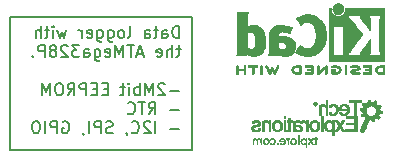
<source format=gbo>
%TF.GenerationSoftware,KiCad,Pcbnew,9.0.0*%
%TF.CreationDate,2025-03-11T16:24:46+11:00*%
%TF.ProjectId,MCU Datalogger,4d435520-4461-4746-916c-6f676765722e,1*%
%TF.SameCoordinates,Original*%
%TF.FileFunction,Legend,Bot*%
%TF.FilePolarity,Positive*%
%FSLAX46Y46*%
G04 Gerber Fmt 4.6, Leading zero omitted, Abs format (unit mm)*
G04 Created by KiCad (PCBNEW 9.0.0) date 2025-03-11 16:24:46*
%MOMM*%
%LPD*%
G01*
G04 APERTURE LIST*
%ADD10C,0.150000*%
%ADD11C,0.010000*%
G04 APERTURE END LIST*
D10*
X140340420Y-72681219D02*
X140340420Y-71681219D01*
X140340420Y-71681219D02*
X140102325Y-71681219D01*
X140102325Y-71681219D02*
X139959468Y-71728838D01*
X139959468Y-71728838D02*
X139864230Y-71824076D01*
X139864230Y-71824076D02*
X139816611Y-71919314D01*
X139816611Y-71919314D02*
X139768992Y-72109790D01*
X139768992Y-72109790D02*
X139768992Y-72252647D01*
X139768992Y-72252647D02*
X139816611Y-72443123D01*
X139816611Y-72443123D02*
X139864230Y-72538361D01*
X139864230Y-72538361D02*
X139959468Y-72633600D01*
X139959468Y-72633600D02*
X140102325Y-72681219D01*
X140102325Y-72681219D02*
X140340420Y-72681219D01*
X138911849Y-72681219D02*
X138911849Y-72157409D01*
X138911849Y-72157409D02*
X138959468Y-72062171D01*
X138959468Y-72062171D02*
X139054706Y-72014552D01*
X139054706Y-72014552D02*
X139245182Y-72014552D01*
X139245182Y-72014552D02*
X139340420Y-72062171D01*
X138911849Y-72633600D02*
X139007087Y-72681219D01*
X139007087Y-72681219D02*
X139245182Y-72681219D01*
X139245182Y-72681219D02*
X139340420Y-72633600D01*
X139340420Y-72633600D02*
X139388039Y-72538361D01*
X139388039Y-72538361D02*
X139388039Y-72443123D01*
X139388039Y-72443123D02*
X139340420Y-72347885D01*
X139340420Y-72347885D02*
X139245182Y-72300266D01*
X139245182Y-72300266D02*
X139007087Y-72300266D01*
X139007087Y-72300266D02*
X138911849Y-72252647D01*
X138578515Y-72014552D02*
X138197563Y-72014552D01*
X138435658Y-71681219D02*
X138435658Y-72538361D01*
X138435658Y-72538361D02*
X138388039Y-72633600D01*
X138388039Y-72633600D02*
X138292801Y-72681219D01*
X138292801Y-72681219D02*
X138197563Y-72681219D01*
X137435658Y-72681219D02*
X137435658Y-72157409D01*
X137435658Y-72157409D02*
X137483277Y-72062171D01*
X137483277Y-72062171D02*
X137578515Y-72014552D01*
X137578515Y-72014552D02*
X137768991Y-72014552D01*
X137768991Y-72014552D02*
X137864229Y-72062171D01*
X137435658Y-72633600D02*
X137530896Y-72681219D01*
X137530896Y-72681219D02*
X137768991Y-72681219D01*
X137768991Y-72681219D02*
X137864229Y-72633600D01*
X137864229Y-72633600D02*
X137911848Y-72538361D01*
X137911848Y-72538361D02*
X137911848Y-72443123D01*
X137911848Y-72443123D02*
X137864229Y-72347885D01*
X137864229Y-72347885D02*
X137768991Y-72300266D01*
X137768991Y-72300266D02*
X137530896Y-72300266D01*
X137530896Y-72300266D02*
X137435658Y-72252647D01*
X136054705Y-72681219D02*
X136149943Y-72633600D01*
X136149943Y-72633600D02*
X136197562Y-72538361D01*
X136197562Y-72538361D02*
X136197562Y-71681219D01*
X135530895Y-72681219D02*
X135626133Y-72633600D01*
X135626133Y-72633600D02*
X135673752Y-72585980D01*
X135673752Y-72585980D02*
X135721371Y-72490742D01*
X135721371Y-72490742D02*
X135721371Y-72205028D01*
X135721371Y-72205028D02*
X135673752Y-72109790D01*
X135673752Y-72109790D02*
X135626133Y-72062171D01*
X135626133Y-72062171D02*
X135530895Y-72014552D01*
X135530895Y-72014552D02*
X135388038Y-72014552D01*
X135388038Y-72014552D02*
X135292800Y-72062171D01*
X135292800Y-72062171D02*
X135245181Y-72109790D01*
X135245181Y-72109790D02*
X135197562Y-72205028D01*
X135197562Y-72205028D02*
X135197562Y-72490742D01*
X135197562Y-72490742D02*
X135245181Y-72585980D01*
X135245181Y-72585980D02*
X135292800Y-72633600D01*
X135292800Y-72633600D02*
X135388038Y-72681219D01*
X135388038Y-72681219D02*
X135530895Y-72681219D01*
X134340419Y-72014552D02*
X134340419Y-72824076D01*
X134340419Y-72824076D02*
X134388038Y-72919314D01*
X134388038Y-72919314D02*
X134435657Y-72966933D01*
X134435657Y-72966933D02*
X134530895Y-73014552D01*
X134530895Y-73014552D02*
X134673752Y-73014552D01*
X134673752Y-73014552D02*
X134768990Y-72966933D01*
X134340419Y-72633600D02*
X134435657Y-72681219D01*
X134435657Y-72681219D02*
X134626133Y-72681219D01*
X134626133Y-72681219D02*
X134721371Y-72633600D01*
X134721371Y-72633600D02*
X134768990Y-72585980D01*
X134768990Y-72585980D02*
X134816609Y-72490742D01*
X134816609Y-72490742D02*
X134816609Y-72205028D01*
X134816609Y-72205028D02*
X134768990Y-72109790D01*
X134768990Y-72109790D02*
X134721371Y-72062171D01*
X134721371Y-72062171D02*
X134626133Y-72014552D01*
X134626133Y-72014552D02*
X134435657Y-72014552D01*
X134435657Y-72014552D02*
X134340419Y-72062171D01*
X133435657Y-72014552D02*
X133435657Y-72824076D01*
X133435657Y-72824076D02*
X133483276Y-72919314D01*
X133483276Y-72919314D02*
X133530895Y-72966933D01*
X133530895Y-72966933D02*
X133626133Y-73014552D01*
X133626133Y-73014552D02*
X133768990Y-73014552D01*
X133768990Y-73014552D02*
X133864228Y-72966933D01*
X133435657Y-72633600D02*
X133530895Y-72681219D01*
X133530895Y-72681219D02*
X133721371Y-72681219D01*
X133721371Y-72681219D02*
X133816609Y-72633600D01*
X133816609Y-72633600D02*
X133864228Y-72585980D01*
X133864228Y-72585980D02*
X133911847Y-72490742D01*
X133911847Y-72490742D02*
X133911847Y-72205028D01*
X133911847Y-72205028D02*
X133864228Y-72109790D01*
X133864228Y-72109790D02*
X133816609Y-72062171D01*
X133816609Y-72062171D02*
X133721371Y-72014552D01*
X133721371Y-72014552D02*
X133530895Y-72014552D01*
X133530895Y-72014552D02*
X133435657Y-72062171D01*
X132578514Y-72633600D02*
X132673752Y-72681219D01*
X132673752Y-72681219D02*
X132864228Y-72681219D01*
X132864228Y-72681219D02*
X132959466Y-72633600D01*
X132959466Y-72633600D02*
X133007085Y-72538361D01*
X133007085Y-72538361D02*
X133007085Y-72157409D01*
X133007085Y-72157409D02*
X132959466Y-72062171D01*
X132959466Y-72062171D02*
X132864228Y-72014552D01*
X132864228Y-72014552D02*
X132673752Y-72014552D01*
X132673752Y-72014552D02*
X132578514Y-72062171D01*
X132578514Y-72062171D02*
X132530895Y-72157409D01*
X132530895Y-72157409D02*
X132530895Y-72252647D01*
X132530895Y-72252647D02*
X133007085Y-72347885D01*
X132102323Y-72681219D02*
X132102323Y-72014552D01*
X132102323Y-72205028D02*
X132054704Y-72109790D01*
X132054704Y-72109790D02*
X132007085Y-72062171D01*
X132007085Y-72062171D02*
X131911847Y-72014552D01*
X131911847Y-72014552D02*
X131816609Y-72014552D01*
X130816608Y-72014552D02*
X130626132Y-72681219D01*
X130626132Y-72681219D02*
X130435656Y-72205028D01*
X130435656Y-72205028D02*
X130245180Y-72681219D01*
X130245180Y-72681219D02*
X130054704Y-72014552D01*
X129673751Y-72681219D02*
X129673751Y-72014552D01*
X129673751Y-71681219D02*
X129721370Y-71728838D01*
X129721370Y-71728838D02*
X129673751Y-71776457D01*
X129673751Y-71776457D02*
X129626132Y-71728838D01*
X129626132Y-71728838D02*
X129673751Y-71681219D01*
X129673751Y-71681219D02*
X129673751Y-71776457D01*
X129340418Y-72014552D02*
X128959466Y-72014552D01*
X129197561Y-71681219D02*
X129197561Y-72538361D01*
X129197561Y-72538361D02*
X129149942Y-72633600D01*
X129149942Y-72633600D02*
X129054704Y-72681219D01*
X129054704Y-72681219D02*
X128959466Y-72681219D01*
X128626132Y-72681219D02*
X128626132Y-71681219D01*
X128197561Y-72681219D02*
X128197561Y-72157409D01*
X128197561Y-72157409D02*
X128245180Y-72062171D01*
X128245180Y-72062171D02*
X128340418Y-72014552D01*
X128340418Y-72014552D02*
X128483275Y-72014552D01*
X128483275Y-72014552D02*
X128578513Y-72062171D01*
X128578513Y-72062171D02*
X128626132Y-72109790D01*
X140483277Y-73624496D02*
X140102325Y-73624496D01*
X140340420Y-73291163D02*
X140340420Y-74148305D01*
X140340420Y-74148305D02*
X140292801Y-74243544D01*
X140292801Y-74243544D02*
X140197563Y-74291163D01*
X140197563Y-74291163D02*
X140102325Y-74291163D01*
X139768991Y-74291163D02*
X139768991Y-73291163D01*
X139340420Y-74291163D02*
X139340420Y-73767353D01*
X139340420Y-73767353D02*
X139388039Y-73672115D01*
X139388039Y-73672115D02*
X139483277Y-73624496D01*
X139483277Y-73624496D02*
X139626134Y-73624496D01*
X139626134Y-73624496D02*
X139721372Y-73672115D01*
X139721372Y-73672115D02*
X139768991Y-73719734D01*
X138483277Y-74243544D02*
X138578515Y-74291163D01*
X138578515Y-74291163D02*
X138768991Y-74291163D01*
X138768991Y-74291163D02*
X138864229Y-74243544D01*
X138864229Y-74243544D02*
X138911848Y-74148305D01*
X138911848Y-74148305D02*
X138911848Y-73767353D01*
X138911848Y-73767353D02*
X138864229Y-73672115D01*
X138864229Y-73672115D02*
X138768991Y-73624496D01*
X138768991Y-73624496D02*
X138578515Y-73624496D01*
X138578515Y-73624496D02*
X138483277Y-73672115D01*
X138483277Y-73672115D02*
X138435658Y-73767353D01*
X138435658Y-73767353D02*
X138435658Y-73862591D01*
X138435658Y-73862591D02*
X138911848Y-73957829D01*
X137292800Y-74005448D02*
X136816610Y-74005448D01*
X137388038Y-74291163D02*
X137054705Y-73291163D01*
X137054705Y-73291163D02*
X136721372Y-74291163D01*
X136530895Y-73291163D02*
X135959467Y-73291163D01*
X136245181Y-74291163D02*
X136245181Y-73291163D01*
X135626133Y-74291163D02*
X135626133Y-73291163D01*
X135626133Y-73291163D02*
X135292800Y-74005448D01*
X135292800Y-74005448D02*
X134959467Y-73291163D01*
X134959467Y-73291163D02*
X134959467Y-74291163D01*
X134102324Y-74243544D02*
X134197562Y-74291163D01*
X134197562Y-74291163D02*
X134388038Y-74291163D01*
X134388038Y-74291163D02*
X134483276Y-74243544D01*
X134483276Y-74243544D02*
X134530895Y-74148305D01*
X134530895Y-74148305D02*
X134530895Y-73767353D01*
X134530895Y-73767353D02*
X134483276Y-73672115D01*
X134483276Y-73672115D02*
X134388038Y-73624496D01*
X134388038Y-73624496D02*
X134197562Y-73624496D01*
X134197562Y-73624496D02*
X134102324Y-73672115D01*
X134102324Y-73672115D02*
X134054705Y-73767353D01*
X134054705Y-73767353D02*
X134054705Y-73862591D01*
X134054705Y-73862591D02*
X134530895Y-73957829D01*
X133197562Y-73624496D02*
X133197562Y-74434020D01*
X133197562Y-74434020D02*
X133245181Y-74529258D01*
X133245181Y-74529258D02*
X133292800Y-74576877D01*
X133292800Y-74576877D02*
X133388038Y-74624496D01*
X133388038Y-74624496D02*
X133530895Y-74624496D01*
X133530895Y-74624496D02*
X133626133Y-74576877D01*
X133197562Y-74243544D02*
X133292800Y-74291163D01*
X133292800Y-74291163D02*
X133483276Y-74291163D01*
X133483276Y-74291163D02*
X133578514Y-74243544D01*
X133578514Y-74243544D02*
X133626133Y-74195924D01*
X133626133Y-74195924D02*
X133673752Y-74100686D01*
X133673752Y-74100686D02*
X133673752Y-73814972D01*
X133673752Y-73814972D02*
X133626133Y-73719734D01*
X133626133Y-73719734D02*
X133578514Y-73672115D01*
X133578514Y-73672115D02*
X133483276Y-73624496D01*
X133483276Y-73624496D02*
X133292800Y-73624496D01*
X133292800Y-73624496D02*
X133197562Y-73672115D01*
X132292800Y-74291163D02*
X132292800Y-73767353D01*
X132292800Y-73767353D02*
X132340419Y-73672115D01*
X132340419Y-73672115D02*
X132435657Y-73624496D01*
X132435657Y-73624496D02*
X132626133Y-73624496D01*
X132626133Y-73624496D02*
X132721371Y-73672115D01*
X132292800Y-74243544D02*
X132388038Y-74291163D01*
X132388038Y-74291163D02*
X132626133Y-74291163D01*
X132626133Y-74291163D02*
X132721371Y-74243544D01*
X132721371Y-74243544D02*
X132768990Y-74148305D01*
X132768990Y-74148305D02*
X132768990Y-74053067D01*
X132768990Y-74053067D02*
X132721371Y-73957829D01*
X132721371Y-73957829D02*
X132626133Y-73910210D01*
X132626133Y-73910210D02*
X132388038Y-73910210D01*
X132388038Y-73910210D02*
X132292800Y-73862591D01*
X131911847Y-73291163D02*
X131292800Y-73291163D01*
X131292800Y-73291163D02*
X131626133Y-73672115D01*
X131626133Y-73672115D02*
X131483276Y-73672115D01*
X131483276Y-73672115D02*
X131388038Y-73719734D01*
X131388038Y-73719734D02*
X131340419Y-73767353D01*
X131340419Y-73767353D02*
X131292800Y-73862591D01*
X131292800Y-73862591D02*
X131292800Y-74100686D01*
X131292800Y-74100686D02*
X131340419Y-74195924D01*
X131340419Y-74195924D02*
X131388038Y-74243544D01*
X131388038Y-74243544D02*
X131483276Y-74291163D01*
X131483276Y-74291163D02*
X131768990Y-74291163D01*
X131768990Y-74291163D02*
X131864228Y-74243544D01*
X131864228Y-74243544D02*
X131911847Y-74195924D01*
X130911847Y-73386401D02*
X130864228Y-73338782D01*
X130864228Y-73338782D02*
X130768990Y-73291163D01*
X130768990Y-73291163D02*
X130530895Y-73291163D01*
X130530895Y-73291163D02*
X130435657Y-73338782D01*
X130435657Y-73338782D02*
X130388038Y-73386401D01*
X130388038Y-73386401D02*
X130340419Y-73481639D01*
X130340419Y-73481639D02*
X130340419Y-73576877D01*
X130340419Y-73576877D02*
X130388038Y-73719734D01*
X130388038Y-73719734D02*
X130959466Y-74291163D01*
X130959466Y-74291163D02*
X130340419Y-74291163D01*
X129768990Y-73719734D02*
X129864228Y-73672115D01*
X129864228Y-73672115D02*
X129911847Y-73624496D01*
X129911847Y-73624496D02*
X129959466Y-73529258D01*
X129959466Y-73529258D02*
X129959466Y-73481639D01*
X129959466Y-73481639D02*
X129911847Y-73386401D01*
X129911847Y-73386401D02*
X129864228Y-73338782D01*
X129864228Y-73338782D02*
X129768990Y-73291163D01*
X129768990Y-73291163D02*
X129578514Y-73291163D01*
X129578514Y-73291163D02*
X129483276Y-73338782D01*
X129483276Y-73338782D02*
X129435657Y-73386401D01*
X129435657Y-73386401D02*
X129388038Y-73481639D01*
X129388038Y-73481639D02*
X129388038Y-73529258D01*
X129388038Y-73529258D02*
X129435657Y-73624496D01*
X129435657Y-73624496D02*
X129483276Y-73672115D01*
X129483276Y-73672115D02*
X129578514Y-73719734D01*
X129578514Y-73719734D02*
X129768990Y-73719734D01*
X129768990Y-73719734D02*
X129864228Y-73767353D01*
X129864228Y-73767353D02*
X129911847Y-73814972D01*
X129911847Y-73814972D02*
X129959466Y-73910210D01*
X129959466Y-73910210D02*
X129959466Y-74100686D01*
X129959466Y-74100686D02*
X129911847Y-74195924D01*
X129911847Y-74195924D02*
X129864228Y-74243544D01*
X129864228Y-74243544D02*
X129768990Y-74291163D01*
X129768990Y-74291163D02*
X129578514Y-74291163D01*
X129578514Y-74291163D02*
X129483276Y-74243544D01*
X129483276Y-74243544D02*
X129435657Y-74195924D01*
X129435657Y-74195924D02*
X129388038Y-74100686D01*
X129388038Y-74100686D02*
X129388038Y-73910210D01*
X129388038Y-73910210D02*
X129435657Y-73814972D01*
X129435657Y-73814972D02*
X129483276Y-73767353D01*
X129483276Y-73767353D02*
X129578514Y-73719734D01*
X128959466Y-74291163D02*
X128959466Y-73291163D01*
X128959466Y-73291163D02*
X128578514Y-73291163D01*
X128578514Y-73291163D02*
X128483276Y-73338782D01*
X128483276Y-73338782D02*
X128435657Y-73386401D01*
X128435657Y-73386401D02*
X128388038Y-73481639D01*
X128388038Y-73481639D02*
X128388038Y-73624496D01*
X128388038Y-73624496D02*
X128435657Y-73719734D01*
X128435657Y-73719734D02*
X128483276Y-73767353D01*
X128483276Y-73767353D02*
X128578514Y-73814972D01*
X128578514Y-73814972D02*
X128959466Y-73814972D01*
X127959466Y-74195924D02*
X127911847Y-74243544D01*
X127911847Y-74243544D02*
X127959466Y-74291163D01*
X127959466Y-74291163D02*
X128007085Y-74243544D01*
X128007085Y-74243544D02*
X127959466Y-74195924D01*
X127959466Y-74195924D02*
X127959466Y-74291163D01*
X140340420Y-77130098D02*
X139578516Y-77130098D01*
X139149944Y-76606289D02*
X139102325Y-76558670D01*
X139102325Y-76558670D02*
X139007087Y-76511051D01*
X139007087Y-76511051D02*
X138768992Y-76511051D01*
X138768992Y-76511051D02*
X138673754Y-76558670D01*
X138673754Y-76558670D02*
X138626135Y-76606289D01*
X138626135Y-76606289D02*
X138578516Y-76701527D01*
X138578516Y-76701527D02*
X138578516Y-76796765D01*
X138578516Y-76796765D02*
X138626135Y-76939622D01*
X138626135Y-76939622D02*
X139197563Y-77511051D01*
X139197563Y-77511051D02*
X138578516Y-77511051D01*
X138149944Y-77511051D02*
X138149944Y-76511051D01*
X138149944Y-76511051D02*
X137816611Y-77225336D01*
X137816611Y-77225336D02*
X137483278Y-76511051D01*
X137483278Y-76511051D02*
X137483278Y-77511051D01*
X137007087Y-77511051D02*
X137007087Y-76511051D01*
X137007087Y-76892003D02*
X136911849Y-76844384D01*
X136911849Y-76844384D02*
X136721373Y-76844384D01*
X136721373Y-76844384D02*
X136626135Y-76892003D01*
X136626135Y-76892003D02*
X136578516Y-76939622D01*
X136578516Y-76939622D02*
X136530897Y-77034860D01*
X136530897Y-77034860D02*
X136530897Y-77320574D01*
X136530897Y-77320574D02*
X136578516Y-77415812D01*
X136578516Y-77415812D02*
X136626135Y-77463432D01*
X136626135Y-77463432D02*
X136721373Y-77511051D01*
X136721373Y-77511051D02*
X136911849Y-77511051D01*
X136911849Y-77511051D02*
X137007087Y-77463432D01*
X136102325Y-77511051D02*
X136102325Y-76844384D01*
X136102325Y-76511051D02*
X136149944Y-76558670D01*
X136149944Y-76558670D02*
X136102325Y-76606289D01*
X136102325Y-76606289D02*
X136054706Y-76558670D01*
X136054706Y-76558670D02*
X136102325Y-76511051D01*
X136102325Y-76511051D02*
X136102325Y-76606289D01*
X135768992Y-76844384D02*
X135388040Y-76844384D01*
X135626135Y-76511051D02*
X135626135Y-77368193D01*
X135626135Y-77368193D02*
X135578516Y-77463432D01*
X135578516Y-77463432D02*
X135483278Y-77511051D01*
X135483278Y-77511051D02*
X135388040Y-77511051D01*
X134292801Y-76987241D02*
X133959468Y-76987241D01*
X133816611Y-77511051D02*
X134292801Y-77511051D01*
X134292801Y-77511051D02*
X134292801Y-76511051D01*
X134292801Y-76511051D02*
X133816611Y-76511051D01*
X133388039Y-76987241D02*
X133054706Y-76987241D01*
X132911849Y-77511051D02*
X133388039Y-77511051D01*
X133388039Y-77511051D02*
X133388039Y-76511051D01*
X133388039Y-76511051D02*
X132911849Y-76511051D01*
X132483277Y-77511051D02*
X132483277Y-76511051D01*
X132483277Y-76511051D02*
X132102325Y-76511051D01*
X132102325Y-76511051D02*
X132007087Y-76558670D01*
X132007087Y-76558670D02*
X131959468Y-76606289D01*
X131959468Y-76606289D02*
X131911849Y-76701527D01*
X131911849Y-76701527D02*
X131911849Y-76844384D01*
X131911849Y-76844384D02*
X131959468Y-76939622D01*
X131959468Y-76939622D02*
X132007087Y-76987241D01*
X132007087Y-76987241D02*
X132102325Y-77034860D01*
X132102325Y-77034860D02*
X132483277Y-77034860D01*
X130911849Y-77511051D02*
X131245182Y-77034860D01*
X131483277Y-77511051D02*
X131483277Y-76511051D01*
X131483277Y-76511051D02*
X131102325Y-76511051D01*
X131102325Y-76511051D02*
X131007087Y-76558670D01*
X131007087Y-76558670D02*
X130959468Y-76606289D01*
X130959468Y-76606289D02*
X130911849Y-76701527D01*
X130911849Y-76701527D02*
X130911849Y-76844384D01*
X130911849Y-76844384D02*
X130959468Y-76939622D01*
X130959468Y-76939622D02*
X131007087Y-76987241D01*
X131007087Y-76987241D02*
X131102325Y-77034860D01*
X131102325Y-77034860D02*
X131483277Y-77034860D01*
X130292801Y-76511051D02*
X130102325Y-76511051D01*
X130102325Y-76511051D02*
X130007087Y-76558670D01*
X130007087Y-76558670D02*
X129911849Y-76653908D01*
X129911849Y-76653908D02*
X129864230Y-76844384D01*
X129864230Y-76844384D02*
X129864230Y-77177717D01*
X129864230Y-77177717D02*
X129911849Y-77368193D01*
X129911849Y-77368193D02*
X130007087Y-77463432D01*
X130007087Y-77463432D02*
X130102325Y-77511051D01*
X130102325Y-77511051D02*
X130292801Y-77511051D01*
X130292801Y-77511051D02*
X130388039Y-77463432D01*
X130388039Y-77463432D02*
X130483277Y-77368193D01*
X130483277Y-77368193D02*
X130530896Y-77177717D01*
X130530896Y-77177717D02*
X130530896Y-76844384D01*
X130530896Y-76844384D02*
X130483277Y-76653908D01*
X130483277Y-76653908D02*
X130388039Y-76558670D01*
X130388039Y-76558670D02*
X130292801Y-76511051D01*
X129435658Y-77511051D02*
X129435658Y-76511051D01*
X129435658Y-76511051D02*
X129102325Y-77225336D01*
X129102325Y-77225336D02*
X128768992Y-76511051D01*
X128768992Y-76511051D02*
X128768992Y-77511051D01*
X140340420Y-78740042D02*
X139578516Y-78740042D01*
X137768992Y-79120995D02*
X138102325Y-78644804D01*
X138340420Y-79120995D02*
X138340420Y-78120995D01*
X138340420Y-78120995D02*
X137959468Y-78120995D01*
X137959468Y-78120995D02*
X137864230Y-78168614D01*
X137864230Y-78168614D02*
X137816611Y-78216233D01*
X137816611Y-78216233D02*
X137768992Y-78311471D01*
X137768992Y-78311471D02*
X137768992Y-78454328D01*
X137768992Y-78454328D02*
X137816611Y-78549566D01*
X137816611Y-78549566D02*
X137864230Y-78597185D01*
X137864230Y-78597185D02*
X137959468Y-78644804D01*
X137959468Y-78644804D02*
X138340420Y-78644804D01*
X137483277Y-78120995D02*
X136911849Y-78120995D01*
X137197563Y-79120995D02*
X137197563Y-78120995D01*
X136007087Y-79025756D02*
X136054706Y-79073376D01*
X136054706Y-79073376D02*
X136197563Y-79120995D01*
X136197563Y-79120995D02*
X136292801Y-79120995D01*
X136292801Y-79120995D02*
X136435658Y-79073376D01*
X136435658Y-79073376D02*
X136530896Y-78978137D01*
X136530896Y-78978137D02*
X136578515Y-78882899D01*
X136578515Y-78882899D02*
X136626134Y-78692423D01*
X136626134Y-78692423D02*
X136626134Y-78549566D01*
X136626134Y-78549566D02*
X136578515Y-78359090D01*
X136578515Y-78359090D02*
X136530896Y-78263852D01*
X136530896Y-78263852D02*
X136435658Y-78168614D01*
X136435658Y-78168614D02*
X136292801Y-78120995D01*
X136292801Y-78120995D02*
X136197563Y-78120995D01*
X136197563Y-78120995D02*
X136054706Y-78168614D01*
X136054706Y-78168614D02*
X136007087Y-78216233D01*
X140340420Y-80349986D02*
X139578516Y-80349986D01*
X138340420Y-80730939D02*
X138340420Y-79730939D01*
X137911849Y-79826177D02*
X137864230Y-79778558D01*
X137864230Y-79778558D02*
X137768992Y-79730939D01*
X137768992Y-79730939D02*
X137530897Y-79730939D01*
X137530897Y-79730939D02*
X137435659Y-79778558D01*
X137435659Y-79778558D02*
X137388040Y-79826177D01*
X137388040Y-79826177D02*
X137340421Y-79921415D01*
X137340421Y-79921415D02*
X137340421Y-80016653D01*
X137340421Y-80016653D02*
X137388040Y-80159510D01*
X137388040Y-80159510D02*
X137959468Y-80730939D01*
X137959468Y-80730939D02*
X137340421Y-80730939D01*
X136340421Y-80635700D02*
X136388040Y-80683320D01*
X136388040Y-80683320D02*
X136530897Y-80730939D01*
X136530897Y-80730939D02*
X136626135Y-80730939D01*
X136626135Y-80730939D02*
X136768992Y-80683320D01*
X136768992Y-80683320D02*
X136864230Y-80588081D01*
X136864230Y-80588081D02*
X136911849Y-80492843D01*
X136911849Y-80492843D02*
X136959468Y-80302367D01*
X136959468Y-80302367D02*
X136959468Y-80159510D01*
X136959468Y-80159510D02*
X136911849Y-79969034D01*
X136911849Y-79969034D02*
X136864230Y-79873796D01*
X136864230Y-79873796D02*
X136768992Y-79778558D01*
X136768992Y-79778558D02*
X136626135Y-79730939D01*
X136626135Y-79730939D02*
X136530897Y-79730939D01*
X136530897Y-79730939D02*
X136388040Y-79778558D01*
X136388040Y-79778558D02*
X136340421Y-79826177D01*
X135864230Y-80683320D02*
X135864230Y-80730939D01*
X135864230Y-80730939D02*
X135911849Y-80826177D01*
X135911849Y-80826177D02*
X135959468Y-80873796D01*
X134721373Y-80683320D02*
X134578516Y-80730939D01*
X134578516Y-80730939D02*
X134340421Y-80730939D01*
X134340421Y-80730939D02*
X134245183Y-80683320D01*
X134245183Y-80683320D02*
X134197564Y-80635700D01*
X134197564Y-80635700D02*
X134149945Y-80540462D01*
X134149945Y-80540462D02*
X134149945Y-80445224D01*
X134149945Y-80445224D02*
X134197564Y-80349986D01*
X134197564Y-80349986D02*
X134245183Y-80302367D01*
X134245183Y-80302367D02*
X134340421Y-80254748D01*
X134340421Y-80254748D02*
X134530897Y-80207129D01*
X134530897Y-80207129D02*
X134626135Y-80159510D01*
X134626135Y-80159510D02*
X134673754Y-80111891D01*
X134673754Y-80111891D02*
X134721373Y-80016653D01*
X134721373Y-80016653D02*
X134721373Y-79921415D01*
X134721373Y-79921415D02*
X134673754Y-79826177D01*
X134673754Y-79826177D02*
X134626135Y-79778558D01*
X134626135Y-79778558D02*
X134530897Y-79730939D01*
X134530897Y-79730939D02*
X134292802Y-79730939D01*
X134292802Y-79730939D02*
X134149945Y-79778558D01*
X133721373Y-80730939D02*
X133721373Y-79730939D01*
X133721373Y-79730939D02*
X133340421Y-79730939D01*
X133340421Y-79730939D02*
X133245183Y-79778558D01*
X133245183Y-79778558D02*
X133197564Y-79826177D01*
X133197564Y-79826177D02*
X133149945Y-79921415D01*
X133149945Y-79921415D02*
X133149945Y-80064272D01*
X133149945Y-80064272D02*
X133197564Y-80159510D01*
X133197564Y-80159510D02*
X133245183Y-80207129D01*
X133245183Y-80207129D02*
X133340421Y-80254748D01*
X133340421Y-80254748D02*
X133721373Y-80254748D01*
X132721373Y-80730939D02*
X132721373Y-79730939D01*
X132197564Y-80683320D02*
X132197564Y-80730939D01*
X132197564Y-80730939D02*
X132245183Y-80826177D01*
X132245183Y-80826177D02*
X132292802Y-80873796D01*
X130483279Y-79778558D02*
X130578517Y-79730939D01*
X130578517Y-79730939D02*
X130721374Y-79730939D01*
X130721374Y-79730939D02*
X130864231Y-79778558D01*
X130864231Y-79778558D02*
X130959469Y-79873796D01*
X130959469Y-79873796D02*
X131007088Y-79969034D01*
X131007088Y-79969034D02*
X131054707Y-80159510D01*
X131054707Y-80159510D02*
X131054707Y-80302367D01*
X131054707Y-80302367D02*
X131007088Y-80492843D01*
X131007088Y-80492843D02*
X130959469Y-80588081D01*
X130959469Y-80588081D02*
X130864231Y-80683320D01*
X130864231Y-80683320D02*
X130721374Y-80730939D01*
X130721374Y-80730939D02*
X130626136Y-80730939D01*
X130626136Y-80730939D02*
X130483279Y-80683320D01*
X130483279Y-80683320D02*
X130435660Y-80635700D01*
X130435660Y-80635700D02*
X130435660Y-80302367D01*
X130435660Y-80302367D02*
X130626136Y-80302367D01*
X130007088Y-80730939D02*
X130007088Y-79730939D01*
X130007088Y-79730939D02*
X129626136Y-79730939D01*
X129626136Y-79730939D02*
X129530898Y-79778558D01*
X129530898Y-79778558D02*
X129483279Y-79826177D01*
X129483279Y-79826177D02*
X129435660Y-79921415D01*
X129435660Y-79921415D02*
X129435660Y-80064272D01*
X129435660Y-80064272D02*
X129483279Y-80159510D01*
X129483279Y-80159510D02*
X129530898Y-80207129D01*
X129530898Y-80207129D02*
X129626136Y-80254748D01*
X129626136Y-80254748D02*
X130007088Y-80254748D01*
X129007088Y-80730939D02*
X129007088Y-79730939D01*
X128340422Y-79730939D02*
X128149946Y-79730939D01*
X128149946Y-79730939D02*
X128054708Y-79778558D01*
X128054708Y-79778558D02*
X127959470Y-79873796D01*
X127959470Y-79873796D02*
X127911851Y-80064272D01*
X127911851Y-80064272D02*
X127911851Y-80397605D01*
X127911851Y-80397605D02*
X127959470Y-80588081D01*
X127959470Y-80588081D02*
X128054708Y-80683320D01*
X128054708Y-80683320D02*
X128149946Y-80730939D01*
X128149946Y-80730939D02*
X128340422Y-80730939D01*
X128340422Y-80730939D02*
X128435660Y-80683320D01*
X128435660Y-80683320D02*
X128530898Y-80588081D01*
X128530898Y-80588081D02*
X128578517Y-80397605D01*
X128578517Y-80397605D02*
X128578517Y-80064272D01*
X128578517Y-80064272D02*
X128530898Y-79873796D01*
X128530898Y-79873796D02*
X128435660Y-79778558D01*
X128435660Y-79778558D02*
X128340422Y-79730939D01*
X126060200Y-70891400D02*
X141427200Y-70891400D01*
X141427200Y-82194400D01*
X126060200Y-82194400D01*
X126060200Y-70891400D01*
D11*
%TO.C,REF\u002A\u002A*%
X147315606Y-74995149D02*
X147341327Y-75010847D01*
X147367978Y-75032427D01*
X147367978Y-75679884D01*
X147341327Y-75701464D01*
X147309967Y-75718939D01*
X147274166Y-75719775D01*
X147242728Y-75699282D01*
X147238852Y-75694616D01*
X147233386Y-75685149D01*
X147229179Y-75671467D01*
X147226067Y-75650948D01*
X147223887Y-75620968D01*
X147222476Y-75578904D01*
X147221671Y-75522132D01*
X147221307Y-75448030D01*
X147221222Y-75353973D01*
X147221222Y-75032427D01*
X147247873Y-75010847D01*
X147271586Y-74996077D01*
X147294600Y-74989267D01*
X147315606Y-74995149D01*
G36*
X147315606Y-74995149D02*
G01*
X147341327Y-75010847D01*
X147367978Y-75032427D01*
X147367978Y-75679884D01*
X147341327Y-75701464D01*
X147309967Y-75718939D01*
X147274166Y-75719775D01*
X147242728Y-75699282D01*
X147238852Y-75694616D01*
X147233386Y-75685149D01*
X147229179Y-75671467D01*
X147226067Y-75650948D01*
X147223887Y-75620968D01*
X147222476Y-75578904D01*
X147221671Y-75522132D01*
X147221307Y-75448030D01*
X147221222Y-75353973D01*
X147221222Y-75032427D01*
X147247873Y-75010847D01*
X147271586Y-74996077D01*
X147294600Y-74989267D01*
X147315606Y-74995149D01*
G37*
X154446337Y-74993663D02*
X154480491Y-75016976D01*
X154508200Y-75044685D01*
X154508200Y-75357737D01*
X154508159Y-75441767D01*
X154507901Y-75515989D01*
X154507230Y-75572741D01*
X154505952Y-75614712D01*
X154503873Y-75644589D01*
X154500799Y-75665061D01*
X154496534Y-75678814D01*
X154490884Y-75688537D01*
X154483655Y-75696917D01*
X154452191Y-75718381D01*
X154417026Y-75720147D01*
X154384022Y-75700467D01*
X154378716Y-75694598D01*
X154373266Y-75685514D01*
X154369100Y-75672173D01*
X154366046Y-75651957D01*
X154363932Y-75622249D01*
X154362586Y-75580432D01*
X154361838Y-75523889D01*
X154361514Y-75450002D01*
X154361445Y-75356156D01*
X154361484Y-75280494D01*
X154361739Y-75202585D01*
X154362383Y-75142575D01*
X154363587Y-75097848D01*
X154365524Y-75065785D01*
X154368364Y-75043771D01*
X154372279Y-75029187D01*
X154377442Y-75019418D01*
X154384022Y-75011845D01*
X154413206Y-74992823D01*
X154446337Y-74993663D01*
G36*
X154446337Y-74993663D02*
G01*
X154480491Y-75016976D01*
X154508200Y-75044685D01*
X154508200Y-75357737D01*
X154508159Y-75441767D01*
X154507901Y-75515989D01*
X154507230Y-75572741D01*
X154505952Y-75614712D01*
X154503873Y-75644589D01*
X154500799Y-75665061D01*
X154496534Y-75678814D01*
X154490884Y-75688537D01*
X154483655Y-75696917D01*
X154452191Y-75718381D01*
X154417026Y-75720147D01*
X154384022Y-75700467D01*
X154378716Y-75694598D01*
X154373266Y-75685514D01*
X154369100Y-75672173D01*
X154366046Y-75651957D01*
X154363932Y-75622249D01*
X154362586Y-75580432D01*
X154361838Y-75523889D01*
X154361514Y-75450002D01*
X154361445Y-75356156D01*
X154361484Y-75280494D01*
X154361739Y-75202585D01*
X154362383Y-75142575D01*
X154363587Y-75097848D01*
X154365524Y-75065785D01*
X154368364Y-75043771D01*
X154372279Y-75029187D01*
X154377442Y-75019418D01*
X154384022Y-75011845D01*
X154413206Y-74992823D01*
X154446337Y-74993663D01*
G37*
X153914762Y-69753050D02*
X153997513Y-69780253D01*
X154072606Y-69825684D01*
X154144498Y-69891502D01*
X154183046Y-69935767D01*
X154222456Y-69994161D01*
X154247646Y-70054786D01*
X154261061Y-70124065D01*
X154265148Y-70208422D01*
X154264869Y-70254507D01*
X154262660Y-70295650D01*
X154257094Y-70327782D01*
X154246786Y-70358322D01*
X154230348Y-70394689D01*
X154216400Y-70421928D01*
X154157865Y-70507629D01*
X154085819Y-70576817D01*
X154002147Y-70627941D01*
X153908731Y-70659450D01*
X153875634Y-70666425D01*
X153835160Y-70673294D01*
X153802199Y-70675119D01*
X153767898Y-70672147D01*
X153723400Y-70664626D01*
X153672134Y-70652202D01*
X153581634Y-70614312D01*
X153502545Y-70560036D01*
X153436728Y-70491970D01*
X153386040Y-70412711D01*
X153352340Y-70324854D01*
X153337486Y-70230995D01*
X153343336Y-70133730D01*
X153369599Y-70037420D01*
X153414618Y-69948694D01*
X153475573Y-69873619D01*
X153550384Y-69813841D01*
X153636968Y-69771009D01*
X153733243Y-69746771D01*
X153837128Y-69742776D01*
X153914762Y-69753050D01*
G36*
X153914762Y-69753050D02*
G01*
X153997513Y-69780253D01*
X154072606Y-69825684D01*
X154144498Y-69891502D01*
X154183046Y-69935767D01*
X154222456Y-69994161D01*
X154247646Y-70054786D01*
X154261061Y-70124065D01*
X154265148Y-70208422D01*
X154264869Y-70254507D01*
X154262660Y-70295650D01*
X154257094Y-70327782D01*
X154246786Y-70358322D01*
X154230348Y-70394689D01*
X154216400Y-70421928D01*
X154157865Y-70507629D01*
X154085819Y-70576817D01*
X154002147Y-70627941D01*
X153908731Y-70659450D01*
X153875634Y-70666425D01*
X153835160Y-70673294D01*
X153802199Y-70675119D01*
X153767898Y-70672147D01*
X153723400Y-70664626D01*
X153672134Y-70652202D01*
X153581634Y-70614312D01*
X153502545Y-70560036D01*
X153436728Y-70491970D01*
X153386040Y-70412711D01*
X153352340Y-70324854D01*
X153337486Y-70230995D01*
X153343336Y-70133730D01*
X153369599Y-70037420D01*
X153414618Y-69948694D01*
X153475573Y-69873619D01*
X153550384Y-69813841D01*
X153636968Y-69771009D01*
X153733243Y-69746771D01*
X153837128Y-69742776D01*
X153914762Y-69753050D01*
G37*
X146615967Y-74989268D02*
X146710090Y-74989358D01*
X146784605Y-74989698D01*
X146842011Y-74990439D01*
X146884811Y-74991735D01*
X146915504Y-74993737D01*
X146936591Y-74996596D01*
X146950573Y-75000466D01*
X146959950Y-75005498D01*
X146967222Y-75011845D01*
X146986028Y-75044562D01*
X146987475Y-75082139D01*
X146971117Y-75115378D01*
X146969757Y-75116831D01*
X146958554Y-75125192D01*
X146941452Y-75130747D01*
X146914282Y-75134040D01*
X146872878Y-75135618D01*
X146813073Y-75136022D01*
X146673711Y-75136022D01*
X146673711Y-75399789D01*
X146673636Y-75475617D01*
X146673228Y-75542283D01*
X146672246Y-75592067D01*
X146670450Y-75627984D01*
X146667599Y-75653050D01*
X146663453Y-75670281D01*
X146657771Y-75682692D01*
X146650314Y-75693300D01*
X146648024Y-75696106D01*
X146616846Y-75718748D01*
X146582466Y-75720312D01*
X146549534Y-75700467D01*
X146542555Y-75692391D01*
X146537083Y-75681793D01*
X146533063Y-75665949D01*
X146530272Y-75641973D01*
X146528488Y-75606974D01*
X146527489Y-75558064D01*
X146527052Y-75492354D01*
X146526956Y-75406956D01*
X146526956Y-75136022D01*
X146381020Y-75136022D01*
X146369920Y-75136021D01*
X146313402Y-75135796D01*
X146274558Y-75134657D01*
X146249165Y-75131857D01*
X146233004Y-75126650D01*
X146221852Y-75118289D01*
X146211489Y-75106026D01*
X146195641Y-75075338D01*
X146198743Y-75041558D01*
X146224387Y-75009022D01*
X146229329Y-75005305D01*
X146239538Y-75000469D01*
X146254964Y-74996706D01*
X146278086Y-74993883D01*
X146311383Y-74991870D01*
X146357337Y-74990533D01*
X146418428Y-74989742D01*
X146497135Y-74989363D01*
X146595940Y-74989267D01*
X146615967Y-74989268D01*
G36*
X146615967Y-74989268D02*
G01*
X146710090Y-74989358D01*
X146784605Y-74989698D01*
X146842011Y-74990439D01*
X146884811Y-74991735D01*
X146915504Y-74993737D01*
X146936591Y-74996596D01*
X146950573Y-75000466D01*
X146959950Y-75005498D01*
X146967222Y-75011845D01*
X146986028Y-75044562D01*
X146987475Y-75082139D01*
X146971117Y-75115378D01*
X146969757Y-75116831D01*
X146958554Y-75125192D01*
X146941452Y-75130747D01*
X146914282Y-75134040D01*
X146872878Y-75135618D01*
X146813073Y-75136022D01*
X146673711Y-75136022D01*
X146673711Y-75399789D01*
X146673636Y-75475617D01*
X146673228Y-75542283D01*
X146672246Y-75592067D01*
X146670450Y-75627984D01*
X146667599Y-75653050D01*
X146663453Y-75670281D01*
X146657771Y-75682692D01*
X146650314Y-75693300D01*
X146648024Y-75696106D01*
X146616846Y-75718748D01*
X146582466Y-75720312D01*
X146549534Y-75700467D01*
X146542555Y-75692391D01*
X146537083Y-75681793D01*
X146533063Y-75665949D01*
X146530272Y-75641973D01*
X146528488Y-75606974D01*
X146527489Y-75558064D01*
X146527052Y-75492354D01*
X146526956Y-75406956D01*
X146526956Y-75136022D01*
X146381020Y-75136022D01*
X146369920Y-75136021D01*
X146313402Y-75135796D01*
X146274558Y-75134657D01*
X146249165Y-75131857D01*
X146233004Y-75126650D01*
X146221852Y-75118289D01*
X146211489Y-75106026D01*
X146195641Y-75075338D01*
X146198743Y-75041558D01*
X146224387Y-75009022D01*
X146229329Y-75005305D01*
X146239538Y-75000469D01*
X146254964Y-74996706D01*
X146278086Y-74993883D01*
X146311383Y-74991870D01*
X146357337Y-74990533D01*
X146418428Y-74989742D01*
X146497135Y-74989363D01*
X146595940Y-74989267D01*
X146615967Y-74989268D01*
G37*
X145939934Y-75011845D02*
X145945566Y-75018035D01*
X145950656Y-75026241D01*
X145954743Y-75038017D01*
X145957921Y-75055476D01*
X145960287Y-75080730D01*
X145961938Y-75115890D01*
X145962969Y-75163069D01*
X145963477Y-75224377D01*
X145963559Y-75301927D01*
X145963309Y-75397831D01*
X145962825Y-75514200D01*
X145962757Y-75528375D01*
X145962171Y-75590137D01*
X145960848Y-75633820D01*
X145958303Y-75663201D01*
X145954048Y-75682055D01*
X145947596Y-75694159D01*
X145938462Y-75703289D01*
X145905004Y-75720706D01*
X145870056Y-75717804D01*
X145839153Y-75693300D01*
X145830144Y-75680097D01*
X145822692Y-75661561D01*
X145818324Y-75635533D01*
X145816269Y-75596987D01*
X145815756Y-75540900D01*
X145815756Y-75418245D01*
X145319045Y-75418245D01*
X145319045Y-75553071D01*
X145318972Y-75588862D01*
X145318209Y-75635192D01*
X145316033Y-75665726D01*
X145311736Y-75684757D01*
X145304612Y-75696574D01*
X145293955Y-75705471D01*
X145261704Y-75720541D01*
X145226417Y-75717873D01*
X145195686Y-75693300D01*
X145191031Y-75687045D01*
X145185095Y-75676521D01*
X145180564Y-75662591D01*
X145177248Y-75642517D01*
X145174959Y-75613560D01*
X145173508Y-75572980D01*
X145172705Y-75518040D01*
X145172362Y-75445999D01*
X145172289Y-75354120D01*
X145172289Y-75044685D01*
X145199998Y-75016976D01*
X145231377Y-74994733D01*
X145264606Y-74992044D01*
X145296467Y-75011845D01*
X145304753Y-75021615D01*
X145312165Y-75037507D01*
X145316502Y-75061475D01*
X145318538Y-75098348D01*
X145319045Y-75152956D01*
X145319045Y-75271489D01*
X145815756Y-75271489D01*
X145815756Y-75155976D01*
X145816194Y-75104278D01*
X145818158Y-75069754D01*
X145822674Y-75047178D01*
X145830767Y-75031326D01*
X145843465Y-75016976D01*
X145874843Y-74994733D01*
X145908072Y-74992044D01*
X145939934Y-75011845D01*
G36*
X145939934Y-75011845D02*
G01*
X145945566Y-75018035D01*
X145950656Y-75026241D01*
X145954743Y-75038017D01*
X145957921Y-75055476D01*
X145960287Y-75080730D01*
X145961938Y-75115890D01*
X145962969Y-75163069D01*
X145963477Y-75224377D01*
X145963559Y-75301927D01*
X145963309Y-75397831D01*
X145962825Y-75514200D01*
X145962757Y-75528375D01*
X145962171Y-75590137D01*
X145960848Y-75633820D01*
X145958303Y-75663201D01*
X145954048Y-75682055D01*
X145947596Y-75694159D01*
X145938462Y-75703289D01*
X145905004Y-75720706D01*
X145870056Y-75717804D01*
X145839153Y-75693300D01*
X145830144Y-75680097D01*
X145822692Y-75661561D01*
X145818324Y-75635533D01*
X145816269Y-75596987D01*
X145815756Y-75540900D01*
X145815756Y-75418245D01*
X145319045Y-75418245D01*
X145319045Y-75553071D01*
X145318972Y-75588862D01*
X145318209Y-75635192D01*
X145316033Y-75665726D01*
X145311736Y-75684757D01*
X145304612Y-75696574D01*
X145293955Y-75705471D01*
X145261704Y-75720541D01*
X145226417Y-75717873D01*
X145195686Y-75693300D01*
X145191031Y-75687045D01*
X145185095Y-75676521D01*
X145180564Y-75662591D01*
X145177248Y-75642517D01*
X145174959Y-75613560D01*
X145173508Y-75572980D01*
X145172705Y-75518040D01*
X145172362Y-75445999D01*
X145172289Y-75354120D01*
X145172289Y-75044685D01*
X145199998Y-75016976D01*
X145231377Y-74994733D01*
X145264606Y-74992044D01*
X145296467Y-75011845D01*
X145304753Y-75021615D01*
X145312165Y-75037507D01*
X145316502Y-75061475D01*
X145318538Y-75098348D01*
X145319045Y-75152956D01*
X145319045Y-75271489D01*
X145815756Y-75271489D01*
X145815756Y-75155976D01*
X145816194Y-75104278D01*
X145818158Y-75069754D01*
X145822674Y-75047178D01*
X145830767Y-75031326D01*
X145843465Y-75016976D01*
X145874843Y-74994733D01*
X145908072Y-74992044D01*
X145939934Y-75011845D01*
G37*
X150645333Y-75600596D02*
X150643363Y-75633375D01*
X150640435Y-75656295D01*
X150636358Y-75672097D01*
X150630943Y-75683519D01*
X150624003Y-75693300D01*
X150600606Y-75723045D01*
X150434914Y-75722451D01*
X150400118Y-75722153D01*
X150301635Y-75718722D01*
X150220673Y-75711039D01*
X150153579Y-75698482D01*
X150096696Y-75680427D01*
X150046369Y-75656252D01*
X150043010Y-75654335D01*
X149985198Y-75617617D01*
X149942844Y-75580651D01*
X149910028Y-75537166D01*
X149880828Y-75480889D01*
X149876546Y-75471273D01*
X149853969Y-75408087D01*
X149848234Y-75362533D01*
X149997479Y-75362533D01*
X150003092Y-75387261D01*
X150008818Y-75403139D01*
X150041748Y-75463047D01*
X150089086Y-75508800D01*
X150152852Y-75541936D01*
X150235061Y-75563990D01*
X150237855Y-75564492D01*
X150284140Y-75570455D01*
X150340536Y-75574683D01*
X150395474Y-75576289D01*
X150489356Y-75576289D01*
X150489356Y-75136022D01*
X150401867Y-75136470D01*
X150334947Y-75138946D01*
X150242549Y-75150198D01*
X150163234Y-75169737D01*
X150101260Y-75196711D01*
X150070320Y-75217440D01*
X150042200Y-75247206D01*
X150018860Y-75289634D01*
X150011733Y-75305600D01*
X149999909Y-75338102D01*
X149997479Y-75362533D01*
X149848234Y-75362533D01*
X149846997Y-75352709D01*
X149855599Y-75297683D01*
X149879741Y-75235551D01*
X149880537Y-75233858D01*
X149920988Y-75164436D01*
X149971673Y-75107838D01*
X150034398Y-75063270D01*
X150110974Y-75029941D01*
X150203209Y-75007061D01*
X150312912Y-74993836D01*
X150441891Y-74989475D01*
X150445463Y-74989470D01*
X150505483Y-74989610D01*
X150547414Y-74990646D01*
X150575528Y-74993240D01*
X150594097Y-74998053D01*
X150607394Y-75005744D01*
X150619691Y-75016976D01*
X150647400Y-75044685D01*
X150647400Y-75354120D01*
X150647375Y-75415726D01*
X150647150Y-75494511D01*
X150646532Y-75555221D01*
X150645975Y-75576289D01*
X150645333Y-75600596D01*
G36*
X150645333Y-75600596D02*
G01*
X150643363Y-75633375D01*
X150640435Y-75656295D01*
X150636358Y-75672097D01*
X150630943Y-75683519D01*
X150624003Y-75693300D01*
X150600606Y-75723045D01*
X150434914Y-75722451D01*
X150400118Y-75722153D01*
X150301635Y-75718722D01*
X150220673Y-75711039D01*
X150153579Y-75698482D01*
X150096696Y-75680427D01*
X150046369Y-75656252D01*
X150043010Y-75654335D01*
X149985198Y-75617617D01*
X149942844Y-75580651D01*
X149910028Y-75537166D01*
X149880828Y-75480889D01*
X149876546Y-75471273D01*
X149853969Y-75408087D01*
X149848234Y-75362533D01*
X149997479Y-75362533D01*
X150003092Y-75387261D01*
X150008818Y-75403139D01*
X150041748Y-75463047D01*
X150089086Y-75508800D01*
X150152852Y-75541936D01*
X150235061Y-75563990D01*
X150237855Y-75564492D01*
X150284140Y-75570455D01*
X150340536Y-75574683D01*
X150395474Y-75576289D01*
X150489356Y-75576289D01*
X150489356Y-75136022D01*
X150401867Y-75136470D01*
X150334947Y-75138946D01*
X150242549Y-75150198D01*
X150163234Y-75169737D01*
X150101260Y-75196711D01*
X150070320Y-75217440D01*
X150042200Y-75247206D01*
X150018860Y-75289634D01*
X150011733Y-75305600D01*
X149999909Y-75338102D01*
X149997479Y-75362533D01*
X149848234Y-75362533D01*
X149846997Y-75352709D01*
X149855599Y-75297683D01*
X149879741Y-75235551D01*
X149880537Y-75233858D01*
X149920988Y-75164436D01*
X149971673Y-75107838D01*
X150034398Y-75063270D01*
X150110974Y-75029941D01*
X150203209Y-75007061D01*
X150312912Y-74993836D01*
X150441891Y-74989475D01*
X150445463Y-74989470D01*
X150505483Y-74989610D01*
X150547414Y-74990646D01*
X150575528Y-74993240D01*
X150594097Y-74998053D01*
X150607394Y-75005744D01*
X150619691Y-75016976D01*
X150647400Y-75044685D01*
X150647400Y-75354120D01*
X150647375Y-75415726D01*
X150647150Y-75494511D01*
X150646532Y-75555221D01*
X150645975Y-75576289D01*
X150645333Y-75600596D01*
G37*
X157737017Y-75174627D02*
X157737070Y-75255241D01*
X157736822Y-75356156D01*
X157736783Y-75431817D01*
X157736528Y-75509726D01*
X157735884Y-75569736D01*
X157734680Y-75614464D01*
X157732743Y-75646526D01*
X157729903Y-75668540D01*
X157725988Y-75683124D01*
X157720826Y-75692894D01*
X157714245Y-75700467D01*
X157707277Y-75706701D01*
X157694279Y-75714001D01*
X157675131Y-75718754D01*
X157645728Y-75721492D01*
X157601962Y-75722745D01*
X157539728Y-75723045D01*
X157490782Y-75722669D01*
X157383922Y-75718241D01*
X157294694Y-75708153D01*
X157219896Y-75691565D01*
X157156325Y-75667635D01*
X157100779Y-75635521D01*
X157050054Y-75594382D01*
X157044066Y-75588530D01*
X157007199Y-75540021D01*
X156976099Y-75479213D01*
X156954617Y-75414969D01*
X156949336Y-75376226D01*
X157096553Y-75376226D01*
X157114835Y-75427161D01*
X157144505Y-75473078D01*
X157191202Y-75515487D01*
X157252592Y-75545290D01*
X157331738Y-75564426D01*
X157333228Y-75564664D01*
X157382199Y-75570456D01*
X157440893Y-75574596D01*
X157496934Y-75576204D01*
X157590067Y-75576289D01*
X157590067Y-75136022D01*
X157513867Y-75136008D01*
X157510839Y-75136017D01*
X157459719Y-75137982D01*
X157399616Y-75142707D01*
X157342908Y-75149235D01*
X157292950Y-75158531D01*
X157218198Y-75184800D01*
X157160689Y-75224099D01*
X157119188Y-75277133D01*
X157097971Y-75328400D01*
X157096553Y-75376226D01*
X156949336Y-75376226D01*
X156946600Y-75356156D01*
X156947879Y-75334939D01*
X156960191Y-75277523D01*
X156982720Y-75217613D01*
X157011950Y-75163563D01*
X157044367Y-75123732D01*
X157063908Y-75106710D01*
X157118620Y-75067522D01*
X157178923Y-75037393D01*
X157248119Y-75015432D01*
X157329511Y-75000750D01*
X157426400Y-74992459D01*
X157542089Y-74989667D01*
X157581571Y-74989266D01*
X157627282Y-74988853D01*
X157663083Y-74990657D01*
X157690174Y-74996939D01*
X157709756Y-75009959D01*
X157723030Y-75031978D01*
X157731198Y-75065255D01*
X157735460Y-75112051D01*
X157736057Y-75136022D01*
X157737017Y-75174627D01*
G36*
X157737017Y-75174627D02*
G01*
X157737070Y-75255241D01*
X157736822Y-75356156D01*
X157736783Y-75431817D01*
X157736528Y-75509726D01*
X157735884Y-75569736D01*
X157734680Y-75614464D01*
X157732743Y-75646526D01*
X157729903Y-75668540D01*
X157725988Y-75683124D01*
X157720826Y-75692894D01*
X157714245Y-75700467D01*
X157707277Y-75706701D01*
X157694279Y-75714001D01*
X157675131Y-75718754D01*
X157645728Y-75721492D01*
X157601962Y-75722745D01*
X157539728Y-75723045D01*
X157490782Y-75722669D01*
X157383922Y-75718241D01*
X157294694Y-75708153D01*
X157219896Y-75691565D01*
X157156325Y-75667635D01*
X157100779Y-75635521D01*
X157050054Y-75594382D01*
X157044066Y-75588530D01*
X157007199Y-75540021D01*
X156976099Y-75479213D01*
X156954617Y-75414969D01*
X156949336Y-75376226D01*
X157096553Y-75376226D01*
X157114835Y-75427161D01*
X157144505Y-75473078D01*
X157191202Y-75515487D01*
X157252592Y-75545290D01*
X157331738Y-75564426D01*
X157333228Y-75564664D01*
X157382199Y-75570456D01*
X157440893Y-75574596D01*
X157496934Y-75576204D01*
X157590067Y-75576289D01*
X157590067Y-75136022D01*
X157513867Y-75136008D01*
X157510839Y-75136017D01*
X157459719Y-75137982D01*
X157399616Y-75142707D01*
X157342908Y-75149235D01*
X157292950Y-75158531D01*
X157218198Y-75184800D01*
X157160689Y-75224099D01*
X157119188Y-75277133D01*
X157097971Y-75328400D01*
X157096553Y-75376226D01*
X156949336Y-75376226D01*
X156946600Y-75356156D01*
X156947879Y-75334939D01*
X156960191Y-75277523D01*
X156982720Y-75217613D01*
X157011950Y-75163563D01*
X157044367Y-75123732D01*
X157063908Y-75106710D01*
X157118620Y-75067522D01*
X157178923Y-75037393D01*
X157248119Y-75015432D01*
X157329511Y-75000750D01*
X157426400Y-74992459D01*
X157542089Y-74989667D01*
X157581571Y-74989266D01*
X157627282Y-74988853D01*
X157663083Y-74990657D01*
X157690174Y-74996939D01*
X157709756Y-75009959D01*
X157723030Y-75031978D01*
X157731198Y-75065255D01*
X157735460Y-75112051D01*
X157736057Y-75136022D01*
X157737017Y-75174627D01*
G37*
X152792093Y-74988092D02*
X152803501Y-74994229D01*
X152814050Y-75004891D01*
X152825336Y-75019011D01*
X152829789Y-75024972D01*
X152835788Y-75035468D01*
X152840367Y-75049293D01*
X152843719Y-75069198D01*
X152846033Y-75097932D01*
X152847501Y-75138245D01*
X152848313Y-75192887D01*
X152848660Y-75264607D01*
X152848734Y-75356156D01*
X152848711Y-75414686D01*
X152848492Y-75493773D01*
X152847883Y-75554716D01*
X152846692Y-75600262D01*
X152844729Y-75633163D01*
X152841803Y-75656168D01*
X152837723Y-75672026D01*
X152832297Y-75683486D01*
X152825336Y-75693300D01*
X152794908Y-75717693D01*
X152759965Y-75720572D01*
X152722984Y-75701482D01*
X152718800Y-75698007D01*
X152710624Y-75689479D01*
X152704564Y-75677928D01*
X152700181Y-75660096D01*
X152697039Y-75632724D01*
X152694702Y-75592554D01*
X152692731Y-75536328D01*
X152690689Y-75460789D01*
X152685045Y-75241658D01*
X152419756Y-75482299D01*
X152345922Y-75549075D01*
X152280742Y-75607191D01*
X152228548Y-75652149D01*
X152187473Y-75685071D01*
X152155655Y-75707079D01*
X152131226Y-75719294D01*
X152112324Y-75722839D01*
X152097083Y-75718836D01*
X152083639Y-75708407D01*
X152070127Y-75692674D01*
X152063882Y-75684191D01*
X152058250Y-75673613D01*
X152054039Y-75659455D01*
X152051087Y-75639003D01*
X152049232Y-75609542D01*
X152048313Y-75568361D01*
X152048168Y-75512744D01*
X152048635Y-75439979D01*
X152049552Y-75347351D01*
X152052867Y-75032399D01*
X152079518Y-75010833D01*
X152105583Y-74994641D01*
X152138441Y-74991870D01*
X152172972Y-75010823D01*
X152177284Y-75014408D01*
X152185416Y-75022937D01*
X152191445Y-75034529D01*
X152195806Y-75052435D01*
X152198934Y-75079906D01*
X152201263Y-75120194D01*
X152203229Y-75176551D01*
X152205267Y-75252229D01*
X152210911Y-75472078D01*
X152391534Y-75308284D01*
X152478272Y-75229651D01*
X152554043Y-75161258D01*
X152616180Y-75105908D01*
X152666278Y-75062538D01*
X152705935Y-75030081D01*
X152736748Y-75007473D01*
X152760314Y-74993648D01*
X152778230Y-74987543D01*
X152792093Y-74988092D01*
G36*
X152792093Y-74988092D02*
G01*
X152803501Y-74994229D01*
X152814050Y-75004891D01*
X152825336Y-75019011D01*
X152829789Y-75024972D01*
X152835788Y-75035468D01*
X152840367Y-75049293D01*
X152843719Y-75069198D01*
X152846033Y-75097932D01*
X152847501Y-75138245D01*
X152848313Y-75192887D01*
X152848660Y-75264607D01*
X152848734Y-75356156D01*
X152848711Y-75414686D01*
X152848492Y-75493773D01*
X152847883Y-75554716D01*
X152846692Y-75600262D01*
X152844729Y-75633163D01*
X152841803Y-75656168D01*
X152837723Y-75672026D01*
X152832297Y-75683486D01*
X152825336Y-75693300D01*
X152794908Y-75717693D01*
X152759965Y-75720572D01*
X152722984Y-75701482D01*
X152718800Y-75698007D01*
X152710624Y-75689479D01*
X152704564Y-75677928D01*
X152700181Y-75660096D01*
X152697039Y-75632724D01*
X152694702Y-75592554D01*
X152692731Y-75536328D01*
X152690689Y-75460789D01*
X152685045Y-75241658D01*
X152419756Y-75482299D01*
X152345922Y-75549075D01*
X152280742Y-75607191D01*
X152228548Y-75652149D01*
X152187473Y-75685071D01*
X152155655Y-75707079D01*
X152131226Y-75719294D01*
X152112324Y-75722839D01*
X152097083Y-75718836D01*
X152083639Y-75708407D01*
X152070127Y-75692674D01*
X152063882Y-75684191D01*
X152058250Y-75673613D01*
X152054039Y-75659455D01*
X152051087Y-75639003D01*
X152049232Y-75609542D01*
X152048313Y-75568361D01*
X152048168Y-75512744D01*
X152048635Y-75439979D01*
X152049552Y-75347351D01*
X152052867Y-75032399D01*
X152079518Y-75010833D01*
X152105583Y-74994641D01*
X152138441Y-74991870D01*
X152172972Y-75010823D01*
X152177284Y-75014408D01*
X152185416Y-75022937D01*
X152191445Y-75034529D01*
X152195806Y-75052435D01*
X152198934Y-75079906D01*
X152201263Y-75120194D01*
X152203229Y-75176551D01*
X152205267Y-75252229D01*
X152210911Y-75472078D01*
X152391534Y-75308284D01*
X152478272Y-75229651D01*
X152554043Y-75161258D01*
X152616180Y-75105908D01*
X152666278Y-75062538D01*
X152705935Y-75030081D01*
X152736748Y-75007473D01*
X152760314Y-74993648D01*
X152778230Y-74987543D01*
X152792093Y-74988092D01*
G37*
X153589350Y-74994379D02*
X153695357Y-75010694D01*
X153789169Y-75038745D01*
X153867965Y-75077652D01*
X153928919Y-75126534D01*
X153954989Y-75159395D01*
X153984497Y-75208594D01*
X154009768Y-75262452D01*
X154027418Y-75313619D01*
X154034058Y-75354744D01*
X154032498Y-75374459D01*
X154019557Y-75425792D01*
X153996394Y-75482318D01*
X153966502Y-75536235D01*
X153933373Y-75579739D01*
X153923177Y-75590087D01*
X153856092Y-75641862D01*
X153775966Y-75681754D01*
X153689756Y-75706156D01*
X153634792Y-75714268D01*
X153541339Y-75720873D01*
X153451558Y-75718786D01*
X153369069Y-75708540D01*
X153297486Y-75690670D01*
X153240428Y-75665708D01*
X153201511Y-75634188D01*
X153200136Y-75632212D01*
X153193048Y-75606986D01*
X153188809Y-75559735D01*
X153187400Y-75490271D01*
X153188260Y-75428038D01*
X153192980Y-75380656D01*
X153204670Y-75348553D01*
X153226439Y-75329000D01*
X153261398Y-75319270D01*
X153312656Y-75316633D01*
X153383323Y-75318361D01*
X153431943Y-75321373D01*
X153482139Y-75329566D01*
X153514633Y-75343619D01*
X153532092Y-75364854D01*
X153537183Y-75394594D01*
X153537077Y-75399136D01*
X153528375Y-75433930D01*
X153504365Y-75457347D01*
X153463100Y-75470547D01*
X153402631Y-75474689D01*
X153334156Y-75474689D01*
X153334156Y-75513041D01*
X153334206Y-75522176D01*
X153336427Y-75539427D01*
X153345694Y-75549721D01*
X153367075Y-75556659D01*
X153405636Y-75563841D01*
X153411110Y-75564775D01*
X153508060Y-75574678D01*
X153598052Y-75571759D01*
X153678960Y-75557029D01*
X153748659Y-75531499D01*
X153805024Y-75496178D01*
X153845929Y-75452079D01*
X153869251Y-75400212D01*
X153872863Y-75341588D01*
X153867345Y-75312694D01*
X153840661Y-75256804D01*
X153794473Y-75211145D01*
X153729491Y-75176308D01*
X153646429Y-75152890D01*
X153621755Y-75148441D01*
X153532426Y-75137942D01*
X153452619Y-75139171D01*
X153374526Y-75152106D01*
X153339383Y-75158896D01*
X153293945Y-75159913D01*
X153262630Y-75147382D01*
X153242477Y-75120595D01*
X153236093Y-75092348D01*
X153245579Y-75061124D01*
X153254908Y-75047699D01*
X153289143Y-75024167D01*
X153341765Y-75006295D01*
X153410281Y-74994799D01*
X153492200Y-74990392D01*
X153589350Y-74994379D01*
G36*
X153589350Y-74994379D02*
G01*
X153695357Y-75010694D01*
X153789169Y-75038745D01*
X153867965Y-75077652D01*
X153928919Y-75126534D01*
X153954989Y-75159395D01*
X153984497Y-75208594D01*
X154009768Y-75262452D01*
X154027418Y-75313619D01*
X154034058Y-75354744D01*
X154032498Y-75374459D01*
X154019557Y-75425792D01*
X153996394Y-75482318D01*
X153966502Y-75536235D01*
X153933373Y-75579739D01*
X153923177Y-75590087D01*
X153856092Y-75641862D01*
X153775966Y-75681754D01*
X153689756Y-75706156D01*
X153634792Y-75714268D01*
X153541339Y-75720873D01*
X153451558Y-75718786D01*
X153369069Y-75708540D01*
X153297486Y-75690670D01*
X153240428Y-75665708D01*
X153201511Y-75634188D01*
X153200136Y-75632212D01*
X153193048Y-75606986D01*
X153188809Y-75559735D01*
X153187400Y-75490271D01*
X153188260Y-75428038D01*
X153192980Y-75380656D01*
X153204670Y-75348553D01*
X153226439Y-75329000D01*
X153261398Y-75319270D01*
X153312656Y-75316633D01*
X153383323Y-75318361D01*
X153431943Y-75321373D01*
X153482139Y-75329566D01*
X153514633Y-75343619D01*
X153532092Y-75364854D01*
X153537183Y-75394594D01*
X153537077Y-75399136D01*
X153528375Y-75433930D01*
X153504365Y-75457347D01*
X153463100Y-75470547D01*
X153402631Y-75474689D01*
X153334156Y-75474689D01*
X153334156Y-75513041D01*
X153334206Y-75522176D01*
X153336427Y-75539427D01*
X153345694Y-75549721D01*
X153367075Y-75556659D01*
X153405636Y-75563841D01*
X153411110Y-75564775D01*
X153508060Y-75574678D01*
X153598052Y-75571759D01*
X153678960Y-75557029D01*
X153748659Y-75531499D01*
X153805024Y-75496178D01*
X153845929Y-75452079D01*
X153869251Y-75400212D01*
X153872863Y-75341588D01*
X153867345Y-75312694D01*
X153840661Y-75256804D01*
X153794473Y-75211145D01*
X153729491Y-75176308D01*
X153646429Y-75152890D01*
X153621755Y-75148441D01*
X153532426Y-75137942D01*
X153452619Y-75139171D01*
X153374526Y-75152106D01*
X153339383Y-75158896D01*
X153293945Y-75159913D01*
X153262630Y-75147382D01*
X153242477Y-75120595D01*
X153236093Y-75092348D01*
X153245579Y-75061124D01*
X153254908Y-75047699D01*
X153289143Y-75024167D01*
X153341765Y-75006295D01*
X153410281Y-74994799D01*
X153492200Y-74990392D01*
X153589350Y-74994379D01*
G37*
X151640003Y-75019011D02*
X151644952Y-75025695D01*
X151650796Y-75036266D01*
X151655257Y-75050353D01*
X151658521Y-75070678D01*
X151660774Y-75099965D01*
X151662202Y-75140937D01*
X151662992Y-75196317D01*
X151663329Y-75268828D01*
X151663400Y-75361194D01*
X151663371Y-75427111D01*
X151663139Y-75505428D01*
X151662519Y-75565696D01*
X151661326Y-75610593D01*
X151659379Y-75642802D01*
X151656494Y-75665000D01*
X151652488Y-75679869D01*
X151647179Y-75690089D01*
X151640383Y-75698338D01*
X151635868Y-75702995D01*
X151627638Y-75709482D01*
X151616278Y-75714394D01*
X151599010Y-75717949D01*
X151573055Y-75720367D01*
X151535636Y-75721867D01*
X151483973Y-75722667D01*
X151415289Y-75722987D01*
X151326806Y-75723045D01*
X151307131Y-75723038D01*
X151220106Y-75722772D01*
X151152454Y-75722006D01*
X151101499Y-75720592D01*
X151064567Y-75718380D01*
X151038983Y-75715222D01*
X151022071Y-75710969D01*
X151011157Y-75705471D01*
X151000664Y-75695485D01*
X150987403Y-75664368D01*
X150988586Y-75628480D01*
X151004750Y-75596933D01*
X151006939Y-75594657D01*
X151015627Y-75588389D01*
X151028969Y-75583723D01*
X151049952Y-75580427D01*
X151081563Y-75578268D01*
X151126790Y-75577014D01*
X151188620Y-75576431D01*
X151270039Y-75576289D01*
X151516645Y-75576289D01*
X151516645Y-75418245D01*
X151354206Y-75418245D01*
X151318538Y-75418164D01*
X151262768Y-75417367D01*
X151223630Y-75415362D01*
X151197176Y-75411721D01*
X151179459Y-75406012D01*
X151166529Y-75397807D01*
X151162886Y-75394623D01*
X151144478Y-75363648D01*
X151143844Y-75327312D01*
X151161383Y-75293693D01*
X151161445Y-75293624D01*
X151171116Y-75284998D01*
X151184409Y-75278942D01*
X151205117Y-75275011D01*
X151237028Y-75272756D01*
X151283934Y-75271731D01*
X151349624Y-75271489D01*
X151517771Y-75271489D01*
X151514386Y-75206578D01*
X151511000Y-75141667D01*
X151268923Y-75138614D01*
X151243907Y-75138286D01*
X151162287Y-75136806D01*
X151099968Y-75134422D01*
X151054354Y-75130427D01*
X151022852Y-75124113D01*
X151002867Y-75114774D01*
X150991804Y-75101703D01*
X150987069Y-75084192D01*
X150986067Y-75061535D01*
X150986073Y-75059170D01*
X150987227Y-75039139D01*
X150992024Y-75023346D01*
X151002832Y-75011290D01*
X151022017Y-75002467D01*
X151051945Y-74996375D01*
X151094983Y-74992511D01*
X151153499Y-74990374D01*
X151229857Y-74989460D01*
X151326426Y-74989267D01*
X151616606Y-74989267D01*
X151640003Y-75019011D01*
G36*
X151640003Y-75019011D02*
G01*
X151644952Y-75025695D01*
X151650796Y-75036266D01*
X151655257Y-75050353D01*
X151658521Y-75070678D01*
X151660774Y-75099965D01*
X151662202Y-75140937D01*
X151662992Y-75196317D01*
X151663329Y-75268828D01*
X151663400Y-75361194D01*
X151663371Y-75427111D01*
X151663139Y-75505428D01*
X151662519Y-75565696D01*
X151661326Y-75610593D01*
X151659379Y-75642802D01*
X151656494Y-75665000D01*
X151652488Y-75679869D01*
X151647179Y-75690089D01*
X151640383Y-75698338D01*
X151635868Y-75702995D01*
X151627638Y-75709482D01*
X151616278Y-75714394D01*
X151599010Y-75717949D01*
X151573055Y-75720367D01*
X151535636Y-75721867D01*
X151483973Y-75722667D01*
X151415289Y-75722987D01*
X151326806Y-75723045D01*
X151307131Y-75723038D01*
X151220106Y-75722772D01*
X151152454Y-75722006D01*
X151101499Y-75720592D01*
X151064567Y-75718380D01*
X151038983Y-75715222D01*
X151022071Y-75710969D01*
X151011157Y-75705471D01*
X151000664Y-75695485D01*
X150987403Y-75664368D01*
X150988586Y-75628480D01*
X151004750Y-75596933D01*
X151006939Y-75594657D01*
X151015627Y-75588389D01*
X151028969Y-75583723D01*
X151049952Y-75580427D01*
X151081563Y-75578268D01*
X151126790Y-75577014D01*
X151188620Y-75576431D01*
X151270039Y-75576289D01*
X151516645Y-75576289D01*
X151516645Y-75418245D01*
X151354206Y-75418245D01*
X151318538Y-75418164D01*
X151262768Y-75417367D01*
X151223630Y-75415362D01*
X151197176Y-75411721D01*
X151179459Y-75406012D01*
X151166529Y-75397807D01*
X151162886Y-75394623D01*
X151144478Y-75363648D01*
X151143844Y-75327312D01*
X151161383Y-75293693D01*
X151161445Y-75293624D01*
X151171116Y-75284998D01*
X151184409Y-75278942D01*
X151205117Y-75275011D01*
X151237028Y-75272756D01*
X151283934Y-75271731D01*
X151349624Y-75271489D01*
X151517771Y-75271489D01*
X151514386Y-75206578D01*
X151511000Y-75141667D01*
X151268923Y-75138614D01*
X151243907Y-75138286D01*
X151162287Y-75136806D01*
X151099968Y-75134422D01*
X151054354Y-75130427D01*
X151022852Y-75124113D01*
X151002867Y-75114774D01*
X150991804Y-75101703D01*
X150987069Y-75084192D01*
X150986067Y-75061535D01*
X150986073Y-75059170D01*
X150987227Y-75039139D01*
X150992024Y-75023346D01*
X151002832Y-75011290D01*
X151022017Y-75002467D01*
X151051945Y-74996375D01*
X151094983Y-74992511D01*
X151153499Y-74990374D01*
X151229857Y-74989460D01*
X151326426Y-74989267D01*
X151616606Y-74989267D01*
X151640003Y-75019011D01*
G37*
X156316934Y-74989283D02*
X156394031Y-74989475D01*
X156452977Y-74990060D01*
X156496564Y-74991251D01*
X156527583Y-74993264D01*
X156548825Y-74996312D01*
X156563082Y-75000609D01*
X156573145Y-75006372D01*
X156581806Y-75013812D01*
X156583591Y-75015493D01*
X156590835Y-75023032D01*
X156596477Y-75032050D01*
X156600717Y-75045184D01*
X156603756Y-75065072D01*
X156605794Y-75094351D01*
X156607030Y-75135658D01*
X156607665Y-75191631D01*
X156607900Y-75264907D01*
X156607934Y-75358123D01*
X156607897Y-75430913D01*
X156607648Y-75509089D01*
X156607012Y-75569303D01*
X156605815Y-75614182D01*
X156603884Y-75646352D01*
X156601046Y-75668439D01*
X156597127Y-75683070D01*
X156591955Y-75692870D01*
X156585356Y-75700467D01*
X156582022Y-75703644D01*
X156573500Y-75709754D01*
X156561498Y-75714429D01*
X156543287Y-75717859D01*
X156516140Y-75720236D01*
X156477329Y-75721752D01*
X156424124Y-75722598D01*
X156353798Y-75722965D01*
X156263622Y-75723045D01*
X156221514Y-75723033D01*
X156140367Y-75722851D01*
X156077875Y-75722298D01*
X156031309Y-75721182D01*
X155997941Y-75719313D01*
X155975044Y-75716498D01*
X155959888Y-75712546D01*
X155949746Y-75707266D01*
X155941889Y-75700467D01*
X155927163Y-75678867D01*
X155919311Y-75649667D01*
X155924810Y-75625760D01*
X155941889Y-75598867D01*
X155946868Y-75594259D01*
X155956643Y-75587972D01*
X155970759Y-75583346D01*
X155992254Y-75580130D01*
X156024168Y-75578070D01*
X156069542Y-75576912D01*
X156131413Y-75576402D01*
X156212822Y-75576289D01*
X156461178Y-75576289D01*
X156461178Y-75418245D01*
X156300001Y-75418245D01*
X156264183Y-75418099D01*
X156198559Y-75416376D01*
X156151318Y-75411941D01*
X156119583Y-75403837D01*
X156100477Y-75391106D01*
X156091123Y-75372792D01*
X156088645Y-75347938D01*
X156089442Y-75327682D01*
X156094694Y-75305856D01*
X156107488Y-75290504D01*
X156130828Y-75280509D01*
X156167717Y-75274753D01*
X156221159Y-75272119D01*
X156294158Y-75271489D01*
X156462305Y-75271489D01*
X156458919Y-75206578D01*
X156455534Y-75141667D01*
X156207817Y-75138618D01*
X156145226Y-75137739D01*
X156076765Y-75136295D01*
X156025861Y-75134364D01*
X155989608Y-75131714D01*
X155965101Y-75128110D01*
X155949435Y-75123321D01*
X155939706Y-75117113D01*
X155933691Y-75110710D01*
X155920682Y-75079028D01*
X155924243Y-75043342D01*
X155944018Y-75012284D01*
X155947269Y-75009361D01*
X155956249Y-75003010D01*
X155968353Y-74998157D01*
X155986359Y-74994603D01*
X156013047Y-74992146D01*
X156051197Y-74990585D01*
X156103586Y-74989718D01*
X156172994Y-74989346D01*
X156262201Y-74989267D01*
X156316934Y-74989283D01*
G36*
X156316934Y-74989283D02*
G01*
X156394031Y-74989475D01*
X156452977Y-74990060D01*
X156496564Y-74991251D01*
X156527583Y-74993264D01*
X156548825Y-74996312D01*
X156563082Y-75000609D01*
X156573145Y-75006372D01*
X156581806Y-75013812D01*
X156583591Y-75015493D01*
X156590835Y-75023032D01*
X156596477Y-75032050D01*
X156600717Y-75045184D01*
X156603756Y-75065072D01*
X156605794Y-75094351D01*
X156607030Y-75135658D01*
X156607665Y-75191631D01*
X156607900Y-75264907D01*
X156607934Y-75358123D01*
X156607897Y-75430913D01*
X156607648Y-75509089D01*
X156607012Y-75569303D01*
X156605815Y-75614182D01*
X156603884Y-75646352D01*
X156601046Y-75668439D01*
X156597127Y-75683070D01*
X156591955Y-75692870D01*
X156585356Y-75700467D01*
X156582022Y-75703644D01*
X156573500Y-75709754D01*
X156561498Y-75714429D01*
X156543287Y-75717859D01*
X156516140Y-75720236D01*
X156477329Y-75721752D01*
X156424124Y-75722598D01*
X156353798Y-75722965D01*
X156263622Y-75723045D01*
X156221514Y-75723033D01*
X156140367Y-75722851D01*
X156077875Y-75722298D01*
X156031309Y-75721182D01*
X155997941Y-75719313D01*
X155975044Y-75716498D01*
X155959888Y-75712546D01*
X155949746Y-75707266D01*
X155941889Y-75700467D01*
X155927163Y-75678867D01*
X155919311Y-75649667D01*
X155924810Y-75625760D01*
X155941889Y-75598867D01*
X155946868Y-75594259D01*
X155956643Y-75587972D01*
X155970759Y-75583346D01*
X155992254Y-75580130D01*
X156024168Y-75578070D01*
X156069542Y-75576912D01*
X156131413Y-75576402D01*
X156212822Y-75576289D01*
X156461178Y-75576289D01*
X156461178Y-75418245D01*
X156300001Y-75418245D01*
X156264183Y-75418099D01*
X156198559Y-75416376D01*
X156151318Y-75411941D01*
X156119583Y-75403837D01*
X156100477Y-75391106D01*
X156091123Y-75372792D01*
X156088645Y-75347938D01*
X156089442Y-75327682D01*
X156094694Y-75305856D01*
X156107488Y-75290504D01*
X156130828Y-75280509D01*
X156167717Y-75274753D01*
X156221159Y-75272119D01*
X156294158Y-75271489D01*
X156462305Y-75271489D01*
X156458919Y-75206578D01*
X156455534Y-75141667D01*
X156207817Y-75138618D01*
X156145226Y-75137739D01*
X156076765Y-75136295D01*
X156025861Y-75134364D01*
X155989608Y-75131714D01*
X155965101Y-75128110D01*
X155949435Y-75123321D01*
X155939706Y-75117113D01*
X155933691Y-75110710D01*
X155920682Y-75079028D01*
X155924243Y-75043342D01*
X155944018Y-75012284D01*
X155947269Y-75009361D01*
X155956249Y-75003010D01*
X155968353Y-74998157D01*
X155986359Y-74994603D01*
X156013047Y-74992146D01*
X156051197Y-74990585D01*
X156103586Y-74989718D01*
X156172994Y-74989346D01*
X156262201Y-74989267D01*
X156316934Y-74989283D01*
G37*
X147749902Y-74998678D02*
X147767863Y-75017189D01*
X147788463Y-75048271D01*
X147813295Y-75093956D01*
X147843950Y-75156278D01*
X147882020Y-75237271D01*
X147896654Y-75268654D01*
X147926403Y-75331838D01*
X147952497Y-75386444D01*
X147973492Y-75429490D01*
X147987939Y-75457993D01*
X147994391Y-75468970D01*
X147995750Y-75468389D01*
X148005742Y-75454442D01*
X148023033Y-75424904D01*
X148045630Y-75383287D01*
X148071538Y-75333103D01*
X148087511Y-75301614D01*
X148116461Y-75246261D01*
X148138949Y-75207244D01*
X148157165Y-75181766D01*
X148173296Y-75167031D01*
X148189530Y-75160242D01*
X148208057Y-75158600D01*
X148218560Y-75159075D01*
X148234676Y-75163282D01*
X148249990Y-75174146D01*
X148266588Y-75194419D01*
X148286557Y-75226854D01*
X148311983Y-75274204D01*
X148344952Y-75339222D01*
X148354685Y-75358477D01*
X148379143Y-75405146D01*
X148399378Y-75441309D01*
X148413511Y-75463697D01*
X148419660Y-75469045D01*
X148421027Y-75465773D01*
X148430402Y-75444864D01*
X148447262Y-75407925D01*
X148470179Y-75358074D01*
X148497720Y-75298426D01*
X148528455Y-75232098D01*
X148555170Y-75174877D01*
X148584793Y-75112888D01*
X148607864Y-75067149D01*
X148625843Y-75035108D01*
X148640190Y-75014214D01*
X148652366Y-75001918D01*
X148663832Y-74995666D01*
X148673242Y-74992774D01*
X148698347Y-74992625D01*
X148725490Y-75007968D01*
X148726790Y-75008953D01*
X148748874Y-75031588D01*
X148759923Y-75053813D01*
X148759969Y-75054453D01*
X148755428Y-75072115D01*
X148742564Y-75106681D01*
X148722805Y-75155026D01*
X148697581Y-75214025D01*
X148668319Y-75280555D01*
X148636450Y-75351491D01*
X148603401Y-75423707D01*
X148570601Y-75494080D01*
X148539480Y-75559485D01*
X148511465Y-75616797D01*
X148487986Y-75662892D01*
X148470472Y-75694646D01*
X148460351Y-75708933D01*
X148425943Y-75722302D01*
X148384246Y-75715941D01*
X148378881Y-75711244D01*
X148363052Y-75689093D01*
X148340850Y-75652332D01*
X148314433Y-75604615D01*
X148285960Y-75549593D01*
X148206186Y-75390350D01*
X148132999Y-75536942D01*
X148123303Y-75556232D01*
X148096325Y-75608580D01*
X148072296Y-75653370D01*
X148053532Y-75686354D01*
X148042346Y-75703289D01*
X148041200Y-75704532D01*
X148013079Y-75719819D01*
X147978017Y-75721502D01*
X147946976Y-75708933D01*
X147944550Y-75706084D01*
X147932290Y-75685459D01*
X147912552Y-75647908D01*
X147886648Y-75596080D01*
X147855885Y-75532623D01*
X147821575Y-75460185D01*
X147785025Y-75381416D01*
X147764785Y-75337293D01*
X147728012Y-75256565D01*
X147699555Y-75192887D01*
X147678531Y-75143952D01*
X147664054Y-75107457D01*
X147655239Y-75081095D01*
X147651204Y-75062561D01*
X147651062Y-75049552D01*
X147653930Y-75039761D01*
X147668587Y-75018878D01*
X147695190Y-74998577D01*
X147695945Y-74998235D01*
X147715535Y-74991234D01*
X147732990Y-74990704D01*
X147749902Y-74998678D01*
G36*
X147749902Y-74998678D02*
G01*
X147767863Y-75017189D01*
X147788463Y-75048271D01*
X147813295Y-75093956D01*
X147843950Y-75156278D01*
X147882020Y-75237271D01*
X147896654Y-75268654D01*
X147926403Y-75331838D01*
X147952497Y-75386444D01*
X147973492Y-75429490D01*
X147987939Y-75457993D01*
X147994391Y-75468970D01*
X147995750Y-75468389D01*
X148005742Y-75454442D01*
X148023033Y-75424904D01*
X148045630Y-75383287D01*
X148071538Y-75333103D01*
X148087511Y-75301614D01*
X148116461Y-75246261D01*
X148138949Y-75207244D01*
X148157165Y-75181766D01*
X148173296Y-75167031D01*
X148189530Y-75160242D01*
X148208057Y-75158600D01*
X148218560Y-75159075D01*
X148234676Y-75163282D01*
X148249990Y-75174146D01*
X148266588Y-75194419D01*
X148286557Y-75226854D01*
X148311983Y-75274204D01*
X148344952Y-75339222D01*
X148354685Y-75358477D01*
X148379143Y-75405146D01*
X148399378Y-75441309D01*
X148413511Y-75463697D01*
X148419660Y-75469045D01*
X148421027Y-75465773D01*
X148430402Y-75444864D01*
X148447262Y-75407925D01*
X148470179Y-75358074D01*
X148497720Y-75298426D01*
X148528455Y-75232098D01*
X148555170Y-75174877D01*
X148584793Y-75112888D01*
X148607864Y-75067149D01*
X148625843Y-75035108D01*
X148640190Y-75014214D01*
X148652366Y-75001918D01*
X148663832Y-74995666D01*
X148673242Y-74992774D01*
X148698347Y-74992625D01*
X148725490Y-75007968D01*
X148726790Y-75008953D01*
X148748874Y-75031588D01*
X148759923Y-75053813D01*
X148759969Y-75054453D01*
X148755428Y-75072115D01*
X148742564Y-75106681D01*
X148722805Y-75155026D01*
X148697581Y-75214025D01*
X148668319Y-75280555D01*
X148636450Y-75351491D01*
X148603401Y-75423707D01*
X148570601Y-75494080D01*
X148539480Y-75559485D01*
X148511465Y-75616797D01*
X148487986Y-75662892D01*
X148470472Y-75694646D01*
X148460351Y-75708933D01*
X148425943Y-75722302D01*
X148384246Y-75715941D01*
X148378881Y-75711244D01*
X148363052Y-75689093D01*
X148340850Y-75652332D01*
X148314433Y-75604615D01*
X148285960Y-75549593D01*
X148206186Y-75390350D01*
X148132999Y-75536942D01*
X148123303Y-75556232D01*
X148096325Y-75608580D01*
X148072296Y-75653370D01*
X148053532Y-75686354D01*
X148042346Y-75703289D01*
X148041200Y-75704532D01*
X148013079Y-75719819D01*
X147978017Y-75721502D01*
X147946976Y-75708933D01*
X147944550Y-75706084D01*
X147932290Y-75685459D01*
X147912552Y-75647908D01*
X147886648Y-75596080D01*
X147855885Y-75532623D01*
X147821575Y-75460185D01*
X147785025Y-75381416D01*
X147764785Y-75337293D01*
X147728012Y-75256565D01*
X147699555Y-75192887D01*
X147678531Y-75143952D01*
X147664054Y-75107457D01*
X147655239Y-75081095D01*
X147651204Y-75062561D01*
X147651062Y-75049552D01*
X147653930Y-75039761D01*
X147668587Y-75018878D01*
X147695190Y-74998577D01*
X147695945Y-74998235D01*
X147715535Y-74991234D01*
X147732990Y-74990704D01*
X147749902Y-74998678D01*
G37*
X155301053Y-74990136D02*
X155367300Y-74995566D01*
X155422600Y-75005164D01*
X155473483Y-75020025D01*
X155544795Y-75053158D01*
X155595952Y-75095840D01*
X155626775Y-75147905D01*
X155637089Y-75209183D01*
X155636152Y-75240432D01*
X155630360Y-75265229D01*
X155615553Y-75286899D01*
X155587580Y-75314249D01*
X155579602Y-75321578D01*
X155555892Y-75342481D01*
X155533498Y-75359451D01*
X155509465Y-75373405D01*
X155480837Y-75385256D01*
X155444660Y-75395920D01*
X155397980Y-75406311D01*
X155337841Y-75417346D01*
X155261290Y-75429938D01*
X155165371Y-75445004D01*
X155147008Y-75448038D01*
X155084678Y-75461658D01*
X155039460Y-75477392D01*
X155013176Y-75494463D01*
X155007647Y-75512097D01*
X155010268Y-75516368D01*
X155028200Y-75531433D01*
X155056326Y-75548067D01*
X155069126Y-75554057D01*
X155090424Y-75561250D01*
X155116810Y-75566027D01*
X155152654Y-75568846D01*
X155202328Y-75570164D01*
X155270200Y-75570437D01*
X155287985Y-75570364D01*
X155355606Y-75569253D01*
X155420545Y-75567028D01*
X155476170Y-75563962D01*
X155515851Y-75560327D01*
X155551362Y-75556259D01*
X155580615Y-75555476D01*
X155599515Y-75560076D01*
X155614629Y-75570751D01*
X155618285Y-75574344D01*
X155634627Y-75606118D01*
X155633307Y-75641772D01*
X155614350Y-75672390D01*
X155593980Y-75683996D01*
X155557996Y-75696691D01*
X155515572Y-75706741D01*
X155512122Y-75707340D01*
X155469452Y-75712556D01*
X155412066Y-75716930D01*
X155347049Y-75720018D01*
X155281489Y-75721377D01*
X155265257Y-75721418D01*
X155166944Y-75718941D01*
X155086892Y-75710935D01*
X155021713Y-75696403D01*
X154968017Y-75674349D01*
X154922416Y-75643776D01*
X154881523Y-75603686D01*
X154861402Y-75577459D01*
X154849776Y-75547912D01*
X154846867Y-75508195D01*
X154847008Y-75496226D01*
X154850881Y-75463545D01*
X154863265Y-75437019D01*
X154888430Y-75406171D01*
X154909642Y-75384031D01*
X154936038Y-75361485D01*
X154965755Y-75343117D01*
X155001985Y-75327861D01*
X155047917Y-75314649D01*
X155106744Y-75302414D01*
X155181656Y-75290089D01*
X155275845Y-75276606D01*
X155321157Y-75269596D01*
X155389111Y-75255037D01*
X155438247Y-75238537D01*
X155467814Y-75220639D01*
X155477064Y-75201885D01*
X155465248Y-75182815D01*
X155431616Y-75163971D01*
X155428570Y-75162757D01*
X155382211Y-75150679D01*
X155319561Y-75142479D01*
X155246127Y-75138319D01*
X155167417Y-75138361D01*
X155088939Y-75142769D01*
X155016200Y-75151705D01*
X155012273Y-75152354D01*
X154963457Y-75160061D01*
X154931205Y-75163673D01*
X154910208Y-75163076D01*
X154895154Y-75158154D01*
X154880734Y-75148796D01*
X154879564Y-75147925D01*
X154855047Y-75117551D01*
X154850254Y-75082050D01*
X154866060Y-75047469D01*
X154870606Y-75043013D01*
X154900220Y-75027873D01*
X154947202Y-75014750D01*
X155007506Y-75003950D01*
X155077088Y-74995781D01*
X155151903Y-74990551D01*
X155227906Y-74988567D01*
X155301053Y-74990136D01*
G36*
X155301053Y-74990136D02*
G01*
X155367300Y-74995566D01*
X155422600Y-75005164D01*
X155473483Y-75020025D01*
X155544795Y-75053158D01*
X155595952Y-75095840D01*
X155626775Y-75147905D01*
X155637089Y-75209183D01*
X155636152Y-75240432D01*
X155630360Y-75265229D01*
X155615553Y-75286899D01*
X155587580Y-75314249D01*
X155579602Y-75321578D01*
X155555892Y-75342481D01*
X155533498Y-75359451D01*
X155509465Y-75373405D01*
X155480837Y-75385256D01*
X155444660Y-75395920D01*
X155397980Y-75406311D01*
X155337841Y-75417346D01*
X155261290Y-75429938D01*
X155165371Y-75445004D01*
X155147008Y-75448038D01*
X155084678Y-75461658D01*
X155039460Y-75477392D01*
X155013176Y-75494463D01*
X155007647Y-75512097D01*
X155010268Y-75516368D01*
X155028200Y-75531433D01*
X155056326Y-75548067D01*
X155069126Y-75554057D01*
X155090424Y-75561250D01*
X155116810Y-75566027D01*
X155152654Y-75568846D01*
X155202328Y-75570164D01*
X155270200Y-75570437D01*
X155287985Y-75570364D01*
X155355606Y-75569253D01*
X155420545Y-75567028D01*
X155476170Y-75563962D01*
X155515851Y-75560327D01*
X155551362Y-75556259D01*
X155580615Y-75555476D01*
X155599515Y-75560076D01*
X155614629Y-75570751D01*
X155618285Y-75574344D01*
X155634627Y-75606118D01*
X155633307Y-75641772D01*
X155614350Y-75672390D01*
X155593980Y-75683996D01*
X155557996Y-75696691D01*
X155515572Y-75706741D01*
X155512122Y-75707340D01*
X155469452Y-75712556D01*
X155412066Y-75716930D01*
X155347049Y-75720018D01*
X155281489Y-75721377D01*
X155265257Y-75721418D01*
X155166944Y-75718941D01*
X155086892Y-75710935D01*
X155021713Y-75696403D01*
X154968017Y-75674349D01*
X154922416Y-75643776D01*
X154881523Y-75603686D01*
X154861402Y-75577459D01*
X154849776Y-75547912D01*
X154846867Y-75508195D01*
X154847008Y-75496226D01*
X154850881Y-75463545D01*
X154863265Y-75437019D01*
X154888430Y-75406171D01*
X154909642Y-75384031D01*
X154936038Y-75361485D01*
X154965755Y-75343117D01*
X155001985Y-75327861D01*
X155047917Y-75314649D01*
X155106744Y-75302414D01*
X155181656Y-75290089D01*
X155275845Y-75276606D01*
X155321157Y-75269596D01*
X155389111Y-75255037D01*
X155438247Y-75238537D01*
X155467814Y-75220639D01*
X155477064Y-75201885D01*
X155465248Y-75182815D01*
X155431616Y-75163971D01*
X155428570Y-75162757D01*
X155382211Y-75150679D01*
X155319561Y-75142479D01*
X155246127Y-75138319D01*
X155167417Y-75138361D01*
X155088939Y-75142769D01*
X155016200Y-75151705D01*
X155012273Y-75152354D01*
X154963457Y-75160061D01*
X154931205Y-75163673D01*
X154910208Y-75163076D01*
X154895154Y-75158154D01*
X154880734Y-75148796D01*
X154879564Y-75147925D01*
X154855047Y-75117551D01*
X154850254Y-75082050D01*
X154866060Y-75047469D01*
X154870606Y-75043013D01*
X154900220Y-75027873D01*
X154947202Y-75014750D01*
X155007506Y-75003950D01*
X155077088Y-74995781D01*
X155151903Y-74990551D01*
X155227906Y-74988567D01*
X155301053Y-74990136D01*
G37*
X151448911Y-70682233D02*
X151544468Y-70699723D01*
X151708758Y-70744764D01*
X151862789Y-70807856D01*
X152008709Y-70890115D01*
X152148666Y-70992657D01*
X152284808Y-71116599D01*
X152328673Y-71161861D01*
X152440958Y-71294065D01*
X152534172Y-71432032D01*
X152610919Y-71579950D01*
X152673803Y-71742003D01*
X152677620Y-71753591D01*
X152727707Y-71939592D01*
X152761099Y-72135721D01*
X152777784Y-72337768D01*
X152777751Y-72541525D01*
X152760991Y-72742781D01*
X152727492Y-72937328D01*
X152677244Y-73120956D01*
X152633390Y-73238253D01*
X152555548Y-73401151D01*
X152462028Y-73555066D01*
X152355022Y-73696871D01*
X152236719Y-73823439D01*
X152109311Y-73931641D01*
X152031806Y-73984320D01*
X151904925Y-74053950D01*
X151767443Y-74112668D01*
X151625916Y-74157787D01*
X151486902Y-74186622D01*
X151472797Y-74188306D01*
X151429353Y-74191634D01*
X151371923Y-74194475D01*
X151306322Y-74196573D01*
X151238367Y-74197668D01*
X151111578Y-74195340D01*
X150963873Y-74182336D01*
X150825979Y-74157333D01*
X150692214Y-74119518D01*
X150668762Y-74111089D01*
X150620812Y-74091608D01*
X150564340Y-74066673D01*
X150502579Y-74037922D01*
X150438763Y-74006990D01*
X150376126Y-73975515D01*
X150317903Y-73945134D01*
X150267327Y-73917483D01*
X150227633Y-73894199D01*
X150202054Y-73876918D01*
X150193825Y-73867279D01*
X150195276Y-73864184D01*
X150206450Y-73844279D01*
X150227334Y-73808620D01*
X150256465Y-73759659D01*
X150292381Y-73699846D01*
X150333620Y-73631633D01*
X150378717Y-73557471D01*
X150559985Y-73260208D01*
X150606515Y-73304739D01*
X150697923Y-73383065D01*
X150811534Y-73457639D01*
X150929322Y-73511674D01*
X151049759Y-73544490D01*
X151171317Y-73555411D01*
X151212785Y-73554068D01*
X151330280Y-73535812D01*
X151440289Y-73496817D01*
X151541630Y-73437870D01*
X151633121Y-73359757D01*
X151713580Y-73263264D01*
X151781827Y-73149178D01*
X151798108Y-73114924D01*
X151844182Y-72991440D01*
X151879306Y-72853118D01*
X151903397Y-72703761D01*
X151916373Y-72547173D01*
X151918149Y-72387156D01*
X151908643Y-72227514D01*
X151887772Y-72072050D01*
X151855452Y-71924566D01*
X151811599Y-71788867D01*
X151774182Y-71702276D01*
X151709385Y-71588888D01*
X151633972Y-71495270D01*
X151547618Y-71421159D01*
X151449995Y-71366294D01*
X151340777Y-71330412D01*
X151219639Y-71313251D01*
X151150238Y-71312080D01*
X151027368Y-71326341D01*
X150911864Y-71361441D01*
X150805153Y-71416882D01*
X150708664Y-71492164D01*
X150692920Y-71506640D01*
X150662350Y-71533162D01*
X150640009Y-71550338D01*
X150629891Y-71554987D01*
X150627906Y-71552797D01*
X150613441Y-71533921D01*
X150589600Y-71500597D01*
X150558229Y-71455580D01*
X150521174Y-71401625D01*
X150480283Y-71341485D01*
X150437402Y-71277918D01*
X150394378Y-71213676D01*
X150353057Y-71151515D01*
X150315286Y-71094191D01*
X150282912Y-71044457D01*
X150257782Y-71005068D01*
X150241742Y-70978780D01*
X150236639Y-70968347D01*
X150241250Y-70964141D01*
X150260467Y-70959133D01*
X150270038Y-70956586D01*
X150298009Y-70945449D01*
X150339648Y-70927002D01*
X150391195Y-70902925D01*
X150448890Y-70874899D01*
X150460157Y-70869354D01*
X150637887Y-70790089D01*
X150807690Y-70730585D01*
X150971630Y-70690445D01*
X151131771Y-70669271D01*
X151290177Y-70666666D01*
X151448911Y-70682233D01*
G36*
X151448911Y-70682233D02*
G01*
X151544468Y-70699723D01*
X151708758Y-70744764D01*
X151862789Y-70807856D01*
X152008709Y-70890115D01*
X152148666Y-70992657D01*
X152284808Y-71116599D01*
X152328673Y-71161861D01*
X152440958Y-71294065D01*
X152534172Y-71432032D01*
X152610919Y-71579950D01*
X152673803Y-71742003D01*
X152677620Y-71753591D01*
X152727707Y-71939592D01*
X152761099Y-72135721D01*
X152777784Y-72337768D01*
X152777751Y-72541525D01*
X152760991Y-72742781D01*
X152727492Y-72937328D01*
X152677244Y-73120956D01*
X152633390Y-73238253D01*
X152555548Y-73401151D01*
X152462028Y-73555066D01*
X152355022Y-73696871D01*
X152236719Y-73823439D01*
X152109311Y-73931641D01*
X152031806Y-73984320D01*
X151904925Y-74053950D01*
X151767443Y-74112668D01*
X151625916Y-74157787D01*
X151486902Y-74186622D01*
X151472797Y-74188306D01*
X151429353Y-74191634D01*
X151371923Y-74194475D01*
X151306322Y-74196573D01*
X151238367Y-74197668D01*
X151111578Y-74195340D01*
X150963873Y-74182336D01*
X150825979Y-74157333D01*
X150692214Y-74119518D01*
X150668762Y-74111089D01*
X150620812Y-74091608D01*
X150564340Y-74066673D01*
X150502579Y-74037922D01*
X150438763Y-74006990D01*
X150376126Y-73975515D01*
X150317903Y-73945134D01*
X150267327Y-73917483D01*
X150227633Y-73894199D01*
X150202054Y-73876918D01*
X150193825Y-73867279D01*
X150195276Y-73864184D01*
X150206450Y-73844279D01*
X150227334Y-73808620D01*
X150256465Y-73759659D01*
X150292381Y-73699846D01*
X150333620Y-73631633D01*
X150378717Y-73557471D01*
X150559985Y-73260208D01*
X150606515Y-73304739D01*
X150697923Y-73383065D01*
X150811534Y-73457639D01*
X150929322Y-73511674D01*
X151049759Y-73544490D01*
X151171317Y-73555411D01*
X151212785Y-73554068D01*
X151330280Y-73535812D01*
X151440289Y-73496817D01*
X151541630Y-73437870D01*
X151633121Y-73359757D01*
X151713580Y-73263264D01*
X151781827Y-73149178D01*
X151798108Y-73114924D01*
X151844182Y-72991440D01*
X151879306Y-72853118D01*
X151903397Y-72703761D01*
X151916373Y-72547173D01*
X151918149Y-72387156D01*
X151908643Y-72227514D01*
X151887772Y-72072050D01*
X151855452Y-71924566D01*
X151811599Y-71788867D01*
X151774182Y-71702276D01*
X151709385Y-71588888D01*
X151633972Y-71495270D01*
X151547618Y-71421159D01*
X151449995Y-71366294D01*
X151340777Y-71330412D01*
X151219639Y-71313251D01*
X151150238Y-71312080D01*
X151027368Y-71326341D01*
X150911864Y-71361441D01*
X150805153Y-71416882D01*
X150708664Y-71492164D01*
X150692920Y-71506640D01*
X150662350Y-71533162D01*
X150640009Y-71550338D01*
X150629891Y-71554987D01*
X150627906Y-71552797D01*
X150613441Y-71533921D01*
X150589600Y-71500597D01*
X150558229Y-71455580D01*
X150521174Y-71401625D01*
X150480283Y-71341485D01*
X150437402Y-71277918D01*
X150394378Y-71213676D01*
X150353057Y-71151515D01*
X150315286Y-71094191D01*
X150282912Y-71044457D01*
X150257782Y-71005068D01*
X150241742Y-70978780D01*
X150236639Y-70968347D01*
X150241250Y-70964141D01*
X150260467Y-70959133D01*
X150270038Y-70956586D01*
X150298009Y-70945449D01*
X150339648Y-70927002D01*
X150391195Y-70902925D01*
X150448890Y-70874899D01*
X150460157Y-70869354D01*
X150637887Y-70790089D01*
X150807690Y-70730585D01*
X150971630Y-70690445D01*
X151131771Y-70669271D01*
X151290177Y-70666666D01*
X151448911Y-70682233D01*
G37*
X147646194Y-72962911D02*
X147645468Y-73040358D01*
X147636889Y-73191794D01*
X147618033Y-73328483D01*
X147588037Y-73454476D01*
X147546036Y-73573825D01*
X147491169Y-73690581D01*
X147424367Y-73801379D01*
X147333563Y-73914939D01*
X147229908Y-74010411D01*
X147114087Y-74087273D01*
X146986786Y-74144997D01*
X146848689Y-74183058D01*
X146810993Y-74188866D01*
X146731952Y-74194596D01*
X146643829Y-74194783D01*
X146554436Y-74189739D01*
X146471584Y-74179778D01*
X146403087Y-74165212D01*
X146372235Y-74155564D01*
X146294930Y-74125323D01*
X146217879Y-74087817D01*
X146148400Y-74046814D01*
X146093815Y-74006079D01*
X146071116Y-73986705D01*
X146048401Y-73968862D01*
X146036979Y-73961978D01*
X146035737Y-73963624D01*
X146032928Y-73981405D01*
X146030976Y-74014570D01*
X146030245Y-74057933D01*
X146030245Y-74153889D01*
X145172096Y-74153889D01*
X145206361Y-74093174D01*
X145211555Y-74084068D01*
X145219915Y-74069449D01*
X145227488Y-74055373D01*
X145234312Y-74040740D01*
X145240427Y-74024449D01*
X145245873Y-74005398D01*
X145250687Y-73982486D01*
X145254908Y-73954613D01*
X145258577Y-73920678D01*
X145261731Y-73879579D01*
X145264411Y-73830215D01*
X145266654Y-73771486D01*
X145268499Y-73702290D01*
X145269987Y-73621526D01*
X145271155Y-73528094D01*
X145272044Y-73420892D01*
X145272691Y-73298820D01*
X145273136Y-73160776D01*
X145273418Y-73005659D01*
X145273575Y-72832368D01*
X145273648Y-72639803D01*
X145273674Y-72426862D01*
X145273685Y-72290730D01*
X146075400Y-72290730D01*
X146075400Y-73440921D01*
X146145956Y-73487289D01*
X146186617Y-73510991D01*
X146240746Y-73536839D01*
X146289889Y-73555029D01*
X146353365Y-73570751D01*
X146449531Y-73581741D01*
X146534100Y-73573565D01*
X146607419Y-73546005D01*
X146669837Y-73498842D01*
X146721702Y-73431858D01*
X146763360Y-73344833D01*
X146795162Y-73237550D01*
X146797745Y-73225209D01*
X146806200Y-73163972D01*
X146811863Y-73086892D01*
X146814776Y-72999202D01*
X146814983Y-72906134D01*
X146812530Y-72812920D01*
X146807461Y-72724794D01*
X146799819Y-72646988D01*
X146789648Y-72584733D01*
X146788367Y-72578866D01*
X146759326Y-72468321D01*
X146724810Y-72377775D01*
X146683656Y-72305153D01*
X146634699Y-72248381D01*
X146576774Y-72205384D01*
X146544820Y-72189815D01*
X146471984Y-72170922D01*
X146390643Y-72167665D01*
X146305519Y-72179589D01*
X146221333Y-72206240D01*
X146142808Y-72247162D01*
X146075400Y-72290730D01*
X145273685Y-72290730D01*
X145273693Y-72192445D01*
X145273889Y-70507578D01*
X146179217Y-70507578D01*
X146154785Y-70544267D01*
X146148518Y-70553847D01*
X146122408Y-70600181D01*
X146104669Y-70647302D01*
X146093108Y-70702451D01*
X146085531Y-70772867D01*
X146085039Y-70779850D01*
X146083262Y-70817841D01*
X146081644Y-70871776D01*
X146080199Y-70938903D01*
X146078940Y-71016471D01*
X146077880Y-71101728D01*
X146077029Y-71191924D01*
X146076403Y-71284307D01*
X146076012Y-71376125D01*
X146075870Y-71464627D01*
X146075990Y-71547062D01*
X146076383Y-71620679D01*
X146077062Y-71682726D01*
X146078041Y-71730451D01*
X146079332Y-71761104D01*
X146080947Y-71771933D01*
X146089157Y-71767533D01*
X146110847Y-71752562D01*
X146140214Y-71730648D01*
X146189079Y-71696436D01*
X146277325Y-71649914D01*
X146376116Y-71616246D01*
X146488710Y-71594431D01*
X146618364Y-71583465D01*
X146710870Y-71582419D01*
X146832211Y-71592214D01*
X146942299Y-71616374D01*
X147045589Y-71655985D01*
X147146538Y-71712132D01*
X147191703Y-71743083D01*
X147297111Y-71834315D01*
X147388738Y-71943306D01*
X147466532Y-72069926D01*
X147530441Y-72214045D01*
X147580414Y-72375532D01*
X147616398Y-72554259D01*
X147638343Y-72750095D01*
X147644100Y-72906134D01*
X147646194Y-72962911D01*
G36*
X147646194Y-72962911D02*
G01*
X147645468Y-73040358D01*
X147636889Y-73191794D01*
X147618033Y-73328483D01*
X147588037Y-73454476D01*
X147546036Y-73573825D01*
X147491169Y-73690581D01*
X147424367Y-73801379D01*
X147333563Y-73914939D01*
X147229908Y-74010411D01*
X147114087Y-74087273D01*
X146986786Y-74144997D01*
X146848689Y-74183058D01*
X146810993Y-74188866D01*
X146731952Y-74194596D01*
X146643829Y-74194783D01*
X146554436Y-74189739D01*
X146471584Y-74179778D01*
X146403087Y-74165212D01*
X146372235Y-74155564D01*
X146294930Y-74125323D01*
X146217879Y-74087817D01*
X146148400Y-74046814D01*
X146093815Y-74006079D01*
X146071116Y-73986705D01*
X146048401Y-73968862D01*
X146036979Y-73961978D01*
X146035737Y-73963624D01*
X146032928Y-73981405D01*
X146030976Y-74014570D01*
X146030245Y-74057933D01*
X146030245Y-74153889D01*
X145172096Y-74153889D01*
X145206361Y-74093174D01*
X145211555Y-74084068D01*
X145219915Y-74069449D01*
X145227488Y-74055373D01*
X145234312Y-74040740D01*
X145240427Y-74024449D01*
X145245873Y-74005398D01*
X145250687Y-73982486D01*
X145254908Y-73954613D01*
X145258577Y-73920678D01*
X145261731Y-73879579D01*
X145264411Y-73830215D01*
X145266654Y-73771486D01*
X145268499Y-73702290D01*
X145269987Y-73621526D01*
X145271155Y-73528094D01*
X145272044Y-73420892D01*
X145272691Y-73298820D01*
X145273136Y-73160776D01*
X145273418Y-73005659D01*
X145273575Y-72832368D01*
X145273648Y-72639803D01*
X145273674Y-72426862D01*
X145273685Y-72290730D01*
X146075400Y-72290730D01*
X146075400Y-73440921D01*
X146145956Y-73487289D01*
X146186617Y-73510991D01*
X146240746Y-73536839D01*
X146289889Y-73555029D01*
X146353365Y-73570751D01*
X146449531Y-73581741D01*
X146534100Y-73573565D01*
X146607419Y-73546005D01*
X146669837Y-73498842D01*
X146721702Y-73431858D01*
X146763360Y-73344833D01*
X146795162Y-73237550D01*
X146797745Y-73225209D01*
X146806200Y-73163972D01*
X146811863Y-73086892D01*
X146814776Y-72999202D01*
X146814983Y-72906134D01*
X146812530Y-72812920D01*
X146807461Y-72724794D01*
X146799819Y-72646988D01*
X146789648Y-72584733D01*
X146788367Y-72578866D01*
X146759326Y-72468321D01*
X146724810Y-72377775D01*
X146683656Y-72305153D01*
X146634699Y-72248381D01*
X146576774Y-72205384D01*
X146544820Y-72189815D01*
X146471984Y-72170922D01*
X146390643Y-72167665D01*
X146305519Y-72179589D01*
X146221333Y-72206240D01*
X146142808Y-72247162D01*
X146075400Y-72290730D01*
X145273685Y-72290730D01*
X145273693Y-72192445D01*
X145273889Y-70507578D01*
X146179217Y-70507578D01*
X146154785Y-70544267D01*
X146148518Y-70553847D01*
X146122408Y-70600181D01*
X146104669Y-70647302D01*
X146093108Y-70702451D01*
X146085531Y-70772867D01*
X146085039Y-70779850D01*
X146083262Y-70817841D01*
X146081644Y-70871776D01*
X146080199Y-70938903D01*
X146078940Y-71016471D01*
X146077880Y-71101728D01*
X146077029Y-71191924D01*
X146076403Y-71284307D01*
X146076012Y-71376125D01*
X146075870Y-71464627D01*
X146075990Y-71547062D01*
X146076383Y-71620679D01*
X146077062Y-71682726D01*
X146078041Y-71730451D01*
X146079332Y-71761104D01*
X146080947Y-71771933D01*
X146089157Y-71767533D01*
X146110847Y-71752562D01*
X146140214Y-71730648D01*
X146189079Y-71696436D01*
X146277325Y-71649914D01*
X146376116Y-71616246D01*
X146488710Y-71594431D01*
X146618364Y-71583465D01*
X146710870Y-71582419D01*
X146832211Y-71592214D01*
X146942299Y-71616374D01*
X147045589Y-71655985D01*
X147146538Y-71712132D01*
X147191703Y-71743083D01*
X147297111Y-71834315D01*
X147388738Y-71943306D01*
X147466532Y-72069926D01*
X147530441Y-72214045D01*
X147580414Y-72375532D01*
X147616398Y-72554259D01*
X147638343Y-72750095D01*
X147644100Y-72906134D01*
X147646194Y-72962911D01*
G37*
X150187955Y-73363667D02*
X150187461Y-73397563D01*
X150183832Y-73472402D01*
X150176222Y-73534601D01*
X150163888Y-73591184D01*
X150119513Y-73717276D01*
X150056600Y-73831879D01*
X149976438Y-73932768D01*
X149879940Y-74019124D01*
X149768022Y-74090132D01*
X149641597Y-74144976D01*
X149501578Y-74182838D01*
X149465349Y-74188551D01*
X149386355Y-74194513D01*
X149298041Y-74194846D01*
X149208275Y-74189859D01*
X149124922Y-74179866D01*
X149055851Y-74165178D01*
X148969387Y-74134949D01*
X148859486Y-74080257D01*
X148762156Y-74012743D01*
X148700067Y-73961756D01*
X148696805Y-74057822D01*
X148693543Y-74153889D01*
X148270650Y-74153889D01*
X148259743Y-74153886D01*
X148165256Y-74153580D01*
X148078531Y-74152816D01*
X148002037Y-74151651D01*
X147938243Y-74150142D01*
X147889618Y-74148347D01*
X147858633Y-74146321D01*
X147847756Y-74144122D01*
X147847778Y-74143663D01*
X147854814Y-74128110D01*
X147870634Y-74105271D01*
X147874934Y-74099838D01*
X147885977Y-74085806D01*
X147895511Y-74072386D01*
X147903661Y-74057922D01*
X147910552Y-74040756D01*
X147916311Y-74019234D01*
X147921062Y-73991698D01*
X147924931Y-73956492D01*
X147928044Y-73911960D01*
X147930525Y-73856446D01*
X147932500Y-73788293D01*
X147934094Y-73705845D01*
X147935434Y-73607446D01*
X147936644Y-73491439D01*
X147937849Y-73356168D01*
X147938795Y-73244786D01*
X148739578Y-73244786D01*
X148739578Y-73440662D01*
X148784248Y-73497173D01*
X148796985Y-73512412D01*
X148843804Y-73555044D01*
X148904455Y-73590872D01*
X148915097Y-73596050D01*
X148953876Y-73612945D01*
X148988892Y-73623109D01*
X149028922Y-73628525D01*
X149082741Y-73631178D01*
X149100848Y-73631583D01*
X149176211Y-73628740D01*
X149236943Y-73616820D01*
X149288652Y-73594237D01*
X149336946Y-73559411D01*
X149342003Y-73554998D01*
X149390472Y-73499360D01*
X149418659Y-73435533D01*
X149427952Y-73360482D01*
X149420720Y-73288893D01*
X149395996Y-73225845D01*
X149351449Y-73167958D01*
X149296519Y-73121008D01*
X149224094Y-73081161D01*
X149137540Y-73053463D01*
X149034870Y-73037296D01*
X148914094Y-73032042D01*
X148905207Y-73032057D01*
X148849860Y-73032855D01*
X148802936Y-73034688D01*
X148769153Y-73037311D01*
X148753228Y-73040474D01*
X148749143Y-73046941D01*
X148744772Y-73069075D01*
X148741804Y-73108188D01*
X148740114Y-73166139D01*
X148739578Y-73244786D01*
X147938795Y-73244786D01*
X147939175Y-73199978D01*
X147940428Y-73057212D01*
X147941851Y-72912142D01*
X147943376Y-72786227D01*
X147945133Y-72677636D01*
X147947251Y-72584534D01*
X147949860Y-72505091D01*
X147953090Y-72437473D01*
X147957069Y-72379849D01*
X147961928Y-72330385D01*
X147967797Y-72287250D01*
X147974804Y-72248610D01*
X147983080Y-72212634D01*
X147992754Y-72177489D01*
X148003956Y-72141342D01*
X148016816Y-72102361D01*
X148032290Y-72059291D01*
X148075194Y-71967071D01*
X148128935Y-71887299D01*
X148197776Y-71813165D01*
X148275385Y-71749605D01*
X148379961Y-71687925D01*
X148499444Y-71640402D01*
X148634708Y-71606767D01*
X148786626Y-71586752D01*
X148956072Y-71580089D01*
X149014090Y-71580487D01*
X149079598Y-71582535D01*
X149140893Y-71586904D01*
X149202297Y-71594235D01*
X149268132Y-71605169D01*
X149342720Y-71620347D01*
X149430384Y-71640409D01*
X149535445Y-71665997D01*
X149564006Y-71673020D01*
X149639254Y-71690976D01*
X149709588Y-71707020D01*
X149770767Y-71720228D01*
X149818554Y-71729674D01*
X149848711Y-71734431D01*
X149876983Y-71738110D01*
X149903260Y-71743387D01*
X149913259Y-71748142D01*
X149910152Y-71756981D01*
X149899394Y-71784272D01*
X149882064Y-71827106D01*
X149859326Y-71882625D01*
X149832347Y-71947972D01*
X149802290Y-72020289D01*
X149795693Y-72036079D01*
X149757107Y-72126684D01*
X149725968Y-72196417D01*
X149702117Y-72245605D01*
X149685398Y-72274574D01*
X149675654Y-72283652D01*
X149667966Y-72281605D01*
X149641615Y-72271960D01*
X149603182Y-72256390D01*
X149558022Y-72237015D01*
X149463493Y-72199014D01*
X149326680Y-72157980D01*
X149185489Y-72132812D01*
X149147514Y-72128811D01*
X149044259Y-72126647D01*
X148957152Y-72139822D01*
X148885329Y-72168956D01*
X148827931Y-72214666D01*
X148784096Y-72277572D01*
X148752962Y-72358292D01*
X148733670Y-72457445D01*
X148726250Y-72516424D01*
X148888136Y-72509645D01*
X149014695Y-72508013D01*
X149166151Y-72514394D01*
X149314596Y-72528977D01*
X149450778Y-72551082D01*
X149515445Y-72566021D01*
X149647690Y-72608941D01*
X149769962Y-72665540D01*
X149879885Y-72734217D01*
X149975083Y-72813370D01*
X150053180Y-72901396D01*
X150111799Y-72996693D01*
X150135795Y-73049064D01*
X150161432Y-73119790D01*
X150177678Y-73191012D01*
X150186022Y-73269912D01*
X150187890Y-73360482D01*
X150187955Y-73363667D01*
G36*
X150187955Y-73363667D02*
G01*
X150187461Y-73397563D01*
X150183832Y-73472402D01*
X150176222Y-73534601D01*
X150163888Y-73591184D01*
X150119513Y-73717276D01*
X150056600Y-73831879D01*
X149976438Y-73932768D01*
X149879940Y-74019124D01*
X149768022Y-74090132D01*
X149641597Y-74144976D01*
X149501578Y-74182838D01*
X149465349Y-74188551D01*
X149386355Y-74194513D01*
X149298041Y-74194846D01*
X149208275Y-74189859D01*
X149124922Y-74179866D01*
X149055851Y-74165178D01*
X148969387Y-74134949D01*
X148859486Y-74080257D01*
X148762156Y-74012743D01*
X148700067Y-73961756D01*
X148696805Y-74057822D01*
X148693543Y-74153889D01*
X148270650Y-74153889D01*
X148259743Y-74153886D01*
X148165256Y-74153580D01*
X148078531Y-74152816D01*
X148002037Y-74151651D01*
X147938243Y-74150142D01*
X147889618Y-74148347D01*
X147858633Y-74146321D01*
X147847756Y-74144122D01*
X147847778Y-74143663D01*
X147854814Y-74128110D01*
X147870634Y-74105271D01*
X147874934Y-74099838D01*
X147885977Y-74085806D01*
X147895511Y-74072386D01*
X147903661Y-74057922D01*
X147910552Y-74040756D01*
X147916311Y-74019234D01*
X147921062Y-73991698D01*
X147924931Y-73956492D01*
X147928044Y-73911960D01*
X147930525Y-73856446D01*
X147932500Y-73788293D01*
X147934094Y-73705845D01*
X147935434Y-73607446D01*
X147936644Y-73491439D01*
X147937849Y-73356168D01*
X147938795Y-73244786D01*
X148739578Y-73244786D01*
X148739578Y-73440662D01*
X148784248Y-73497173D01*
X148796985Y-73512412D01*
X148843804Y-73555044D01*
X148904455Y-73590872D01*
X148915097Y-73596050D01*
X148953876Y-73612945D01*
X148988892Y-73623109D01*
X149028922Y-73628525D01*
X149082741Y-73631178D01*
X149100848Y-73631583D01*
X149176211Y-73628740D01*
X149236943Y-73616820D01*
X149288652Y-73594237D01*
X149336946Y-73559411D01*
X149342003Y-73554998D01*
X149390472Y-73499360D01*
X149418659Y-73435533D01*
X149427952Y-73360482D01*
X149420720Y-73288893D01*
X149395996Y-73225845D01*
X149351449Y-73167958D01*
X149296519Y-73121008D01*
X149224094Y-73081161D01*
X149137540Y-73053463D01*
X149034870Y-73037296D01*
X148914094Y-73032042D01*
X148905207Y-73032057D01*
X148849860Y-73032855D01*
X148802936Y-73034688D01*
X148769153Y-73037311D01*
X148753228Y-73040474D01*
X148749143Y-73046941D01*
X148744772Y-73069075D01*
X148741804Y-73108188D01*
X148740114Y-73166139D01*
X148739578Y-73244786D01*
X147938795Y-73244786D01*
X147939175Y-73199978D01*
X147940428Y-73057212D01*
X147941851Y-72912142D01*
X147943376Y-72786227D01*
X147945133Y-72677636D01*
X147947251Y-72584534D01*
X147949860Y-72505091D01*
X147953090Y-72437473D01*
X147957069Y-72379849D01*
X147961928Y-72330385D01*
X147967797Y-72287250D01*
X147974804Y-72248610D01*
X147983080Y-72212634D01*
X147992754Y-72177489D01*
X148003956Y-72141342D01*
X148016816Y-72102361D01*
X148032290Y-72059291D01*
X148075194Y-71967071D01*
X148128935Y-71887299D01*
X148197776Y-71813165D01*
X148275385Y-71749605D01*
X148379961Y-71687925D01*
X148499444Y-71640402D01*
X148634708Y-71606767D01*
X148786626Y-71586752D01*
X148956072Y-71580089D01*
X149014090Y-71580487D01*
X149079598Y-71582535D01*
X149140893Y-71586904D01*
X149202297Y-71594235D01*
X149268132Y-71605169D01*
X149342720Y-71620347D01*
X149430384Y-71640409D01*
X149535445Y-71665997D01*
X149564006Y-71673020D01*
X149639254Y-71690976D01*
X149709588Y-71707020D01*
X149770767Y-71720228D01*
X149818554Y-71729674D01*
X149848711Y-71734431D01*
X149876983Y-71738110D01*
X149903260Y-71743387D01*
X149913259Y-71748142D01*
X149910152Y-71756981D01*
X149899394Y-71784272D01*
X149882064Y-71827106D01*
X149859326Y-71882625D01*
X149832347Y-71947972D01*
X149802290Y-72020289D01*
X149795693Y-72036079D01*
X149757107Y-72126684D01*
X149725968Y-72196417D01*
X149702117Y-72245605D01*
X149685398Y-72274574D01*
X149675654Y-72283652D01*
X149667966Y-72281605D01*
X149641615Y-72271960D01*
X149603182Y-72256390D01*
X149558022Y-72237015D01*
X149463493Y-72199014D01*
X149326680Y-72157980D01*
X149185489Y-72132812D01*
X149147514Y-72128811D01*
X149044259Y-72126647D01*
X148957152Y-72139822D01*
X148885329Y-72168956D01*
X148827931Y-72214666D01*
X148784096Y-72277572D01*
X148752962Y-72358292D01*
X148733670Y-72457445D01*
X148726250Y-72516424D01*
X148888136Y-72509645D01*
X149014695Y-72508013D01*
X149166151Y-72514394D01*
X149314596Y-72528977D01*
X149450778Y-72551082D01*
X149515445Y-72566021D01*
X149647690Y-72608941D01*
X149769962Y-72665540D01*
X149879885Y-72734217D01*
X149975083Y-72813370D01*
X150053180Y-72901396D01*
X150111799Y-72996693D01*
X150135795Y-73049064D01*
X150161432Y-73119790D01*
X150177678Y-73191012D01*
X150186022Y-73269912D01*
X150187890Y-73360482D01*
X150187955Y-73363667D01*
G37*
X157735814Y-70831992D02*
X157736259Y-70963211D01*
X157736562Y-71110416D01*
X157736748Y-71274549D01*
X157736842Y-71456552D01*
X157736871Y-71657365D01*
X157736861Y-71877932D01*
X157736836Y-72119192D01*
X157736822Y-72382089D01*
X157736822Y-72424240D01*
X157736846Y-72684868D01*
X157736885Y-72923996D01*
X157736908Y-73142560D01*
X157736887Y-73341495D01*
X157736793Y-73521735D01*
X157736595Y-73684215D01*
X157736263Y-73829870D01*
X157735769Y-73959634D01*
X157735083Y-74074443D01*
X157734176Y-74175230D01*
X157733017Y-74262930D01*
X157731578Y-74338479D01*
X157729829Y-74402811D01*
X157727740Y-74456861D01*
X157725283Y-74501563D01*
X157722427Y-74537852D01*
X157719143Y-74566663D01*
X157715402Y-74588931D01*
X157711174Y-74605590D01*
X157706429Y-74617575D01*
X157701139Y-74625821D01*
X157695273Y-74631262D01*
X157688802Y-74634834D01*
X157681697Y-74637470D01*
X157673928Y-74640106D01*
X157665466Y-74643677D01*
X157661108Y-74645345D01*
X157652595Y-74647311D01*
X157639894Y-74649111D01*
X157622085Y-74650755D01*
X157598249Y-74652247D01*
X157567466Y-74653597D01*
X157528817Y-74654811D01*
X157481382Y-74655897D01*
X157424243Y-74656861D01*
X157356479Y-74657711D01*
X157277171Y-74658453D01*
X157185399Y-74659097D01*
X157080244Y-74659647D01*
X156960787Y-74660113D01*
X156826108Y-74660500D01*
X156675288Y-74660816D01*
X156507406Y-74661069D01*
X156321545Y-74661266D01*
X156116783Y-74661413D01*
X155892202Y-74661518D01*
X155646882Y-74661589D01*
X155379904Y-74661632D01*
X155341521Y-74661637D01*
X155076122Y-74661680D01*
X154832250Y-74661725D01*
X154608983Y-74661748D01*
X154405396Y-74661724D01*
X154220567Y-74661630D01*
X154053573Y-74661443D01*
X153903490Y-74661139D01*
X153769396Y-74660694D01*
X153650366Y-74660085D01*
X153545479Y-74659289D01*
X153453810Y-74658280D01*
X153374437Y-74657037D01*
X153306437Y-74655535D01*
X153248886Y-74653751D01*
X153200862Y-74651661D01*
X153161440Y-74649242D01*
X153129699Y-74646470D01*
X153104714Y-74643321D01*
X153085564Y-74639772D01*
X153071323Y-74635798D01*
X153061071Y-74631378D01*
X153053882Y-74626486D01*
X153048835Y-74621100D01*
X153045005Y-74615196D01*
X153041471Y-74608749D01*
X153037308Y-74601737D01*
X153036225Y-74599887D01*
X153034013Y-74594380D01*
X153031986Y-74586068D01*
X153030138Y-74574009D01*
X153028461Y-74557263D01*
X153026945Y-74534887D01*
X153025583Y-74505940D01*
X153024367Y-74469480D01*
X153023289Y-74424567D01*
X153022340Y-74370257D01*
X153021512Y-74305610D01*
X153020797Y-74229684D01*
X153020187Y-74141538D01*
X153020142Y-74132693D01*
X153311578Y-74132693D01*
X153315460Y-74133965D01*
X153338720Y-74135991D01*
X153381074Y-74137826D01*
X153440332Y-74139427D01*
X153514307Y-74140749D01*
X153600810Y-74141748D01*
X153697652Y-74142380D01*
X153802645Y-74142600D01*
X154500851Y-74142600D01*
X155655290Y-74142600D01*
X155654656Y-74066400D01*
X155655774Y-74024360D01*
X155661504Y-73988534D01*
X155674090Y-73950972D01*
X155695768Y-73902777D01*
X155698989Y-73896097D01*
X155724388Y-73846559D01*
X155751196Y-73798569D01*
X155774117Y-73761666D01*
X155778685Y-73755034D01*
X155800716Y-73723793D01*
X155832893Y-73678854D01*
X155873657Y-73622347D01*
X155921445Y-73556404D01*
X155974698Y-73483157D01*
X156031855Y-73404736D01*
X156091355Y-73323272D01*
X156151637Y-73240898D01*
X156211140Y-73159744D01*
X156268305Y-73081942D01*
X156321570Y-73009623D01*
X156369374Y-72944918D01*
X156410157Y-72889959D01*
X156442358Y-72846876D01*
X156464416Y-72817802D01*
X156474771Y-72804867D01*
X156479244Y-72800551D01*
X156483436Y-72798512D01*
X156486843Y-72801126D01*
X156489525Y-72810186D01*
X156491541Y-72827485D01*
X156492948Y-72854814D01*
X156493805Y-72893965D01*
X156494170Y-72946733D01*
X156494103Y-73014907D01*
X156493660Y-73100282D01*
X156492902Y-73204649D01*
X156491885Y-73329800D01*
X156491508Y-73374500D01*
X156490369Y-73495595D01*
X156489172Y-73596888D01*
X156487836Y-73680462D01*
X156486277Y-73748404D01*
X156484415Y-73802799D01*
X156482166Y-73845732D01*
X156479448Y-73879289D01*
X156476179Y-73905555D01*
X156472278Y-73926616D01*
X156467661Y-73944557D01*
X156459392Y-73970970D01*
X156435783Y-74032972D01*
X156409885Y-74085773D01*
X156384735Y-74122845D01*
X156383539Y-74124275D01*
X156381368Y-74128624D01*
X156383528Y-74132226D01*
X156391844Y-74135151D01*
X156408140Y-74137469D01*
X156434241Y-74139251D01*
X156471971Y-74140567D01*
X156523156Y-74141486D01*
X156589620Y-74142078D01*
X156673187Y-74142415D01*
X156775683Y-74142565D01*
X156898932Y-74142600D01*
X157430496Y-74142600D01*
X157391723Y-74084983D01*
X157385632Y-74076093D01*
X157375176Y-74061269D01*
X157365779Y-74047622D01*
X157357383Y-74033965D01*
X157349933Y-74019111D01*
X157343373Y-74001870D01*
X157337646Y-73981055D01*
X157332695Y-73955480D01*
X157328466Y-73923955D01*
X157324901Y-73885293D01*
X157321944Y-73838307D01*
X157319540Y-73781808D01*
X157317631Y-73714609D01*
X157316162Y-73635522D01*
X157315076Y-73543360D01*
X157314318Y-73436934D01*
X157313830Y-73315057D01*
X157313558Y-73176541D01*
X157313443Y-73020199D01*
X157313431Y-72844842D01*
X157313465Y-72649282D01*
X157313489Y-72432333D01*
X157313480Y-72309713D01*
X157313443Y-72104647D01*
X157313427Y-71920316D01*
X157313488Y-71755534D01*
X157313684Y-71609116D01*
X157314070Y-71479874D01*
X157314705Y-71366622D01*
X157315644Y-71268175D01*
X157316945Y-71183344D01*
X157318664Y-71110944D01*
X157320859Y-71049789D01*
X157323585Y-70998692D01*
X157326901Y-70956467D01*
X157330862Y-70921927D01*
X157335525Y-70893886D01*
X157340947Y-70871158D01*
X157347186Y-70852556D01*
X157354297Y-70836893D01*
X157362338Y-70822984D01*
X157371366Y-70809641D01*
X157381436Y-70795679D01*
X157392607Y-70779911D01*
X157432397Y-70722067D01*
X156372514Y-70722067D01*
X156410511Y-70785166D01*
X156425193Y-70810205D01*
X156439731Y-70837786D01*
X156451827Y-70865900D01*
X156461732Y-70896751D01*
X156469694Y-70932544D01*
X156475961Y-70975483D01*
X156480782Y-71027774D01*
X156484406Y-71091619D01*
X156487081Y-71169225D01*
X156489057Y-71262794D01*
X156490582Y-71374533D01*
X156491904Y-71506645D01*
X156492813Y-71626634D01*
X156493220Y-71743263D01*
X156492967Y-71838731D01*
X156492057Y-71912756D01*
X156490493Y-71965055D01*
X156488279Y-71995349D01*
X156485420Y-72003356D01*
X156482361Y-72000058D01*
X156464206Y-71978608D01*
X156434475Y-71942089D01*
X156394839Y-71892642D01*
X156346971Y-71832407D01*
X156292543Y-71763527D01*
X156233227Y-71688143D01*
X156170695Y-71608396D01*
X156106621Y-71526428D01*
X156042675Y-71444380D01*
X155980531Y-71364394D01*
X155921861Y-71288611D01*
X155868337Y-71219173D01*
X155821630Y-71158221D01*
X155783414Y-71107896D01*
X155755361Y-71070340D01*
X155739143Y-71047695D01*
X155693835Y-70975412D01*
X155653861Y-70895663D01*
X155632330Y-70827388D01*
X155629027Y-70770044D01*
X155634316Y-70722067D01*
X154502556Y-70722317D01*
X154542067Y-70752922D01*
X154551448Y-70760289D01*
X154614383Y-70814638D01*
X154683197Y-70882459D01*
X154759796Y-70965716D01*
X154846088Y-71066378D01*
X154863252Y-71087047D01*
X154904033Y-71136609D01*
X154953788Y-71197526D01*
X155011155Y-71268098D01*
X155074769Y-71346624D01*
X155143269Y-71431404D01*
X155215290Y-71520737D01*
X155289470Y-71612922D01*
X155304717Y-71631902D01*
X155364446Y-71706260D01*
X155438853Y-71799048D01*
X155511331Y-71889588D01*
X155580514Y-71976178D01*
X155645041Y-72057118D01*
X155703547Y-72130706D01*
X155754670Y-72195244D01*
X155797047Y-72249029D01*
X155829315Y-72290362D01*
X155850110Y-72317542D01*
X155858069Y-72328868D01*
X155856311Y-72332971D01*
X155843430Y-72353534D01*
X155819085Y-72389761D01*
X155784447Y-72440024D01*
X155740686Y-72502692D01*
X155688975Y-72576136D01*
X155630484Y-72658727D01*
X155566384Y-72748836D01*
X155497846Y-72844831D01*
X155426043Y-72945085D01*
X155352144Y-73047968D01*
X155277321Y-73151850D01*
X155202745Y-73255101D01*
X155129587Y-73356092D01*
X155059019Y-73453194D01*
X154992211Y-73544777D01*
X154930335Y-73629211D01*
X154874561Y-73704867D01*
X154826062Y-73770116D01*
X154786007Y-73823328D01*
X154755569Y-73862873D01*
X154735144Y-73888226D01*
X154689099Y-73942495D01*
X154638812Y-73998975D01*
X154592015Y-74048869D01*
X154500851Y-74142600D01*
X153802645Y-74142600D01*
X153871556Y-74142549D01*
X153969807Y-74142291D01*
X154059230Y-74141837D01*
X154137533Y-74141210D01*
X154202423Y-74140435D01*
X154251611Y-74139535D01*
X154282804Y-74138534D01*
X154293711Y-74137457D01*
X154292522Y-74134237D01*
X154282376Y-74116652D01*
X154265240Y-74090358D01*
X154256740Y-74077891D01*
X154247529Y-74063822D01*
X154239433Y-74049551D01*
X154232385Y-74033679D01*
X154226317Y-74014809D01*
X154221161Y-73991541D01*
X154216851Y-73962478D01*
X154213319Y-73926221D01*
X154210497Y-73881370D01*
X154208318Y-73826528D01*
X154206714Y-73760297D01*
X154205619Y-73681277D01*
X154204965Y-73588071D01*
X154204684Y-73479279D01*
X154204709Y-73353503D01*
X154204972Y-73209345D01*
X154205406Y-73045407D01*
X154205945Y-72860289D01*
X154206479Y-72681432D01*
X154207005Y-72522574D01*
X154207550Y-72383516D01*
X154208145Y-72262865D01*
X154208819Y-72159228D01*
X154209603Y-72071211D01*
X154210526Y-71997423D01*
X154211619Y-71936469D01*
X154212912Y-71886957D01*
X154214435Y-71847493D01*
X154216219Y-71816684D01*
X154218292Y-71793138D01*
X154220686Y-71775460D01*
X154223430Y-71762259D01*
X154226556Y-71752140D01*
X154230092Y-71743711D01*
X154233991Y-71735575D01*
X154253638Y-71698744D01*
X154272425Y-71668591D01*
X154273472Y-71667108D01*
X154287802Y-71644859D01*
X154293711Y-71631902D01*
X154292704Y-71631449D01*
X154275505Y-71630003D01*
X154238856Y-71628680D01*
X154185162Y-71627516D01*
X154116830Y-71626547D01*
X154036264Y-71625811D01*
X153945870Y-71625342D01*
X153848053Y-71625178D01*
X153402395Y-71625178D01*
X153399320Y-72802045D01*
X153396245Y-73978911D01*
X153369607Y-74037822D01*
X153357685Y-74062383D01*
X153340446Y-74092634D01*
X153327274Y-74109760D01*
X153319276Y-74117791D01*
X153311578Y-74132693D01*
X153020142Y-74132693D01*
X153019674Y-74040229D01*
X153019250Y-73924817D01*
X153018906Y-73794360D01*
X153018634Y-73647916D01*
X153018427Y-73484544D01*
X153018276Y-73303301D01*
X153018172Y-73103248D01*
X153018108Y-72883441D01*
X153018076Y-72642939D01*
X153018067Y-72380802D01*
X153018067Y-70189231D01*
X153056449Y-70150849D01*
X153083555Y-70127111D01*
X153110453Y-70115311D01*
X153146760Y-70112467D01*
X153198689Y-70112467D01*
X153198689Y-70200406D01*
X153200627Y-70250302D01*
X153219399Y-70360723D01*
X153256417Y-70462187D01*
X153309569Y-70553352D01*
X153376746Y-70632873D01*
X153455838Y-70699405D01*
X153544734Y-70751606D01*
X153641325Y-70788130D01*
X153743500Y-70807634D01*
X153849150Y-70808773D01*
X153956164Y-70790205D01*
X154062432Y-70750584D01*
X154159419Y-70692716D01*
X154244493Y-70617884D01*
X154313215Y-70529815D01*
X154364118Y-70430816D01*
X154395735Y-70323193D01*
X154406600Y-70209254D01*
X154406600Y-70112467D01*
X156026953Y-70112467D01*
X156238097Y-70112480D01*
X156442220Y-70112530D01*
X156625886Y-70112630D01*
X156790191Y-70112792D01*
X156936229Y-70113029D01*
X157065094Y-70113353D01*
X157177883Y-70113775D01*
X157275688Y-70114309D01*
X157359604Y-70114967D01*
X157430727Y-70115761D01*
X157490150Y-70116704D01*
X157538968Y-70117808D01*
X157578277Y-70119084D01*
X157609169Y-70120547D01*
X157632741Y-70122207D01*
X157650086Y-70124078D01*
X157662299Y-70126172D01*
X157670475Y-70128500D01*
X157675708Y-70131076D01*
X157681704Y-70134645D01*
X157688479Y-70138178D01*
X157694678Y-70141688D01*
X157700326Y-70146118D01*
X157705447Y-70152408D01*
X157710069Y-70161501D01*
X157714215Y-70174339D01*
X157717913Y-70191862D01*
X157721187Y-70215013D01*
X157724063Y-70244734D01*
X157726567Y-70281965D01*
X157728724Y-70327649D01*
X157730560Y-70382727D01*
X157732100Y-70448141D01*
X157733370Y-70524833D01*
X157734395Y-70613744D01*
X157735201Y-70715817D01*
X157735234Y-70722067D01*
X157735814Y-70831992D01*
G36*
X157735814Y-70831992D02*
G01*
X157736259Y-70963211D01*
X157736562Y-71110416D01*
X157736748Y-71274549D01*
X157736842Y-71456552D01*
X157736871Y-71657365D01*
X157736861Y-71877932D01*
X157736836Y-72119192D01*
X157736822Y-72382089D01*
X157736822Y-72424240D01*
X157736846Y-72684868D01*
X157736885Y-72923996D01*
X157736908Y-73142560D01*
X157736887Y-73341495D01*
X157736793Y-73521735D01*
X157736595Y-73684215D01*
X157736263Y-73829870D01*
X157735769Y-73959634D01*
X157735083Y-74074443D01*
X157734176Y-74175230D01*
X157733017Y-74262930D01*
X157731578Y-74338479D01*
X157729829Y-74402811D01*
X157727740Y-74456861D01*
X157725283Y-74501563D01*
X157722427Y-74537852D01*
X157719143Y-74566663D01*
X157715402Y-74588931D01*
X157711174Y-74605590D01*
X157706429Y-74617575D01*
X157701139Y-74625821D01*
X157695273Y-74631262D01*
X157688802Y-74634834D01*
X157681697Y-74637470D01*
X157673928Y-74640106D01*
X157665466Y-74643677D01*
X157661108Y-74645345D01*
X157652595Y-74647311D01*
X157639894Y-74649111D01*
X157622085Y-74650755D01*
X157598249Y-74652247D01*
X157567466Y-74653597D01*
X157528817Y-74654811D01*
X157481382Y-74655897D01*
X157424243Y-74656861D01*
X157356479Y-74657711D01*
X157277171Y-74658453D01*
X157185399Y-74659097D01*
X157080244Y-74659647D01*
X156960787Y-74660113D01*
X156826108Y-74660500D01*
X156675288Y-74660816D01*
X156507406Y-74661069D01*
X156321545Y-74661266D01*
X156116783Y-74661413D01*
X155892202Y-74661518D01*
X155646882Y-74661589D01*
X155379904Y-74661632D01*
X155341521Y-74661637D01*
X155076122Y-74661680D01*
X154832250Y-74661725D01*
X154608983Y-74661748D01*
X154405396Y-74661724D01*
X154220567Y-74661630D01*
X154053573Y-74661443D01*
X153903490Y-74661139D01*
X153769396Y-74660694D01*
X153650366Y-74660085D01*
X153545479Y-74659289D01*
X153453810Y-74658280D01*
X153374437Y-74657037D01*
X153306437Y-74655535D01*
X153248886Y-74653751D01*
X153200862Y-74651661D01*
X153161440Y-74649242D01*
X153129699Y-74646470D01*
X153104714Y-74643321D01*
X153085564Y-74639772D01*
X153071323Y-74635798D01*
X153061071Y-74631378D01*
X153053882Y-74626486D01*
X153048835Y-74621100D01*
X153045005Y-74615196D01*
X153041471Y-74608749D01*
X153037308Y-74601737D01*
X153036225Y-74599887D01*
X153034013Y-74594380D01*
X153031986Y-74586068D01*
X153030138Y-74574009D01*
X153028461Y-74557263D01*
X153026945Y-74534887D01*
X153025583Y-74505940D01*
X153024367Y-74469480D01*
X153023289Y-74424567D01*
X153022340Y-74370257D01*
X153021512Y-74305610D01*
X153020797Y-74229684D01*
X153020187Y-74141538D01*
X153020142Y-74132693D01*
X153311578Y-74132693D01*
X153315460Y-74133965D01*
X153338720Y-74135991D01*
X153381074Y-74137826D01*
X153440332Y-74139427D01*
X153514307Y-74140749D01*
X153600810Y-74141748D01*
X153697652Y-74142380D01*
X153802645Y-74142600D01*
X154500851Y-74142600D01*
X155655290Y-74142600D01*
X155654656Y-74066400D01*
X155655774Y-74024360D01*
X155661504Y-73988534D01*
X155674090Y-73950972D01*
X155695768Y-73902777D01*
X155698989Y-73896097D01*
X155724388Y-73846559D01*
X155751196Y-73798569D01*
X155774117Y-73761666D01*
X155778685Y-73755034D01*
X155800716Y-73723793D01*
X155832893Y-73678854D01*
X155873657Y-73622347D01*
X155921445Y-73556404D01*
X155974698Y-73483157D01*
X156031855Y-73404736D01*
X156091355Y-73323272D01*
X156151637Y-73240898D01*
X156211140Y-73159744D01*
X156268305Y-73081942D01*
X156321570Y-73009623D01*
X156369374Y-72944918D01*
X156410157Y-72889959D01*
X156442358Y-72846876D01*
X156464416Y-72817802D01*
X156474771Y-72804867D01*
X156479244Y-72800551D01*
X156483436Y-72798512D01*
X156486843Y-72801126D01*
X156489525Y-72810186D01*
X156491541Y-72827485D01*
X156492948Y-72854814D01*
X156493805Y-72893965D01*
X156494170Y-72946733D01*
X156494103Y-73014907D01*
X156493660Y-73100282D01*
X156492902Y-73204649D01*
X156491885Y-73329800D01*
X156491508Y-73374500D01*
X156490369Y-73495595D01*
X156489172Y-73596888D01*
X156487836Y-73680462D01*
X156486277Y-73748404D01*
X156484415Y-73802799D01*
X156482166Y-73845732D01*
X156479448Y-73879289D01*
X156476179Y-73905555D01*
X156472278Y-73926616D01*
X156467661Y-73944557D01*
X156459392Y-73970970D01*
X156435783Y-74032972D01*
X156409885Y-74085773D01*
X156384735Y-74122845D01*
X156383539Y-74124275D01*
X156381368Y-74128624D01*
X156383528Y-74132226D01*
X156391844Y-74135151D01*
X156408140Y-74137469D01*
X156434241Y-74139251D01*
X156471971Y-74140567D01*
X156523156Y-74141486D01*
X156589620Y-74142078D01*
X156673187Y-74142415D01*
X156775683Y-74142565D01*
X156898932Y-74142600D01*
X157430496Y-74142600D01*
X157391723Y-74084983D01*
X157385632Y-74076093D01*
X157375176Y-74061269D01*
X157365779Y-74047622D01*
X157357383Y-74033965D01*
X157349933Y-74019111D01*
X157343373Y-74001870D01*
X157337646Y-73981055D01*
X157332695Y-73955480D01*
X157328466Y-73923955D01*
X157324901Y-73885293D01*
X157321944Y-73838307D01*
X157319540Y-73781808D01*
X157317631Y-73714609D01*
X157316162Y-73635522D01*
X157315076Y-73543360D01*
X157314318Y-73436934D01*
X157313830Y-73315057D01*
X157313558Y-73176541D01*
X157313443Y-73020199D01*
X157313431Y-72844842D01*
X157313465Y-72649282D01*
X157313489Y-72432333D01*
X157313480Y-72309713D01*
X157313443Y-72104647D01*
X157313427Y-71920316D01*
X157313488Y-71755534D01*
X157313684Y-71609116D01*
X157314070Y-71479874D01*
X157314705Y-71366622D01*
X157315644Y-71268175D01*
X157316945Y-71183344D01*
X157318664Y-71110944D01*
X157320859Y-71049789D01*
X157323585Y-70998692D01*
X157326901Y-70956467D01*
X157330862Y-70921927D01*
X157335525Y-70893886D01*
X157340947Y-70871158D01*
X157347186Y-70852556D01*
X157354297Y-70836893D01*
X157362338Y-70822984D01*
X157371366Y-70809641D01*
X157381436Y-70795679D01*
X157392607Y-70779911D01*
X157432397Y-70722067D01*
X156372514Y-70722067D01*
X156410511Y-70785166D01*
X156425193Y-70810205D01*
X156439731Y-70837786D01*
X156451827Y-70865900D01*
X156461732Y-70896751D01*
X156469694Y-70932544D01*
X156475961Y-70975483D01*
X156480782Y-71027774D01*
X156484406Y-71091619D01*
X156487081Y-71169225D01*
X156489057Y-71262794D01*
X156490582Y-71374533D01*
X156491904Y-71506645D01*
X156492813Y-71626634D01*
X156493220Y-71743263D01*
X156492967Y-71838731D01*
X156492057Y-71912756D01*
X156490493Y-71965055D01*
X156488279Y-71995349D01*
X156485420Y-72003356D01*
X156482361Y-72000058D01*
X156464206Y-71978608D01*
X156434475Y-71942089D01*
X156394839Y-71892642D01*
X156346971Y-71832407D01*
X156292543Y-71763527D01*
X156233227Y-71688143D01*
X156170695Y-71608396D01*
X156106621Y-71526428D01*
X156042675Y-71444380D01*
X155980531Y-71364394D01*
X155921861Y-71288611D01*
X155868337Y-71219173D01*
X155821630Y-71158221D01*
X155783414Y-71107896D01*
X155755361Y-71070340D01*
X155739143Y-71047695D01*
X155693835Y-70975412D01*
X155653861Y-70895663D01*
X155632330Y-70827388D01*
X155629027Y-70770044D01*
X155634316Y-70722067D01*
X154502556Y-70722317D01*
X154542067Y-70752922D01*
X154551448Y-70760289D01*
X154614383Y-70814638D01*
X154683197Y-70882459D01*
X154759796Y-70965716D01*
X154846088Y-71066378D01*
X154863252Y-71087047D01*
X154904033Y-71136609D01*
X154953788Y-71197526D01*
X155011155Y-71268098D01*
X155074769Y-71346624D01*
X155143269Y-71431404D01*
X155215290Y-71520737D01*
X155289470Y-71612922D01*
X155304717Y-71631902D01*
X155364446Y-71706260D01*
X155438853Y-71799048D01*
X155511331Y-71889588D01*
X155580514Y-71976178D01*
X155645041Y-72057118D01*
X155703547Y-72130706D01*
X155754670Y-72195244D01*
X155797047Y-72249029D01*
X155829315Y-72290362D01*
X155850110Y-72317542D01*
X155858069Y-72328868D01*
X155856311Y-72332971D01*
X155843430Y-72353534D01*
X155819085Y-72389761D01*
X155784447Y-72440024D01*
X155740686Y-72502692D01*
X155688975Y-72576136D01*
X155630484Y-72658727D01*
X155566384Y-72748836D01*
X155497846Y-72844831D01*
X155426043Y-72945085D01*
X155352144Y-73047968D01*
X155277321Y-73151850D01*
X155202745Y-73255101D01*
X155129587Y-73356092D01*
X155059019Y-73453194D01*
X154992211Y-73544777D01*
X154930335Y-73629211D01*
X154874561Y-73704867D01*
X154826062Y-73770116D01*
X154786007Y-73823328D01*
X154755569Y-73862873D01*
X154735144Y-73888226D01*
X154689099Y-73942495D01*
X154638812Y-73998975D01*
X154592015Y-74048869D01*
X154500851Y-74142600D01*
X153802645Y-74142600D01*
X153871556Y-74142549D01*
X153969807Y-74142291D01*
X154059230Y-74141837D01*
X154137533Y-74141210D01*
X154202423Y-74140435D01*
X154251611Y-74139535D01*
X154282804Y-74138534D01*
X154293711Y-74137457D01*
X154292522Y-74134237D01*
X154282376Y-74116652D01*
X154265240Y-74090358D01*
X154256740Y-74077891D01*
X154247529Y-74063822D01*
X154239433Y-74049551D01*
X154232385Y-74033679D01*
X154226317Y-74014809D01*
X154221161Y-73991541D01*
X154216851Y-73962478D01*
X154213319Y-73926221D01*
X154210497Y-73881370D01*
X154208318Y-73826528D01*
X154206714Y-73760297D01*
X154205619Y-73681277D01*
X154204965Y-73588071D01*
X154204684Y-73479279D01*
X154204709Y-73353503D01*
X154204972Y-73209345D01*
X154205406Y-73045407D01*
X154205945Y-72860289D01*
X154206479Y-72681432D01*
X154207005Y-72522574D01*
X154207550Y-72383516D01*
X154208145Y-72262865D01*
X154208819Y-72159228D01*
X154209603Y-72071211D01*
X154210526Y-71997423D01*
X154211619Y-71936469D01*
X154212912Y-71886957D01*
X154214435Y-71847493D01*
X154216219Y-71816684D01*
X154218292Y-71793138D01*
X154220686Y-71775460D01*
X154223430Y-71762259D01*
X154226556Y-71752140D01*
X154230092Y-71743711D01*
X154233991Y-71735575D01*
X154253638Y-71698744D01*
X154272425Y-71668591D01*
X154273472Y-71667108D01*
X154287802Y-71644859D01*
X154293711Y-71631902D01*
X154292704Y-71631449D01*
X154275505Y-71630003D01*
X154238856Y-71628680D01*
X154185162Y-71627516D01*
X154116830Y-71626547D01*
X154036264Y-71625811D01*
X153945870Y-71625342D01*
X153848053Y-71625178D01*
X153402395Y-71625178D01*
X153399320Y-72802045D01*
X153396245Y-73978911D01*
X153369607Y-74037822D01*
X153357685Y-74062383D01*
X153340446Y-74092634D01*
X153327274Y-74109760D01*
X153319276Y-74117791D01*
X153311578Y-74132693D01*
X153020142Y-74132693D01*
X153019674Y-74040229D01*
X153019250Y-73924817D01*
X153018906Y-73794360D01*
X153018634Y-73647916D01*
X153018427Y-73484544D01*
X153018276Y-73303301D01*
X153018172Y-73103248D01*
X153018108Y-72883441D01*
X153018076Y-72642939D01*
X153018067Y-72380802D01*
X153018067Y-70189231D01*
X153056449Y-70150849D01*
X153083555Y-70127111D01*
X153110453Y-70115311D01*
X153146760Y-70112467D01*
X153198689Y-70112467D01*
X153198689Y-70200406D01*
X153200627Y-70250302D01*
X153219399Y-70360723D01*
X153256417Y-70462187D01*
X153309569Y-70553352D01*
X153376746Y-70632873D01*
X153455838Y-70699405D01*
X153544734Y-70751606D01*
X153641325Y-70788130D01*
X153743500Y-70807634D01*
X153849150Y-70808773D01*
X153956164Y-70790205D01*
X154062432Y-70750584D01*
X154159419Y-70692716D01*
X154244493Y-70617884D01*
X154313215Y-70529815D01*
X154364118Y-70430816D01*
X154395735Y-70323193D01*
X154406600Y-70209254D01*
X154406600Y-70112467D01*
X156026953Y-70112467D01*
X156238097Y-70112480D01*
X156442220Y-70112530D01*
X156625886Y-70112630D01*
X156790191Y-70112792D01*
X156936229Y-70113029D01*
X157065094Y-70113353D01*
X157177883Y-70113775D01*
X157275688Y-70114309D01*
X157359604Y-70114967D01*
X157430727Y-70115761D01*
X157490150Y-70116704D01*
X157538968Y-70117808D01*
X157578277Y-70119084D01*
X157609169Y-70120547D01*
X157632741Y-70122207D01*
X157650086Y-70124078D01*
X157662299Y-70126172D01*
X157670475Y-70128500D01*
X157675708Y-70131076D01*
X157681704Y-70134645D01*
X157688479Y-70138178D01*
X157694678Y-70141688D01*
X157700326Y-70146118D01*
X157705447Y-70152408D01*
X157710069Y-70161501D01*
X157714215Y-70174339D01*
X157717913Y-70191862D01*
X157721187Y-70215013D01*
X157724063Y-70244734D01*
X157726567Y-70281965D01*
X157728724Y-70327649D01*
X157730560Y-70382727D01*
X157732100Y-70448141D01*
X157733370Y-70524833D01*
X157734395Y-70613744D01*
X157735201Y-70715817D01*
X157735234Y-70722067D01*
X157735814Y-70831992D01*
G37*
%TO.C,G\u002A\u002A\u002A*%
X150477359Y-81657580D02*
X150416161Y-81657580D01*
X150421479Y-80870180D01*
X150477359Y-80863750D01*
X150477359Y-81657580D01*
G36*
X150477359Y-81657580D02*
G01*
X150416161Y-81657580D01*
X150421479Y-80870180D01*
X150477359Y-80863750D01*
X150477359Y-81657580D01*
G37*
X152509359Y-80571314D02*
X152351879Y-80565380D01*
X152349263Y-79932920D01*
X152346646Y-79300460D01*
X152509359Y-79300460D01*
X152509359Y-80571314D01*
G36*
X152509359Y-80571314D02*
G01*
X152351879Y-80565380D01*
X152349263Y-79932920D01*
X152346646Y-79300460D01*
X152509359Y-79300460D01*
X152509359Y-80571314D01*
G37*
X149359759Y-79380046D02*
X149359717Y-79388989D01*
X149358574Y-79426069D01*
X149356189Y-79453683D01*
X149352986Y-79466406D01*
X149352442Y-79466815D01*
X149337666Y-79470037D01*
X149308872Y-79472315D01*
X149271706Y-79473180D01*
X149197199Y-79473180D01*
X149197199Y-79300460D01*
X149359759Y-79300460D01*
X149359759Y-79380046D01*
G36*
X149359759Y-79380046D02*
G01*
X149359717Y-79388989D01*
X149358574Y-79426069D01*
X149356189Y-79453683D01*
X149352986Y-79466406D01*
X149352442Y-79466815D01*
X149337666Y-79470037D01*
X149308872Y-79472315D01*
X149271706Y-79473180D01*
X149197199Y-79473180D01*
X149197199Y-79300460D01*
X149359759Y-79300460D01*
X149359759Y-79380046D01*
G37*
X155374479Y-80570460D02*
X154418549Y-80570460D01*
X154424519Y-80423140D01*
X155202163Y-80417818D01*
X155196679Y-79986260D01*
X154848699Y-79983586D01*
X154500719Y-79980913D01*
X154500719Y-79838940D01*
X155201759Y-79838940D01*
X155201759Y-79442700D01*
X154449919Y-79442700D01*
X154449919Y-79300460D01*
X155374479Y-79300460D01*
X155374479Y-80570460D01*
G36*
X155374479Y-80570460D02*
G01*
X154418549Y-80570460D01*
X154424519Y-80423140D01*
X155202163Y-80417818D01*
X155196679Y-79986260D01*
X154848699Y-79983586D01*
X154500719Y-79980913D01*
X154500719Y-79838940D01*
X155201759Y-79838940D01*
X155201759Y-79442700D01*
X154449919Y-79442700D01*
X154449919Y-79300460D01*
X155374479Y-79300460D01*
X155374479Y-80570460D01*
G37*
X148667360Y-81568152D02*
X148687167Y-81578332D01*
X148693150Y-81586727D01*
X148699051Y-81612222D01*
X148694962Y-81638820D01*
X148681579Y-81656766D01*
X148670320Y-81662552D01*
X148645959Y-81665946D01*
X148623885Y-81651774D01*
X148620180Y-81647715D01*
X148608156Y-81621267D01*
X148611152Y-81594748D01*
X148627027Y-81574318D01*
X148653639Y-81566140D01*
X148667360Y-81568152D01*
G36*
X148667360Y-81568152D02*
G01*
X148687167Y-81578332D01*
X148693150Y-81586727D01*
X148699051Y-81612222D01*
X148694962Y-81638820D01*
X148681579Y-81656766D01*
X148670320Y-81662552D01*
X148645959Y-81665946D01*
X148623885Y-81651774D01*
X148620180Y-81647715D01*
X148608156Y-81621267D01*
X148611152Y-81594748D01*
X148627027Y-81574318D01*
X148653639Y-81566140D01*
X148667360Y-81568152D01*
G37*
X149359759Y-80106486D02*
X149359681Y-80174857D01*
X149359331Y-80264271D01*
X149358727Y-80345870D01*
X149357900Y-80417569D01*
X149356882Y-80477284D01*
X149355703Y-80522931D01*
X149354394Y-80552427D01*
X149352986Y-80563686D01*
X149352442Y-80564095D01*
X149337666Y-80567317D01*
X149308872Y-80569595D01*
X149271706Y-80570460D01*
X149197199Y-80570460D01*
X149197199Y-79656060D01*
X149359759Y-79656060D01*
X149359759Y-80106486D01*
G36*
X149359759Y-80106486D02*
G01*
X149359681Y-80174857D01*
X149359331Y-80264271D01*
X149358727Y-80345870D01*
X149357900Y-80417569D01*
X149356882Y-80477284D01*
X149355703Y-80522931D01*
X149354394Y-80552427D01*
X149352986Y-80563686D01*
X149352442Y-80564095D01*
X149337666Y-80567317D01*
X149308872Y-80569595D01*
X149271706Y-80570460D01*
X149197199Y-80570460D01*
X149197199Y-79656060D01*
X149359759Y-79656060D01*
X149359759Y-80106486D01*
G37*
X155780879Y-78071100D02*
X155364319Y-78071100D01*
X155364319Y-78628206D01*
X155364277Y-78690743D01*
X155364021Y-78791862D01*
X155363552Y-78885728D01*
X155362894Y-78970475D01*
X155362069Y-79044236D01*
X155361100Y-79105145D01*
X155360008Y-79151334D01*
X155358816Y-79180937D01*
X155357546Y-79192086D01*
X155356291Y-79192844D01*
X155339804Y-79195902D01*
X155309627Y-79198049D01*
X155271186Y-79198860D01*
X155191599Y-79198860D01*
X155191599Y-78071100D01*
X154775039Y-78071100D01*
X154775039Y-77928860D01*
X155780879Y-77928860D01*
X155780879Y-78071100D01*
G36*
X155780879Y-78071100D02*
G01*
X155364319Y-78071100D01*
X155364319Y-78628206D01*
X155364277Y-78690743D01*
X155364021Y-78791862D01*
X155363552Y-78885728D01*
X155362894Y-78970475D01*
X155362069Y-79044236D01*
X155361100Y-79105145D01*
X155360008Y-79151334D01*
X155358816Y-79180937D01*
X155357546Y-79192086D01*
X155356291Y-79192844D01*
X155339804Y-79195902D01*
X155309627Y-79198049D01*
X155271186Y-79198860D01*
X155191599Y-79198860D01*
X155191599Y-78071100D01*
X154775039Y-78071100D01*
X154775039Y-77928860D01*
X155780879Y-77928860D01*
X155780879Y-78071100D01*
G37*
X150896334Y-79636649D02*
X150953629Y-79659554D01*
X151005939Y-79693833D01*
X151047677Y-79737002D01*
X151051514Y-79742042D01*
X151067867Y-79760396D01*
X151078710Y-79767820D01*
X151082104Y-79762842D01*
X151085603Y-79742545D01*
X151086959Y-79711940D01*
X151086959Y-79656060D01*
X151239359Y-79656060D01*
X151239359Y-80570460D01*
X151086959Y-80570460D01*
X151086959Y-79919765D01*
X151045491Y-79874778D01*
X151013501Y-79843541D01*
X150963424Y-79809973D01*
X150908407Y-79792802D01*
X150843235Y-79789840D01*
X150771954Y-79793220D01*
X150771977Y-79714940D01*
X150771999Y-79636660D01*
X150807285Y-79630041D01*
X150839639Y-79627605D01*
X150896334Y-79636649D01*
G36*
X150896334Y-79636649D02*
G01*
X150953629Y-79659554D01*
X151005939Y-79693833D01*
X151047677Y-79737002D01*
X151051514Y-79742042D01*
X151067867Y-79760396D01*
X151078710Y-79767820D01*
X151082104Y-79762842D01*
X151085603Y-79742545D01*
X151086959Y-79711940D01*
X151086959Y-79656060D01*
X151239359Y-79656060D01*
X151239359Y-80570460D01*
X151086959Y-80570460D01*
X151086959Y-79919765D01*
X151045491Y-79874778D01*
X151013501Y-79843541D01*
X150963424Y-79809973D01*
X150908407Y-79792802D01*
X150843235Y-79789840D01*
X150771954Y-79793220D01*
X150771977Y-79714940D01*
X150771999Y-79636660D01*
X150807285Y-79630041D01*
X150839639Y-79627605D01*
X150896334Y-79636649D01*
G37*
X151909919Y-78254826D02*
X151909716Y-78278379D01*
X151907907Y-78312088D01*
X151903880Y-78329369D01*
X151897219Y-78332784D01*
X151896811Y-78332634D01*
X151887147Y-78319981D01*
X151881336Y-78296377D01*
X151878327Y-78277787D01*
X151870632Y-78266015D01*
X151858226Y-78273294D01*
X151840146Y-78299700D01*
X151835387Y-78307347D01*
X151819989Y-78327272D01*
X151808662Y-78335260D01*
X151807386Y-78335241D01*
X151799460Y-78332094D01*
X151801100Y-78320441D01*
X151812771Y-78295835D01*
X151820510Y-78278945D01*
X151820485Y-78264558D01*
X151807691Y-78250719D01*
X151794202Y-78235406D01*
X151790605Y-78220132D01*
X151819958Y-78220132D01*
X151829699Y-78234529D01*
X151854123Y-78244029D01*
X151872484Y-78238596D01*
X151879439Y-78218420D01*
X151879307Y-78213243D01*
X151873217Y-78197097D01*
X151853721Y-78193020D01*
X151843046Y-78194339D01*
X151825604Y-78204668D01*
X151819958Y-78220132D01*
X151790605Y-78220132D01*
X151788747Y-78212242D01*
X151800108Y-78192172D01*
X151826197Y-78178042D01*
X151864925Y-78172700D01*
X151909919Y-78172700D01*
X151909919Y-78218420D01*
X151909919Y-78254826D01*
G36*
X151909919Y-78254826D02*
G01*
X151909716Y-78278379D01*
X151907907Y-78312088D01*
X151903880Y-78329369D01*
X151897219Y-78332784D01*
X151896811Y-78332634D01*
X151887147Y-78319981D01*
X151881336Y-78296377D01*
X151878327Y-78277787D01*
X151870632Y-78266015D01*
X151858226Y-78273294D01*
X151840146Y-78299700D01*
X151835387Y-78307347D01*
X151819989Y-78327272D01*
X151808662Y-78335260D01*
X151807386Y-78335241D01*
X151799460Y-78332094D01*
X151801100Y-78320441D01*
X151812771Y-78295835D01*
X151820510Y-78278945D01*
X151820485Y-78264558D01*
X151807691Y-78250719D01*
X151794202Y-78235406D01*
X151790605Y-78220132D01*
X151819958Y-78220132D01*
X151829699Y-78234529D01*
X151854123Y-78244029D01*
X151872484Y-78238596D01*
X151879439Y-78218420D01*
X151879307Y-78213243D01*
X151873217Y-78197097D01*
X151853721Y-78193020D01*
X151843046Y-78194339D01*
X151825604Y-78204668D01*
X151819958Y-78220132D01*
X151790605Y-78220132D01*
X151788747Y-78212242D01*
X151800108Y-78192172D01*
X151826197Y-78178042D01*
X151864925Y-78172700D01*
X151909919Y-78172700D01*
X151909919Y-78218420D01*
X151909919Y-78254826D01*
G37*
X151986605Y-78314283D02*
X151959194Y-78353501D01*
X151914999Y-78381877D01*
X151869823Y-78394169D01*
X151821785Y-78391316D01*
X151778603Y-78373825D01*
X151743360Y-78344352D01*
X151719141Y-78305553D01*
X151709029Y-78260083D01*
X151710817Y-78247584D01*
X151746267Y-78247584D01*
X151754710Y-78291514D01*
X151781903Y-78331196D01*
X151792053Y-78340544D01*
X151830970Y-78362390D01*
X151872420Y-78364134D01*
X151917023Y-78345845D01*
X151923435Y-78341556D01*
X151950505Y-78310662D01*
X151963642Y-78271428D01*
X151962788Y-78229364D01*
X151947890Y-78189981D01*
X151918892Y-78158787D01*
X151906120Y-78151318D01*
X151865475Y-78141480D01*
X151823300Y-78147353D01*
X151785682Y-78167372D01*
X151758709Y-78199972D01*
X151757210Y-78203003D01*
X151746267Y-78247584D01*
X151710817Y-78247584D01*
X151716108Y-78210598D01*
X151739346Y-78167326D01*
X151776419Y-78134414D01*
X151822472Y-78115715D01*
X151873357Y-78112877D01*
X151924929Y-78127551D01*
X151938933Y-78134935D01*
X151975507Y-78166271D01*
X151995126Y-78208061D01*
X151998543Y-78261678D01*
X151998487Y-78262416D01*
X151996422Y-78271428D01*
X151986605Y-78314283D01*
G36*
X151986605Y-78314283D02*
G01*
X151959194Y-78353501D01*
X151914999Y-78381877D01*
X151869823Y-78394169D01*
X151821785Y-78391316D01*
X151778603Y-78373825D01*
X151743360Y-78344352D01*
X151719141Y-78305553D01*
X151709029Y-78260083D01*
X151710817Y-78247584D01*
X151746267Y-78247584D01*
X151754710Y-78291514D01*
X151781903Y-78331196D01*
X151792053Y-78340544D01*
X151830970Y-78362390D01*
X151872420Y-78364134D01*
X151917023Y-78345845D01*
X151923435Y-78341556D01*
X151950505Y-78310662D01*
X151963642Y-78271428D01*
X151962788Y-78229364D01*
X151947890Y-78189981D01*
X151918892Y-78158787D01*
X151906120Y-78151318D01*
X151865475Y-78141480D01*
X151823300Y-78147353D01*
X151785682Y-78167372D01*
X151758709Y-78199972D01*
X151757210Y-78203003D01*
X151746267Y-78247584D01*
X151710817Y-78247584D01*
X151716108Y-78210598D01*
X151739346Y-78167326D01*
X151776419Y-78134414D01*
X151822472Y-78115715D01*
X151873357Y-78112877D01*
X151924929Y-78127551D01*
X151938933Y-78134935D01*
X151975507Y-78166271D01*
X151995126Y-78208061D01*
X151998543Y-78261678D01*
X151998487Y-78262416D01*
X151996422Y-78271428D01*
X151986605Y-78314283D01*
G37*
X149451322Y-81173872D02*
X149488592Y-81192194D01*
X149520182Y-81216530D01*
X149531904Y-81228021D01*
X149549993Y-81244645D01*
X149558895Y-81251180D01*
X149559424Y-81250878D01*
X149561937Y-81239140D01*
X149562959Y-81215620D01*
X149562960Y-81215333D01*
X149564658Y-81191612D01*
X149573416Y-81181917D01*
X149594769Y-81180060D01*
X149602649Y-81180110D01*
X149618804Y-81182649D01*
X149623364Y-81193365D01*
X149620281Y-81218160D01*
X149620171Y-81218854D01*
X149618210Y-81241784D01*
X149616496Y-81280941D01*
X149615132Y-81332439D01*
X149614222Y-81392394D01*
X149613871Y-81456920D01*
X149613759Y-81657580D01*
X149552799Y-81657580D01*
X149552799Y-81497401D01*
X149552699Y-81459160D01*
X149551894Y-81405722D01*
X149549992Y-81366902D01*
X149546650Y-81339067D01*
X149541523Y-81318584D01*
X149534268Y-81301821D01*
X149515271Y-81276885D01*
X149479559Y-81248835D01*
X149437898Y-81228524D01*
X149398247Y-81220700D01*
X149389407Y-81220394D01*
X149373795Y-81214282D01*
X149369919Y-81196387D01*
X149373549Y-81179754D01*
X149386248Y-81165808D01*
X149386913Y-81165561D01*
X149415165Y-81164137D01*
X149451322Y-81173872D01*
G36*
X149451322Y-81173872D02*
G01*
X149488592Y-81192194D01*
X149520182Y-81216530D01*
X149531904Y-81228021D01*
X149549993Y-81244645D01*
X149558895Y-81251180D01*
X149559424Y-81250878D01*
X149561937Y-81239140D01*
X149562959Y-81215620D01*
X149562960Y-81215333D01*
X149564658Y-81191612D01*
X149573416Y-81181917D01*
X149594769Y-81180060D01*
X149602649Y-81180110D01*
X149618804Y-81182649D01*
X149623364Y-81193365D01*
X149620281Y-81218160D01*
X149620171Y-81218854D01*
X149618210Y-81241784D01*
X149616496Y-81280941D01*
X149615132Y-81332439D01*
X149614222Y-81392394D01*
X149613871Y-81456920D01*
X149613759Y-81657580D01*
X149552799Y-81657580D01*
X149552799Y-81497401D01*
X149552699Y-81459160D01*
X149551894Y-81405722D01*
X149549992Y-81366902D01*
X149546650Y-81339067D01*
X149541523Y-81318584D01*
X149534268Y-81301821D01*
X149515271Y-81276885D01*
X149479559Y-81248835D01*
X149437898Y-81228524D01*
X149398247Y-81220700D01*
X149389407Y-81220394D01*
X149373795Y-81214282D01*
X149369919Y-81196387D01*
X149373549Y-81179754D01*
X149386248Y-81165808D01*
X149386913Y-81165561D01*
X149415165Y-81164137D01*
X149451322Y-81173872D01*
G37*
X149768367Y-79536680D02*
X149771239Y-79650980D01*
X149824579Y-79654050D01*
X149877919Y-79657121D01*
X149877919Y-79777980D01*
X149767842Y-79777980D01*
X149764461Y-80110720D01*
X149763864Y-80168149D01*
X149762911Y-80248203D01*
X149761857Y-80311716D01*
X149760534Y-80361041D01*
X149758779Y-80398535D01*
X149756425Y-80426550D01*
X149753305Y-80447441D01*
X149749256Y-80463562D01*
X149744111Y-80477268D01*
X149737704Y-80490913D01*
X149732095Y-80501680D01*
X149706579Y-80535908D01*
X149671664Y-80559485D01*
X149665785Y-80562288D01*
X149634466Y-80573238D01*
X149596842Y-80578959D01*
X149546010Y-80580611D01*
X149506441Y-80580415D01*
X149469947Y-80578442D01*
X149447629Y-80572559D01*
X149436001Y-80560633D01*
X149431579Y-80540530D01*
X149430879Y-80510117D01*
X149430879Y-80451948D01*
X149484909Y-80456428D01*
X149495496Y-80457224D01*
X149526127Y-80457176D01*
X149547666Y-80450591D01*
X149568729Y-80435297D01*
X149598519Y-80409685D01*
X149601601Y-80093832D01*
X149604683Y-79777980D01*
X149451199Y-79777980D01*
X149451199Y-79656950D01*
X149598519Y-79650980D01*
X149604265Y-79422380D01*
X149765494Y-79422380D01*
X149768367Y-79536680D01*
G36*
X149768367Y-79536680D02*
G01*
X149771239Y-79650980D01*
X149824579Y-79654050D01*
X149877919Y-79657121D01*
X149877919Y-79777980D01*
X149767842Y-79777980D01*
X149764461Y-80110720D01*
X149763864Y-80168149D01*
X149762911Y-80248203D01*
X149761857Y-80311716D01*
X149760534Y-80361041D01*
X149758779Y-80398535D01*
X149756425Y-80426550D01*
X149753305Y-80447441D01*
X149749256Y-80463562D01*
X149744111Y-80477268D01*
X149737704Y-80490913D01*
X149732095Y-80501680D01*
X149706579Y-80535908D01*
X149671664Y-80559485D01*
X149665785Y-80562288D01*
X149634466Y-80573238D01*
X149596842Y-80578959D01*
X149546010Y-80580611D01*
X149506441Y-80580415D01*
X149469947Y-80578442D01*
X149447629Y-80572559D01*
X149436001Y-80560633D01*
X149431579Y-80540530D01*
X149430879Y-80510117D01*
X149430879Y-80451948D01*
X149484909Y-80456428D01*
X149495496Y-80457224D01*
X149526127Y-80457176D01*
X149547666Y-80450591D01*
X149568729Y-80435297D01*
X149598519Y-80409685D01*
X149601601Y-80093832D01*
X149604683Y-79777980D01*
X149451199Y-79777980D01*
X149451199Y-79656950D01*
X149598519Y-79650980D01*
X149604265Y-79422380D01*
X149765494Y-79422380D01*
X149768367Y-79536680D01*
G37*
X147693295Y-79633198D02*
X147764780Y-79651899D01*
X147830275Y-79684624D01*
X147885791Y-79731044D01*
X147888770Y-79734200D01*
X147906941Y-79750867D01*
X147918811Y-79757660D01*
X147921831Y-79754235D01*
X147925690Y-79735842D01*
X147927199Y-79706860D01*
X147927199Y-79656060D01*
X148089759Y-79656060D01*
X148089759Y-80570460D01*
X147927199Y-80570460D01*
X147927199Y-79906400D01*
X147878939Y-79861419D01*
X147837395Y-79827049D01*
X147777367Y-79790943D01*
X147717876Y-79769296D01*
X147661296Y-79762021D01*
X147610003Y-79769031D01*
X147566373Y-79790239D01*
X147532779Y-79825558D01*
X147511598Y-79874901D01*
X147508973Y-79891868D01*
X147506043Y-79930625D01*
X147503680Y-79986880D01*
X147501934Y-80059046D01*
X147500851Y-80145535D01*
X147500479Y-80244759D01*
X147500479Y-80570460D01*
X147337919Y-80570460D01*
X147337919Y-80240760D01*
X147337953Y-80201611D01*
X147338568Y-80097292D01*
X147340256Y-80010484D01*
X147343408Y-79939085D01*
X147348411Y-79880996D01*
X147355654Y-79834115D01*
X147365528Y-79796344D01*
X147378419Y-79765581D01*
X147394718Y-79739727D01*
X147414812Y-79716681D01*
X147439092Y-79694342D01*
X147482812Y-79664514D01*
X147548320Y-79639178D01*
X147619811Y-79628848D01*
X147693295Y-79633198D01*
G36*
X147693295Y-79633198D02*
G01*
X147764780Y-79651899D01*
X147830275Y-79684624D01*
X147885791Y-79731044D01*
X147888770Y-79734200D01*
X147906941Y-79750867D01*
X147918811Y-79757660D01*
X147921831Y-79754235D01*
X147925690Y-79735842D01*
X147927199Y-79706860D01*
X147927199Y-79656060D01*
X148089759Y-79656060D01*
X148089759Y-80570460D01*
X147927199Y-80570460D01*
X147927199Y-79906400D01*
X147878939Y-79861419D01*
X147837395Y-79827049D01*
X147777367Y-79790943D01*
X147717876Y-79769296D01*
X147661296Y-79762021D01*
X147610003Y-79769031D01*
X147566373Y-79790239D01*
X147532779Y-79825558D01*
X147511598Y-79874901D01*
X147508973Y-79891868D01*
X147506043Y-79930625D01*
X147503680Y-79986880D01*
X147501934Y-80059046D01*
X147500851Y-80145535D01*
X147500479Y-80244759D01*
X147500479Y-80570460D01*
X147337919Y-80570460D01*
X147337919Y-80240760D01*
X147337953Y-80201611D01*
X147338568Y-80097292D01*
X147340256Y-80010484D01*
X147343408Y-79939085D01*
X147348411Y-79880996D01*
X147355654Y-79834115D01*
X147365528Y-79796344D01*
X147378419Y-79765581D01*
X147394718Y-79739727D01*
X147414812Y-79716681D01*
X147439092Y-79694342D01*
X147482812Y-79664514D01*
X147548320Y-79639178D01*
X147619811Y-79628848D01*
X147693295Y-79633198D01*
G37*
X152915759Y-79199714D02*
X152758279Y-79193780D01*
X152755596Y-78863818D01*
X152752912Y-78533856D01*
X152709876Y-78489582D01*
X152692347Y-78472442D01*
X152631936Y-78427020D01*
X152568227Y-78400434D01*
X152498753Y-78391536D01*
X152469635Y-78392387D01*
X152423099Y-78401118D01*
X152388041Y-78421034D01*
X152359641Y-78454311D01*
X152359453Y-78454599D01*
X152354651Y-78463752D01*
X152350712Y-78476331D01*
X152347509Y-78494448D01*
X152344914Y-78520216D01*
X152342802Y-78555745D01*
X152341044Y-78603147D01*
X152339516Y-78664534D01*
X152338090Y-78742018D01*
X152336639Y-78837709D01*
X152331559Y-79193780D01*
X152252345Y-79196755D01*
X152173130Y-79199731D01*
X152176145Y-78830995D01*
X152176295Y-78812726D01*
X152177109Y-78719622D01*
X152177953Y-78644222D01*
X152178966Y-78584304D01*
X152180289Y-78537642D01*
X152182061Y-78502011D01*
X152184422Y-78475187D01*
X152187513Y-78454944D01*
X152191473Y-78439058D01*
X152196444Y-78425305D01*
X152202564Y-78411460D01*
X152231673Y-78360083D01*
X152273974Y-78314240D01*
X152327026Y-78282969D01*
X152392933Y-78265088D01*
X152473799Y-78259419D01*
X152485748Y-78259510D01*
X152550712Y-78264501D01*
X152604574Y-78279021D01*
X152654371Y-78305718D01*
X152707138Y-78347241D01*
X152753199Y-78387786D01*
X152753199Y-77928860D01*
X152915759Y-77928860D01*
X152915759Y-79199714D01*
G36*
X152915759Y-79199714D02*
G01*
X152758279Y-79193780D01*
X152755596Y-78863818D01*
X152752912Y-78533856D01*
X152709876Y-78489582D01*
X152692347Y-78472442D01*
X152631936Y-78427020D01*
X152568227Y-78400434D01*
X152498753Y-78391536D01*
X152469635Y-78392387D01*
X152423099Y-78401118D01*
X152388041Y-78421034D01*
X152359641Y-78454311D01*
X152359453Y-78454599D01*
X152354651Y-78463752D01*
X152350712Y-78476331D01*
X152347509Y-78494448D01*
X152344914Y-78520216D01*
X152342802Y-78555745D01*
X152341044Y-78603147D01*
X152339516Y-78664534D01*
X152338090Y-78742018D01*
X152336639Y-78837709D01*
X152331559Y-79193780D01*
X152252345Y-79196755D01*
X152173130Y-79199731D01*
X152176145Y-78830995D01*
X152176295Y-78812726D01*
X152177109Y-78719622D01*
X152177953Y-78644222D01*
X152178966Y-78584304D01*
X152180289Y-78537642D01*
X152182061Y-78502011D01*
X152184422Y-78475187D01*
X152187513Y-78454944D01*
X152191473Y-78439058D01*
X152196444Y-78425305D01*
X152202564Y-78411460D01*
X152231673Y-78360083D01*
X152273974Y-78314240D01*
X152327026Y-78282969D01*
X152392933Y-78265088D01*
X152473799Y-78259419D01*
X152485748Y-78259510D01*
X152550712Y-78264501D01*
X152604574Y-78279021D01*
X152654371Y-78305718D01*
X152707138Y-78347241D01*
X152753199Y-78387786D01*
X152753199Y-77928860D01*
X152915759Y-77928860D01*
X152915759Y-79199714D01*
G37*
X150261659Y-81436921D02*
X150249250Y-81506365D01*
X150222340Y-81565037D01*
X150180175Y-81611274D01*
X150121759Y-81646566D01*
X150105698Y-81652880D01*
X150048593Y-81665095D01*
X149985579Y-81666571D01*
X149925460Y-81656847D01*
X149892504Y-81642674D01*
X149849189Y-81611311D01*
X149810667Y-81570395D01*
X149782984Y-81525500D01*
X149771463Y-81494037D01*
X149761492Y-81429318D01*
X149763407Y-81407321D01*
X149820781Y-81407321D01*
X149825266Y-81466036D01*
X149846129Y-81519545D01*
X149882467Y-81564572D01*
X149933379Y-81597842D01*
X149973885Y-81611617D01*
X150031900Y-81615981D01*
X150085755Y-81603221D01*
X150132599Y-81575230D01*
X150169586Y-81533904D01*
X150193867Y-81481136D01*
X150202593Y-81418820D01*
X150196774Y-81365064D01*
X150175028Y-81309222D01*
X150138811Y-81265559D01*
X150089855Y-81236041D01*
X150029892Y-81222636D01*
X149998123Y-81222233D01*
X149938470Y-81233895D01*
X149889543Y-81261892D01*
X149852901Y-81305495D01*
X149833574Y-81346675D01*
X149820781Y-81407321D01*
X149763407Y-81407321D01*
X149767171Y-81364071D01*
X149787338Y-81302700D01*
X149820831Y-81249606D01*
X149866488Y-81209195D01*
X149913800Y-81184591D01*
X149979921Y-81166484D01*
X150044632Y-81165477D01*
X150105403Y-81180113D01*
X150159707Y-81208934D01*
X150205013Y-81250483D01*
X150238793Y-81303302D01*
X150258518Y-81365934D01*
X150260859Y-81418820D01*
X150261659Y-81436921D01*
G36*
X150261659Y-81436921D02*
G01*
X150249250Y-81506365D01*
X150222340Y-81565037D01*
X150180175Y-81611274D01*
X150121759Y-81646566D01*
X150105698Y-81652880D01*
X150048593Y-81665095D01*
X149985579Y-81666571D01*
X149925460Y-81656847D01*
X149892504Y-81642674D01*
X149849189Y-81611311D01*
X149810667Y-81570395D01*
X149782984Y-81525500D01*
X149771463Y-81494037D01*
X149761492Y-81429318D01*
X149763407Y-81407321D01*
X149820781Y-81407321D01*
X149825266Y-81466036D01*
X149846129Y-81519545D01*
X149882467Y-81564572D01*
X149933379Y-81597842D01*
X149973885Y-81611617D01*
X150031900Y-81615981D01*
X150085755Y-81603221D01*
X150132599Y-81575230D01*
X150169586Y-81533904D01*
X150193867Y-81481136D01*
X150202593Y-81418820D01*
X150196774Y-81365064D01*
X150175028Y-81309222D01*
X150138811Y-81265559D01*
X150089855Y-81236041D01*
X150029892Y-81222636D01*
X149998123Y-81222233D01*
X149938470Y-81233895D01*
X149889543Y-81261892D01*
X149852901Y-81305495D01*
X149833574Y-81346675D01*
X149820781Y-81407321D01*
X149763407Y-81407321D01*
X149767171Y-81364071D01*
X149787338Y-81302700D01*
X149820831Y-81249606D01*
X149866488Y-81209195D01*
X149913800Y-81184591D01*
X149979921Y-81166484D01*
X150044632Y-81165477D01*
X150105403Y-81180113D01*
X150159707Y-81208934D01*
X150205013Y-81250483D01*
X150238793Y-81303302D01*
X150258518Y-81365934D01*
X150260859Y-81418820D01*
X150261659Y-81436921D01*
G37*
X147947668Y-81484241D02*
X147947532Y-81484803D01*
X147922182Y-81549752D01*
X147880825Y-81602286D01*
X147823990Y-81641730D01*
X147792848Y-81656173D01*
X147765902Y-81663961D01*
X147735122Y-81666479D01*
X147692333Y-81665181D01*
X147632650Y-81657149D01*
X147568339Y-81633369D01*
X147517641Y-81594564D01*
X147480735Y-81540884D01*
X147457805Y-81472477D01*
X147452419Y-81427129D01*
X147452452Y-81426775D01*
X147512592Y-81426775D01*
X147520739Y-81480921D01*
X147538187Y-81517247D01*
X147568811Y-81556489D01*
X147605494Y-81588383D01*
X147642364Y-81606848D01*
X147669406Y-81612974D01*
X147731005Y-81614701D01*
X147786350Y-81597263D01*
X147836406Y-81560429D01*
X147862151Y-81529012D01*
X147886771Y-81474814D01*
X147895090Y-81415439D01*
X147886661Y-81355592D01*
X147861041Y-81299978D01*
X147838294Y-81272521D01*
X147793348Y-81240929D01*
X147741182Y-81223855D01*
X147686077Y-81221291D01*
X147632312Y-81233229D01*
X147584167Y-81259660D01*
X147545922Y-81300576D01*
X147537456Y-81315030D01*
X147518587Y-81368454D01*
X147512592Y-81426775D01*
X147452452Y-81426775D01*
X147458653Y-81359827D01*
X147480497Y-81296960D01*
X147516255Y-81242843D01*
X147564228Y-81201796D01*
X147594483Y-81186411D01*
X147657822Y-81169338D01*
X147725442Y-81166998D01*
X147791152Y-81179295D01*
X147848765Y-81206137D01*
X147881791Y-81233202D01*
X147920882Y-81285190D01*
X147945849Y-81347050D01*
X147955256Y-81414746D01*
X147955180Y-81415439D01*
X147947668Y-81484241D01*
G36*
X147947668Y-81484241D02*
G01*
X147947532Y-81484803D01*
X147922182Y-81549752D01*
X147880825Y-81602286D01*
X147823990Y-81641730D01*
X147792848Y-81656173D01*
X147765902Y-81663961D01*
X147735122Y-81666479D01*
X147692333Y-81665181D01*
X147632650Y-81657149D01*
X147568339Y-81633369D01*
X147517641Y-81594564D01*
X147480735Y-81540884D01*
X147457805Y-81472477D01*
X147452419Y-81427129D01*
X147452452Y-81426775D01*
X147512592Y-81426775D01*
X147520739Y-81480921D01*
X147538187Y-81517247D01*
X147568811Y-81556489D01*
X147605494Y-81588383D01*
X147642364Y-81606848D01*
X147669406Y-81612974D01*
X147731005Y-81614701D01*
X147786350Y-81597263D01*
X147836406Y-81560429D01*
X147862151Y-81529012D01*
X147886771Y-81474814D01*
X147895090Y-81415439D01*
X147886661Y-81355592D01*
X147861041Y-81299978D01*
X147838294Y-81272521D01*
X147793348Y-81240929D01*
X147741182Y-81223855D01*
X147686077Y-81221291D01*
X147632312Y-81233229D01*
X147584167Y-81259660D01*
X147545922Y-81300576D01*
X147537456Y-81315030D01*
X147518587Y-81368454D01*
X147512592Y-81426775D01*
X147452452Y-81426775D01*
X147458653Y-81359827D01*
X147480497Y-81296960D01*
X147516255Y-81242843D01*
X147564228Y-81201796D01*
X147594483Y-81186411D01*
X147657822Y-81169338D01*
X147725442Y-81166998D01*
X147791152Y-81179295D01*
X147848765Y-81206137D01*
X147881791Y-81233202D01*
X147920882Y-81285190D01*
X147945849Y-81347050D01*
X147955256Y-81414746D01*
X147955180Y-81415439D01*
X147947668Y-81484241D01*
G37*
X148243723Y-81168409D02*
X148304858Y-81183293D01*
X148349025Y-81207819D01*
X148390823Y-81244207D01*
X148424554Y-81286528D01*
X148444532Y-81328856D01*
X148454895Y-81386787D01*
X148452508Y-81456766D01*
X148434510Y-81521627D01*
X148402284Y-81578238D01*
X148357217Y-81623465D01*
X148300692Y-81654177D01*
X148290933Y-81657220D01*
X148250203Y-81664244D01*
X148202880Y-81666618D01*
X148157721Y-81664209D01*
X148123486Y-81656882D01*
X148119230Y-81655142D01*
X148090531Y-81639949D01*
X148061210Y-81620306D01*
X148051417Y-81612740D01*
X148036505Y-81598803D01*
X148035080Y-81588334D01*
X148044959Y-81575283D01*
X148053199Y-81566783D01*
X148068968Y-81557597D01*
X148086330Y-81562152D01*
X148111452Y-81580975D01*
X148139462Y-81599502D01*
X148188714Y-81614547D01*
X148240652Y-81613167D01*
X148291155Y-81596326D01*
X148336104Y-81564988D01*
X148371378Y-81520119D01*
X148385468Y-81484503D01*
X148394015Y-81431663D01*
X148392619Y-81376984D01*
X148380833Y-81329434D01*
X148366210Y-81303842D01*
X148334142Y-81268494D01*
X148295390Y-81240250D01*
X148256973Y-81225029D01*
X148208809Y-81221411D01*
X148152794Y-81230970D01*
X148106055Y-81254766D01*
X148099289Y-81259873D01*
X148079520Y-81272495D01*
X148065624Y-81273683D01*
X148049910Y-81264814D01*
X148036759Y-81254727D01*
X148033783Y-81244408D01*
X148045935Y-81228751D01*
X148070835Y-81206801D01*
X148121560Y-81181068D01*
X148180906Y-81167969D01*
X148243723Y-81168409D01*
G36*
X148243723Y-81168409D02*
G01*
X148304858Y-81183293D01*
X148349025Y-81207819D01*
X148390823Y-81244207D01*
X148424554Y-81286528D01*
X148444532Y-81328856D01*
X148454895Y-81386787D01*
X148452508Y-81456766D01*
X148434510Y-81521627D01*
X148402284Y-81578238D01*
X148357217Y-81623465D01*
X148300692Y-81654177D01*
X148290933Y-81657220D01*
X148250203Y-81664244D01*
X148202880Y-81666618D01*
X148157721Y-81664209D01*
X148123486Y-81656882D01*
X148119230Y-81655142D01*
X148090531Y-81639949D01*
X148061210Y-81620306D01*
X148051417Y-81612740D01*
X148036505Y-81598803D01*
X148035080Y-81588334D01*
X148044959Y-81575283D01*
X148053199Y-81566783D01*
X148068968Y-81557597D01*
X148086330Y-81562152D01*
X148111452Y-81580975D01*
X148139462Y-81599502D01*
X148188714Y-81614547D01*
X148240652Y-81613167D01*
X148291155Y-81596326D01*
X148336104Y-81564988D01*
X148371378Y-81520119D01*
X148385468Y-81484503D01*
X148394015Y-81431663D01*
X148392619Y-81376984D01*
X148380833Y-81329434D01*
X148366210Y-81303842D01*
X148334142Y-81268494D01*
X148295390Y-81240250D01*
X148256973Y-81225029D01*
X148208809Y-81221411D01*
X148152794Y-81230970D01*
X148106055Y-81254766D01*
X148099289Y-81259873D01*
X148079520Y-81272495D01*
X148065624Y-81273683D01*
X148049910Y-81264814D01*
X148036759Y-81254727D01*
X148033783Y-81244408D01*
X148045935Y-81228751D01*
X148070835Y-81206801D01*
X148121560Y-81181068D01*
X148180906Y-81167969D01*
X148243723Y-81168409D01*
G37*
X151137759Y-81902769D02*
X151109819Y-81899554D01*
X151081879Y-81896340D01*
X151079090Y-81737896D01*
X151076300Y-81579452D01*
X151042428Y-81611396D01*
X151021167Y-81628474D01*
X150967575Y-81654449D01*
X150906752Y-81666397D01*
X150843403Y-81664708D01*
X150782228Y-81649772D01*
X150727931Y-81621981D01*
X150685214Y-81581725D01*
X150666117Y-81552396D01*
X150640994Y-81488801D01*
X150634373Y-81440504D01*
X150692969Y-81440504D01*
X150706599Y-81496504D01*
X150733734Y-81545838D01*
X150773842Y-81583805D01*
X150790865Y-81593414D01*
X150842891Y-81609893D01*
X150900197Y-81613811D01*
X150954400Y-81604220D01*
X150967022Y-81598776D01*
X150998041Y-81579359D01*
X151027401Y-81554578D01*
X151040314Y-81540512D01*
X151071409Y-81490145D01*
X151085160Y-81436725D01*
X151082910Y-81383263D01*
X151066000Y-81332769D01*
X151035772Y-81288255D01*
X150993569Y-81252732D01*
X150940731Y-81229209D01*
X150878601Y-81220700D01*
X150873756Y-81220781D01*
X150823885Y-81229466D01*
X150776136Y-81249900D01*
X150739367Y-81278410D01*
X150738407Y-81279481D01*
X150708343Y-81327294D01*
X150693374Y-81382534D01*
X150692969Y-81440504D01*
X150634373Y-81440504D01*
X150631612Y-81420359D01*
X150638397Y-81352385D01*
X150661776Y-81290193D01*
X150696638Y-81242556D01*
X150747119Y-81201985D01*
X150805843Y-81175949D01*
X150869095Y-81165036D01*
X150933159Y-81169836D01*
X150994319Y-81190935D01*
X151048859Y-81228922D01*
X151076799Y-81254981D01*
X151076799Y-81217520D01*
X151076805Y-81214597D01*
X151078647Y-81191388D01*
X151087169Y-81181886D01*
X151107279Y-81180060D01*
X151137759Y-81180060D01*
X151137759Y-81436725D01*
X151137759Y-81902769D01*
G36*
X151137759Y-81902769D02*
G01*
X151109819Y-81899554D01*
X151081879Y-81896340D01*
X151079090Y-81737896D01*
X151076300Y-81579452D01*
X151042428Y-81611396D01*
X151021167Y-81628474D01*
X150967575Y-81654449D01*
X150906752Y-81666397D01*
X150843403Y-81664708D01*
X150782228Y-81649772D01*
X150727931Y-81621981D01*
X150685214Y-81581725D01*
X150666117Y-81552396D01*
X150640994Y-81488801D01*
X150634373Y-81440504D01*
X150692969Y-81440504D01*
X150706599Y-81496504D01*
X150733734Y-81545838D01*
X150773842Y-81583805D01*
X150790865Y-81593414D01*
X150842891Y-81609893D01*
X150900197Y-81613811D01*
X150954400Y-81604220D01*
X150967022Y-81598776D01*
X150998041Y-81579359D01*
X151027401Y-81554578D01*
X151040314Y-81540512D01*
X151071409Y-81490145D01*
X151085160Y-81436725D01*
X151082910Y-81383263D01*
X151066000Y-81332769D01*
X151035772Y-81288255D01*
X150993569Y-81252732D01*
X150940731Y-81229209D01*
X150878601Y-81220700D01*
X150873756Y-81220781D01*
X150823885Y-81229466D01*
X150776136Y-81249900D01*
X150739367Y-81278410D01*
X150738407Y-81279481D01*
X150708343Y-81327294D01*
X150693374Y-81382534D01*
X150692969Y-81440504D01*
X150634373Y-81440504D01*
X150631612Y-81420359D01*
X150638397Y-81352385D01*
X150661776Y-81290193D01*
X150696638Y-81242556D01*
X150747119Y-81201985D01*
X150805843Y-81175949D01*
X150869095Y-81165036D01*
X150933159Y-81169836D01*
X150994319Y-81190935D01*
X151048859Y-81228922D01*
X151076799Y-81254981D01*
X151076799Y-81217520D01*
X151076805Y-81214597D01*
X151078647Y-81191388D01*
X151087169Y-81181886D01*
X151107279Y-81180060D01*
X151137759Y-81180060D01*
X151137759Y-81436725D01*
X151137759Y-81902769D01*
G37*
X151918849Y-81037869D02*
X151930379Y-81040243D01*
X151936961Y-81049463D01*
X151940394Y-81070019D01*
X151942475Y-81106400D01*
X151945479Y-81174980D01*
X151998819Y-81178050D01*
X152020503Y-81179581D01*
X152041457Y-81183434D01*
X152050326Y-81191356D01*
X152052159Y-81205990D01*
X152051262Y-81218130D01*
X152044970Y-81226675D01*
X152028297Y-81230182D01*
X151996279Y-81230860D01*
X151940399Y-81230860D01*
X151940399Y-81407998D01*
X151940070Y-81454565D01*
X151938767Y-81510366D01*
X151936648Y-81557585D01*
X151933899Y-81592310D01*
X151930708Y-81610628D01*
X151916276Y-81632334D01*
X151892608Y-81651523D01*
X151865766Y-81661099D01*
X151826379Y-81666635D01*
X151787271Y-81665649D01*
X151757768Y-81657712D01*
X151747424Y-81648941D01*
X151744291Y-81627577D01*
X151750485Y-81615167D01*
X151764289Y-81610935D01*
X151791753Y-81613253D01*
X151807464Y-81614888D01*
X151835694Y-81612209D01*
X151859238Y-81598583D01*
X151859882Y-81598061D01*
X151868956Y-81590079D01*
X151875473Y-81581000D01*
X151879858Y-81567623D01*
X151882532Y-81546741D01*
X151883918Y-81515152D01*
X151884440Y-81469650D01*
X151884519Y-81407033D01*
X151884519Y-81235940D01*
X151815939Y-81232935D01*
X151805158Y-81232445D01*
X151773137Y-81230195D01*
X151755823Y-81226147D01*
X151748727Y-81218501D01*
X151747359Y-81205460D01*
X151747409Y-81201610D01*
X151749783Y-81190080D01*
X151759003Y-81183498D01*
X151779559Y-81180065D01*
X151815939Y-81177984D01*
X151884519Y-81174980D01*
X151887524Y-81106400D01*
X151888014Y-81095618D01*
X151890264Y-81063597D01*
X151894312Y-81046283D01*
X151901958Y-81039187D01*
X151914999Y-81037820D01*
X151918849Y-81037869D01*
G36*
X151918849Y-81037869D02*
G01*
X151930379Y-81040243D01*
X151936961Y-81049463D01*
X151940394Y-81070019D01*
X151942475Y-81106400D01*
X151945479Y-81174980D01*
X151998819Y-81178050D01*
X152020503Y-81179581D01*
X152041457Y-81183434D01*
X152050326Y-81191356D01*
X152052159Y-81205990D01*
X152051262Y-81218130D01*
X152044970Y-81226675D01*
X152028297Y-81230182D01*
X151996279Y-81230860D01*
X151940399Y-81230860D01*
X151940399Y-81407998D01*
X151940070Y-81454565D01*
X151938767Y-81510366D01*
X151936648Y-81557585D01*
X151933899Y-81592310D01*
X151930708Y-81610628D01*
X151916276Y-81632334D01*
X151892608Y-81651523D01*
X151865766Y-81661099D01*
X151826379Y-81666635D01*
X151787271Y-81665649D01*
X151757768Y-81657712D01*
X151747424Y-81648941D01*
X151744291Y-81627577D01*
X151750485Y-81615167D01*
X151764289Y-81610935D01*
X151791753Y-81613253D01*
X151807464Y-81614888D01*
X151835694Y-81612209D01*
X151859238Y-81598583D01*
X151859882Y-81598061D01*
X151868956Y-81590079D01*
X151875473Y-81581000D01*
X151879858Y-81567623D01*
X151882532Y-81546741D01*
X151883918Y-81515152D01*
X151884440Y-81469650D01*
X151884519Y-81407033D01*
X151884519Y-81235940D01*
X151815939Y-81232935D01*
X151805158Y-81232445D01*
X151773137Y-81230195D01*
X151755823Y-81226147D01*
X151748727Y-81218501D01*
X151747359Y-81205460D01*
X151747409Y-81201610D01*
X151749783Y-81190080D01*
X151759003Y-81183498D01*
X151779559Y-81180065D01*
X151815939Y-81177984D01*
X151884519Y-81174980D01*
X151887524Y-81106400D01*
X151888014Y-81095618D01*
X151890264Y-81063597D01*
X151894312Y-81046283D01*
X151901958Y-81039187D01*
X151914999Y-81037820D01*
X151918849Y-81037869D01*
G37*
X149305937Y-81386021D02*
X149307704Y-81447340D01*
X149299384Y-81503215D01*
X149287072Y-81534072D01*
X149256529Y-81579801D01*
X149216197Y-81620434D01*
X149171799Y-81649415D01*
X149168110Y-81651087D01*
X149119304Y-81664373D01*
X149063589Y-81666913D01*
X149006263Y-81659763D01*
X148952620Y-81643981D01*
X148907957Y-81620620D01*
X148877569Y-81590739D01*
X148871339Y-81580358D01*
X148869496Y-81565754D01*
X148882915Y-81550288D01*
X148887020Y-81546625D01*
X148899763Y-81538462D01*
X148911817Y-81542072D01*
X148930675Y-81558787D01*
X148959035Y-81581568D01*
X149011152Y-81606335D01*
X149065897Y-81614976D01*
X149119572Y-81608175D01*
X149168478Y-81586618D01*
X149208918Y-81550991D01*
X149237193Y-81501978D01*
X149239193Y-81496711D01*
X149246837Y-81475642D01*
X149249957Y-81459941D01*
X149246296Y-81448773D01*
X149233599Y-81441305D01*
X149209611Y-81436702D01*
X149172076Y-81434129D01*
X149118737Y-81432751D01*
X149047339Y-81431734D01*
X148846679Y-81428980D01*
X148849654Y-81374295D01*
X148849794Y-81373100D01*
X148901190Y-81373100D01*
X149250202Y-81373100D01*
X149243230Y-81345160D01*
X149237826Y-81327889D01*
X149210413Y-81281798D01*
X149169281Y-81247316D01*
X149118027Y-81226848D01*
X149060247Y-81222800D01*
X149018916Y-81230147D01*
X148970298Y-81253842D01*
X148933679Y-81293644D01*
X148908242Y-81350240D01*
X148901190Y-81373100D01*
X148849794Y-81373100D01*
X148853789Y-81339121D01*
X148874515Y-81277431D01*
X148911317Y-81227561D01*
X148963519Y-81190604D01*
X148992232Y-81178349D01*
X149056926Y-81165148D01*
X149121310Y-81169684D01*
X149181670Y-81190903D01*
X149234289Y-81227749D01*
X149275453Y-81279167D01*
X149275606Y-81279428D01*
X149294950Y-81327353D01*
X149303518Y-81373100D01*
X149305937Y-81386021D01*
G36*
X149305937Y-81386021D02*
G01*
X149307704Y-81447340D01*
X149299384Y-81503215D01*
X149287072Y-81534072D01*
X149256529Y-81579801D01*
X149216197Y-81620434D01*
X149171799Y-81649415D01*
X149168110Y-81651087D01*
X149119304Y-81664373D01*
X149063589Y-81666913D01*
X149006263Y-81659763D01*
X148952620Y-81643981D01*
X148907957Y-81620620D01*
X148877569Y-81590739D01*
X148871339Y-81580358D01*
X148869496Y-81565754D01*
X148882915Y-81550288D01*
X148887020Y-81546625D01*
X148899763Y-81538462D01*
X148911817Y-81542072D01*
X148930675Y-81558787D01*
X148959035Y-81581568D01*
X149011152Y-81606335D01*
X149065897Y-81614976D01*
X149119572Y-81608175D01*
X149168478Y-81586618D01*
X149208918Y-81550991D01*
X149237193Y-81501978D01*
X149239193Y-81496711D01*
X149246837Y-81475642D01*
X149249957Y-81459941D01*
X149246296Y-81448773D01*
X149233599Y-81441305D01*
X149209611Y-81436702D01*
X149172076Y-81434129D01*
X149118737Y-81432751D01*
X149047339Y-81431734D01*
X148846679Y-81428980D01*
X148849654Y-81374295D01*
X148849794Y-81373100D01*
X148901190Y-81373100D01*
X149250202Y-81373100D01*
X149243230Y-81345160D01*
X149237826Y-81327889D01*
X149210413Y-81281798D01*
X149169281Y-81247316D01*
X149118027Y-81226848D01*
X149060247Y-81222800D01*
X149018916Y-81230147D01*
X148970298Y-81253842D01*
X148933679Y-81293644D01*
X148908242Y-81350240D01*
X148901190Y-81373100D01*
X148849794Y-81373100D01*
X148853789Y-81339121D01*
X148874515Y-81277431D01*
X148911317Y-81227561D01*
X148963519Y-81190604D01*
X148992232Y-81178349D01*
X149056926Y-81165148D01*
X149121310Y-81169684D01*
X149181670Y-81190903D01*
X149234289Y-81227749D01*
X149275453Y-81279167D01*
X149275606Y-81279428D01*
X149294950Y-81327353D01*
X149303518Y-81373100D01*
X149305937Y-81386021D01*
G37*
X153422543Y-78258068D02*
X153503866Y-78272553D01*
X153578726Y-78301000D01*
X153616829Y-78323045D01*
X153682227Y-78377904D01*
X153733372Y-78447003D01*
X153770102Y-78530026D01*
X153792258Y-78626657D01*
X153799679Y-78736579D01*
X153798046Y-78790280D01*
X153783733Y-78894257D01*
X153754710Y-78984317D01*
X153711016Y-79060397D01*
X153652695Y-79122435D01*
X153579786Y-79170367D01*
X153492333Y-79204131D01*
X153466611Y-79209850D01*
X153403651Y-79215788D01*
X153334333Y-79214139D01*
X153266900Y-79205320D01*
X153209593Y-79189752D01*
X153187602Y-79180187D01*
X153145802Y-79157141D01*
X153111228Y-79132541D01*
X153107806Y-79129504D01*
X153080584Y-79099045D01*
X153053538Y-79059723D01*
X153030044Y-79017511D01*
X153013473Y-78978384D01*
X153007199Y-78948317D01*
X153007604Y-78939645D01*
X153011625Y-78931177D01*
X153023453Y-78926663D01*
X153047257Y-78924864D01*
X153087209Y-78924540D01*
X153167219Y-78924540D01*
X153173487Y-78955875D01*
X153180730Y-78980820D01*
X153208266Y-79025437D01*
X153250930Y-79058859D01*
X153306718Y-79079776D01*
X153373627Y-79086876D01*
X153391480Y-79086421D01*
X153456468Y-79075881D01*
X153510349Y-79050272D01*
X153556619Y-79008089D01*
X153583847Y-78971939D01*
X153606738Y-78927672D01*
X153621598Y-78876581D01*
X153629630Y-78814329D01*
X153632039Y-78736580D01*
X153630370Y-78670385D01*
X153623297Y-78605638D01*
X153609582Y-78552863D01*
X153588043Y-78507777D01*
X153557501Y-78466099D01*
X153546950Y-78454351D01*
X153497362Y-78413646D01*
X153440594Y-78390438D01*
X153372959Y-78383071D01*
X153340242Y-78384795D01*
X153278739Y-78399192D01*
X153229039Y-78427019D01*
X153193251Y-78466857D01*
X153173487Y-78517284D01*
X153167219Y-78548620D01*
X153004938Y-78548620D01*
X153012002Y-78510520D01*
X153017264Y-78489239D01*
X153040236Y-78434508D01*
X153073734Y-78381696D01*
X153112750Y-78339315D01*
X153121097Y-78332472D01*
X153184033Y-78294748D01*
X153258202Y-78269529D01*
X153339180Y-78257182D01*
X153422543Y-78258068D01*
G36*
X153422543Y-78258068D02*
G01*
X153503866Y-78272553D01*
X153578726Y-78301000D01*
X153616829Y-78323045D01*
X153682227Y-78377904D01*
X153733372Y-78447003D01*
X153770102Y-78530026D01*
X153792258Y-78626657D01*
X153799679Y-78736579D01*
X153798046Y-78790280D01*
X153783733Y-78894257D01*
X153754710Y-78984317D01*
X153711016Y-79060397D01*
X153652695Y-79122435D01*
X153579786Y-79170367D01*
X153492333Y-79204131D01*
X153466611Y-79209850D01*
X153403651Y-79215788D01*
X153334333Y-79214139D01*
X153266900Y-79205320D01*
X153209593Y-79189752D01*
X153187602Y-79180187D01*
X153145802Y-79157141D01*
X153111228Y-79132541D01*
X153107806Y-79129504D01*
X153080584Y-79099045D01*
X153053538Y-79059723D01*
X153030044Y-79017511D01*
X153013473Y-78978384D01*
X153007199Y-78948317D01*
X153007604Y-78939645D01*
X153011625Y-78931177D01*
X153023453Y-78926663D01*
X153047257Y-78924864D01*
X153087209Y-78924540D01*
X153167219Y-78924540D01*
X153173487Y-78955875D01*
X153180730Y-78980820D01*
X153208266Y-79025437D01*
X153250930Y-79058859D01*
X153306718Y-79079776D01*
X153373627Y-79086876D01*
X153391480Y-79086421D01*
X153456468Y-79075881D01*
X153510349Y-79050272D01*
X153556619Y-79008089D01*
X153583847Y-78971939D01*
X153606738Y-78927672D01*
X153621598Y-78876581D01*
X153629630Y-78814329D01*
X153632039Y-78736580D01*
X153630370Y-78670385D01*
X153623297Y-78605638D01*
X153609582Y-78552863D01*
X153588043Y-78507777D01*
X153557501Y-78466099D01*
X153546950Y-78454351D01*
X153497362Y-78413646D01*
X153440594Y-78390438D01*
X153372959Y-78383071D01*
X153340242Y-78384795D01*
X153278739Y-78399192D01*
X153229039Y-78427019D01*
X153193251Y-78466857D01*
X153173487Y-78517284D01*
X153167219Y-78548620D01*
X153004938Y-78548620D01*
X153012002Y-78510520D01*
X153017264Y-78489239D01*
X153040236Y-78434508D01*
X153073734Y-78381696D01*
X153112750Y-78339315D01*
X153121097Y-78332472D01*
X153184033Y-78294748D01*
X153258202Y-78269529D01*
X153339180Y-78257182D01*
X153422543Y-78258068D01*
G37*
X154730606Y-78718603D02*
X154726779Y-78812995D01*
X154708723Y-78904600D01*
X154675976Y-78989740D01*
X154662313Y-79014602D01*
X154610392Y-79082662D01*
X154544593Y-79139564D01*
X154468716Y-79182438D01*
X154386563Y-79208412D01*
X154358133Y-79213259D01*
X154266169Y-79218564D01*
X154178946Y-79208290D01*
X154098724Y-79183563D01*
X154027764Y-79145508D01*
X153968326Y-79095252D01*
X153922671Y-79033921D01*
X153893059Y-78962640D01*
X153882597Y-78924540D01*
X153966868Y-78924540D01*
X154007191Y-78924758D01*
X154032863Y-78926325D01*
X154046787Y-78930603D01*
X154053311Y-78938956D01*
X154056781Y-78952749D01*
X154061490Y-78969548D01*
X154086153Y-79010811D01*
X154125232Y-79044371D01*
X154175122Y-79069145D01*
X154232217Y-79084055D01*
X154292908Y-79088019D01*
X154353591Y-79079956D01*
X154410659Y-79058786D01*
X154463135Y-79022379D01*
X154507234Y-78968912D01*
X154538805Y-78900088D01*
X154558202Y-78815320D01*
X154564441Y-78772140D01*
X153870799Y-78772140D01*
X153870950Y-78708640D01*
X153871142Y-78695340D01*
X153876199Y-78650220D01*
X154040922Y-78650220D01*
X154563294Y-78650220D01*
X154556732Y-78617200D01*
X154550026Y-78594096D01*
X154536525Y-78558549D01*
X154519766Y-78520755D01*
X154483582Y-78464854D01*
X154433953Y-78420585D01*
X154375422Y-78392063D01*
X154311058Y-78380274D01*
X154243929Y-78386201D01*
X154177102Y-78410828D01*
X154172764Y-78413197D01*
X154130552Y-78446803D01*
X154093110Y-78494406D01*
X154064197Y-78550267D01*
X154047570Y-78608647D01*
X154040922Y-78650220D01*
X153876199Y-78650220D01*
X153881646Y-78601617D01*
X153907151Y-78513715D01*
X153946229Y-78435448D01*
X153997454Y-78370630D01*
X154048903Y-78327937D01*
X154122927Y-78288016D01*
X154204106Y-78263499D01*
X154289053Y-78254381D01*
X154374377Y-78260656D01*
X154456689Y-78282316D01*
X154532601Y-78319355D01*
X154598723Y-78371768D01*
X154612808Y-78386740D01*
X154661303Y-78455492D01*
X154697408Y-78536173D01*
X154720662Y-78625102D01*
X154723334Y-78650220D01*
X154730606Y-78718603D01*
G36*
X154730606Y-78718603D02*
G01*
X154726779Y-78812995D01*
X154708723Y-78904600D01*
X154675976Y-78989740D01*
X154662313Y-79014602D01*
X154610392Y-79082662D01*
X154544593Y-79139564D01*
X154468716Y-79182438D01*
X154386563Y-79208412D01*
X154358133Y-79213259D01*
X154266169Y-79218564D01*
X154178946Y-79208290D01*
X154098724Y-79183563D01*
X154027764Y-79145508D01*
X153968326Y-79095252D01*
X153922671Y-79033921D01*
X153893059Y-78962640D01*
X153882597Y-78924540D01*
X153966868Y-78924540D01*
X154007191Y-78924758D01*
X154032863Y-78926325D01*
X154046787Y-78930603D01*
X154053311Y-78938956D01*
X154056781Y-78952749D01*
X154061490Y-78969548D01*
X154086153Y-79010811D01*
X154125232Y-79044371D01*
X154175122Y-79069145D01*
X154232217Y-79084055D01*
X154292908Y-79088019D01*
X154353591Y-79079956D01*
X154410659Y-79058786D01*
X154463135Y-79022379D01*
X154507234Y-78968912D01*
X154538805Y-78900088D01*
X154558202Y-78815320D01*
X154564441Y-78772140D01*
X153870799Y-78772140D01*
X153870950Y-78708640D01*
X153871142Y-78695340D01*
X153876199Y-78650220D01*
X154040922Y-78650220D01*
X154563294Y-78650220D01*
X154556732Y-78617200D01*
X154550026Y-78594096D01*
X154536525Y-78558549D01*
X154519766Y-78520755D01*
X154483582Y-78464854D01*
X154433953Y-78420585D01*
X154375422Y-78392063D01*
X154311058Y-78380274D01*
X154243929Y-78386201D01*
X154177102Y-78410828D01*
X154172764Y-78413197D01*
X154130552Y-78446803D01*
X154093110Y-78494406D01*
X154064197Y-78550267D01*
X154047570Y-78608647D01*
X154040922Y-78650220D01*
X153876199Y-78650220D01*
X153881646Y-78601617D01*
X153907151Y-78513715D01*
X153946229Y-78435448D01*
X153997454Y-78370630D01*
X154048903Y-78327937D01*
X154122927Y-78288016D01*
X154204106Y-78263499D01*
X154289053Y-78254381D01*
X154374377Y-78260656D01*
X154456689Y-78282316D01*
X154532601Y-78319355D01*
X154598723Y-78371768D01*
X154612808Y-78386740D01*
X154661303Y-78455492D01*
X154697408Y-78536173D01*
X154720662Y-78625102D01*
X154723334Y-78650220D01*
X154730606Y-78718603D01*
G37*
X152222721Y-80166916D02*
X152213148Y-80255323D01*
X152192380Y-80331669D01*
X152159529Y-80399084D01*
X152113708Y-80460700D01*
X152078812Y-80493367D01*
X152026395Y-80529871D01*
X151968731Y-80560373D01*
X151913803Y-80580108D01*
X151903038Y-80582437D01*
X151852226Y-80587659D01*
X151791238Y-80587514D01*
X151727389Y-80582506D01*
X151667992Y-80573139D01*
X151620359Y-80559914D01*
X151613938Y-80557363D01*
X151551430Y-80522128D01*
X151493358Y-80471782D01*
X151444354Y-80411043D01*
X151409050Y-80344632D01*
X151405434Y-80335214D01*
X151382422Y-80252417D01*
X151370268Y-80161432D01*
X151370150Y-80152056D01*
X151537069Y-80152056D01*
X151539890Y-80185809D01*
X151550236Y-80252104D01*
X151567416Y-80305515D01*
X151593314Y-80350940D01*
X151629813Y-80393278D01*
X151655955Y-80417592D01*
X151692072Y-80442754D01*
X151729041Y-80456864D01*
X151798936Y-80467010D01*
X151863890Y-80459413D01*
X151921934Y-80433001D01*
X151974123Y-80387476D01*
X151978969Y-80381995D01*
X152012641Y-80336157D01*
X152036005Y-80285982D01*
X152050922Y-80226329D01*
X152059250Y-80152056D01*
X152060735Y-80087362D01*
X152051922Y-79998777D01*
X152030501Y-79921464D01*
X151997167Y-79857050D01*
X151952617Y-79807165D01*
X151897546Y-79773438D01*
X151887390Y-79769756D01*
X151843393Y-79760924D01*
X151792266Y-79758184D01*
X151742817Y-79761632D01*
X151703853Y-79771360D01*
X151666678Y-79791109D01*
X151616079Y-79835976D01*
X151577223Y-79895865D01*
X151550705Y-79969414D01*
X151537122Y-80055264D01*
X151537069Y-80152056D01*
X151370150Y-80152056D01*
X151369097Y-80068520D01*
X151379035Y-79979939D01*
X151400206Y-79901948D01*
X151429393Y-79836766D01*
X151478313Y-79762426D01*
X151538035Y-79705184D01*
X151609158Y-79664623D01*
X151692280Y-79640326D01*
X151787999Y-79631877D01*
X151866315Y-79635100D01*
X151934964Y-79647526D01*
X151995680Y-79670739D01*
X152054006Y-79706287D01*
X152111829Y-79756162D01*
X152158361Y-79817273D01*
X152191705Y-79889668D01*
X152212800Y-79975410D01*
X152222585Y-80076564D01*
X152222602Y-80087362D01*
X152222721Y-80166916D01*
G36*
X152222721Y-80166916D02*
G01*
X152213148Y-80255323D01*
X152192380Y-80331669D01*
X152159529Y-80399084D01*
X152113708Y-80460700D01*
X152078812Y-80493367D01*
X152026395Y-80529871D01*
X151968731Y-80560373D01*
X151913803Y-80580108D01*
X151903038Y-80582437D01*
X151852226Y-80587659D01*
X151791238Y-80587514D01*
X151727389Y-80582506D01*
X151667992Y-80573139D01*
X151620359Y-80559914D01*
X151613938Y-80557363D01*
X151551430Y-80522128D01*
X151493358Y-80471782D01*
X151444354Y-80411043D01*
X151409050Y-80344632D01*
X151405434Y-80335214D01*
X151382422Y-80252417D01*
X151370268Y-80161432D01*
X151370150Y-80152056D01*
X151537069Y-80152056D01*
X151539890Y-80185809D01*
X151550236Y-80252104D01*
X151567416Y-80305515D01*
X151593314Y-80350940D01*
X151629813Y-80393278D01*
X151655955Y-80417592D01*
X151692072Y-80442754D01*
X151729041Y-80456864D01*
X151798936Y-80467010D01*
X151863890Y-80459413D01*
X151921934Y-80433001D01*
X151974123Y-80387476D01*
X151978969Y-80381995D01*
X152012641Y-80336157D01*
X152036005Y-80285982D01*
X152050922Y-80226329D01*
X152059250Y-80152056D01*
X152060735Y-80087362D01*
X152051922Y-79998777D01*
X152030501Y-79921464D01*
X151997167Y-79857050D01*
X151952617Y-79807165D01*
X151897546Y-79773438D01*
X151887390Y-79769756D01*
X151843393Y-79760924D01*
X151792266Y-79758184D01*
X151742817Y-79761632D01*
X151703853Y-79771360D01*
X151666678Y-79791109D01*
X151616079Y-79835976D01*
X151577223Y-79895865D01*
X151550705Y-79969414D01*
X151537122Y-80055264D01*
X151537069Y-80152056D01*
X151370150Y-80152056D01*
X151369097Y-80068520D01*
X151379035Y-79979939D01*
X151400206Y-79901948D01*
X151429393Y-79836766D01*
X151478313Y-79762426D01*
X151538035Y-79705184D01*
X151609158Y-79664623D01*
X151692280Y-79640326D01*
X151787999Y-79631877D01*
X151866315Y-79635100D01*
X151934964Y-79647526D01*
X151995680Y-79670739D01*
X152054006Y-79706287D01*
X152111829Y-79756162D01*
X152158361Y-79817273D01*
X152191705Y-79889668D01*
X152212800Y-79975410D01*
X152222585Y-80076564D01*
X152222602Y-80087362D01*
X152222721Y-80166916D01*
G37*
X153832819Y-79795760D02*
X153851623Y-79825744D01*
X153880643Y-79871704D01*
X153905421Y-79910558D01*
X153923793Y-79938924D01*
X153933597Y-79953418D01*
X153936451Y-79956598D01*
X153942802Y-79958535D01*
X153951535Y-79953131D01*
X153964268Y-79938372D01*
X153982622Y-79912245D01*
X154008217Y-79872735D01*
X154042671Y-79817830D01*
X154070315Y-79774060D01*
X154099318Y-79729505D01*
X154123594Y-79693689D01*
X154141190Y-79669481D01*
X154150155Y-79659751D01*
X154153840Y-79658968D01*
X154175221Y-79657624D01*
X154209355Y-79657333D01*
X154250799Y-79658179D01*
X154339630Y-79661140D01*
X154220894Y-79828780D01*
X154218675Y-79831912D01*
X154179955Y-79886497D01*
X154143019Y-79938432D01*
X154110354Y-79984230D01*
X154084445Y-80020406D01*
X154067778Y-80043474D01*
X154033399Y-80090528D01*
X154187195Y-80307634D01*
X154224277Y-80360030D01*
X154263693Y-80415839D01*
X154298346Y-80465027D01*
X154326487Y-80505105D01*
X154346367Y-80533587D01*
X154356236Y-80547985D01*
X154371481Y-80571230D01*
X154271252Y-80568305D01*
X154171022Y-80565380D01*
X154061786Y-80392738D01*
X154055122Y-80382225D01*
X154022048Y-80330616D01*
X153992712Y-80285753D01*
X153968871Y-80250259D01*
X153952280Y-80226755D01*
X153944695Y-80217866D01*
X153943658Y-80218293D01*
X153933595Y-80230042D01*
X153915055Y-80255908D01*
X153889745Y-80293375D01*
X153859378Y-80339927D01*
X153825661Y-80393047D01*
X153714482Y-80570460D01*
X153513293Y-80570460D01*
X153547898Y-80522200D01*
X153593382Y-80458655D01*
X153659338Y-80365973D01*
X153714167Y-80288115D01*
X153758489Y-80224159D01*
X153792924Y-80173178D01*
X153818093Y-80134250D01*
X153834614Y-80106449D01*
X153843110Y-80088852D01*
X153844199Y-80080533D01*
X153838636Y-80072208D01*
X153822688Y-80049163D01*
X153798686Y-80014822D01*
X153768695Y-79972117D01*
X153734785Y-79923976D01*
X153699021Y-79873331D01*
X153663472Y-79823113D01*
X153630205Y-79776251D01*
X153601288Y-79735677D01*
X153578786Y-79704320D01*
X153543949Y-79656060D01*
X153745444Y-79656060D01*
X153832819Y-79795760D01*
G36*
X153832819Y-79795760D02*
G01*
X153851623Y-79825744D01*
X153880643Y-79871704D01*
X153905421Y-79910558D01*
X153923793Y-79938924D01*
X153933597Y-79953418D01*
X153936451Y-79956598D01*
X153942802Y-79958535D01*
X153951535Y-79953131D01*
X153964268Y-79938372D01*
X153982622Y-79912245D01*
X154008217Y-79872735D01*
X154042671Y-79817830D01*
X154070315Y-79774060D01*
X154099318Y-79729505D01*
X154123594Y-79693689D01*
X154141190Y-79669481D01*
X154150155Y-79659751D01*
X154153840Y-79658968D01*
X154175221Y-79657624D01*
X154209355Y-79657333D01*
X154250799Y-79658179D01*
X154339630Y-79661140D01*
X154220894Y-79828780D01*
X154218675Y-79831912D01*
X154179955Y-79886497D01*
X154143019Y-79938432D01*
X154110354Y-79984230D01*
X154084445Y-80020406D01*
X154067778Y-80043474D01*
X154033399Y-80090528D01*
X154187195Y-80307634D01*
X154224277Y-80360030D01*
X154263693Y-80415839D01*
X154298346Y-80465027D01*
X154326487Y-80505105D01*
X154346367Y-80533587D01*
X154356236Y-80547985D01*
X154371481Y-80571230D01*
X154271252Y-80568305D01*
X154171022Y-80565380D01*
X154061786Y-80392738D01*
X154055122Y-80382225D01*
X154022048Y-80330616D01*
X153992712Y-80285753D01*
X153968871Y-80250259D01*
X153952280Y-80226755D01*
X153944695Y-80217866D01*
X153943658Y-80218293D01*
X153933595Y-80230042D01*
X153915055Y-80255908D01*
X153889745Y-80293375D01*
X153859378Y-80339927D01*
X153825661Y-80393047D01*
X153714482Y-80570460D01*
X153513293Y-80570460D01*
X153547898Y-80522200D01*
X153593382Y-80458655D01*
X153659338Y-80365973D01*
X153714167Y-80288115D01*
X153758489Y-80224159D01*
X153792924Y-80173178D01*
X153818093Y-80134250D01*
X153834614Y-80106449D01*
X153843110Y-80088852D01*
X153844199Y-80080533D01*
X153838636Y-80072208D01*
X153822688Y-80049163D01*
X153798686Y-80014822D01*
X153768695Y-79972117D01*
X153734785Y-79923976D01*
X153699021Y-79873331D01*
X153663472Y-79823113D01*
X153630205Y-79776251D01*
X153601288Y-79735677D01*
X153578786Y-79704320D01*
X153543949Y-79656060D01*
X153745444Y-79656060D01*
X153832819Y-79795760D01*
G37*
X153433919Y-80926060D02*
X153281519Y-80926060D01*
X153281519Y-80717780D01*
X153281494Y-80700906D01*
X153280952Y-80640010D01*
X153279791Y-80587418D01*
X153278123Y-80546133D01*
X153276062Y-80519158D01*
X153273718Y-80509500D01*
X153270598Y-80510290D01*
X153253653Y-80518964D01*
X153229670Y-80534130D01*
X153167363Y-80565597D01*
X153094201Y-80584328D01*
X153016820Y-80589354D01*
X152940974Y-80580308D01*
X152872415Y-80556827D01*
X152859943Y-80550482D01*
X152796056Y-80508119D01*
X152743698Y-80453741D01*
X152700848Y-80384831D01*
X152665486Y-80298868D01*
X152661151Y-80285797D01*
X152649787Y-80246035D01*
X152642917Y-80208086D01*
X152639498Y-80164589D01*
X152639124Y-80143740D01*
X152806604Y-80143740D01*
X152807351Y-80157756D01*
X152819103Y-80249589D01*
X152841865Y-80325963D01*
X152875322Y-80386285D01*
X152919160Y-80429962D01*
X152973062Y-80456403D01*
X153031412Y-80466423D01*
X153100602Y-80459499D01*
X153171193Y-80432464D01*
X153243419Y-80385256D01*
X153281519Y-80355392D01*
X153281519Y-79912257D01*
X153235318Y-79860870D01*
X153215763Y-79841173D01*
X153174433Y-79807467D01*
X153133734Y-79782387D01*
X153119829Y-79775788D01*
X153086537Y-79763278D01*
X153054328Y-79758503D01*
X153012673Y-79759472D01*
X152998119Y-79760541D01*
X152961991Y-79765857D01*
X152934973Y-79776303D01*
X152908563Y-79794760D01*
X152873374Y-79830289D01*
X152839952Y-79886392D01*
X152817903Y-79956584D01*
X152806896Y-80041992D01*
X152806604Y-80143740D01*
X152639124Y-80143740D01*
X152638487Y-80108180D01*
X152642616Y-80017083D01*
X152660298Y-79915247D01*
X152691928Y-79828125D01*
X152737540Y-79755652D01*
X152797169Y-79697761D01*
X152870849Y-79654385D01*
X152879461Y-79650684D01*
X152914384Y-79639445D01*
X152954470Y-79633516D01*
X153007199Y-79631650D01*
X153065490Y-79634325D01*
X153125133Y-79646846D01*
X153177303Y-79671606D01*
X153228115Y-79710795D01*
X153244476Y-79725116D01*
X153264631Y-79741230D01*
X153275131Y-79747500D01*
X153277037Y-79745408D01*
X153280250Y-79729054D01*
X153281519Y-79701780D01*
X153281519Y-79656060D01*
X153433919Y-79656060D01*
X153433919Y-79912257D01*
X153433919Y-80926060D01*
G36*
X153433919Y-80926060D02*
G01*
X153281519Y-80926060D01*
X153281519Y-80717780D01*
X153281494Y-80700906D01*
X153280952Y-80640010D01*
X153279791Y-80587418D01*
X153278123Y-80546133D01*
X153276062Y-80519158D01*
X153273718Y-80509500D01*
X153270598Y-80510290D01*
X153253653Y-80518964D01*
X153229670Y-80534130D01*
X153167363Y-80565597D01*
X153094201Y-80584328D01*
X153016820Y-80589354D01*
X152940974Y-80580308D01*
X152872415Y-80556827D01*
X152859943Y-80550482D01*
X152796056Y-80508119D01*
X152743698Y-80453741D01*
X152700848Y-80384831D01*
X152665486Y-80298868D01*
X152661151Y-80285797D01*
X152649787Y-80246035D01*
X152642917Y-80208086D01*
X152639498Y-80164589D01*
X152639124Y-80143740D01*
X152806604Y-80143740D01*
X152807351Y-80157756D01*
X152819103Y-80249589D01*
X152841865Y-80325963D01*
X152875322Y-80386285D01*
X152919160Y-80429962D01*
X152973062Y-80456403D01*
X153031412Y-80466423D01*
X153100602Y-80459499D01*
X153171193Y-80432464D01*
X153243419Y-80385256D01*
X153281519Y-80355392D01*
X153281519Y-79912257D01*
X153235318Y-79860870D01*
X153215763Y-79841173D01*
X153174433Y-79807467D01*
X153133734Y-79782387D01*
X153119829Y-79775788D01*
X153086537Y-79763278D01*
X153054328Y-79758503D01*
X153012673Y-79759472D01*
X152998119Y-79760541D01*
X152961991Y-79765857D01*
X152934973Y-79776303D01*
X152908563Y-79794760D01*
X152873374Y-79830289D01*
X152839952Y-79886392D01*
X152817903Y-79956584D01*
X152806896Y-80041992D01*
X152806604Y-80143740D01*
X152639124Y-80143740D01*
X152638487Y-80108180D01*
X152642616Y-80017083D01*
X152660298Y-79915247D01*
X152691928Y-79828125D01*
X152737540Y-79755652D01*
X152797169Y-79697761D01*
X152870849Y-79654385D01*
X152879461Y-79650684D01*
X152914384Y-79639445D01*
X152954470Y-79633516D01*
X153007199Y-79631650D01*
X153065490Y-79634325D01*
X153125133Y-79646846D01*
X153177303Y-79671606D01*
X153228115Y-79710795D01*
X153244476Y-79725116D01*
X153264631Y-79741230D01*
X153275131Y-79747500D01*
X153277037Y-79745408D01*
X153280250Y-79729054D01*
X153281519Y-79701780D01*
X153281519Y-79656060D01*
X153433919Y-79656060D01*
X153433919Y-79912257D01*
X153433919Y-80926060D01*
G37*
X149068943Y-80113260D02*
X149067491Y-80160637D01*
X149053351Y-80263611D01*
X149024495Y-80353885D01*
X148981341Y-80430816D01*
X148924302Y-80493761D01*
X148853794Y-80542079D01*
X148770233Y-80575128D01*
X148753855Y-80579145D01*
X148693564Y-80586790D01*
X148616941Y-80587280D01*
X148606237Y-80586878D01*
X148558341Y-80583845D01*
X148521861Y-80578220D01*
X148489291Y-80568426D01*
X148453127Y-80552889D01*
X148450288Y-80551549D01*
X148373318Y-80505128D01*
X148311644Y-80446170D01*
X148265083Y-80374312D01*
X148233452Y-80289191D01*
X148216568Y-80190441D01*
X148215106Y-80119410D01*
X148377034Y-80119410D01*
X148383574Y-80198911D01*
X148400278Y-80273564D01*
X148427023Y-80339050D01*
X148463684Y-80391050D01*
X148467913Y-80395296D01*
X148497761Y-80419685D01*
X148530476Y-80440178D01*
X148543453Y-80446160D01*
X148599887Y-80461333D01*
X148661087Y-80464367D01*
X148717426Y-80454524D01*
X148732933Y-80449007D01*
X148785469Y-80420612D01*
X148827679Y-80378871D01*
X148863235Y-80320407D01*
X148864828Y-80317162D01*
X148879134Y-80286019D01*
X148888635Y-80258579D01*
X148894565Y-80228837D01*
X148898160Y-80190786D01*
X148900653Y-80138422D01*
X148901505Y-80113246D01*
X148901926Y-80063400D01*
X148899526Y-80024570D01*
X148893713Y-79990229D01*
X148883893Y-79953849D01*
X148860870Y-79894738D01*
X148821759Y-79835006D01*
X148771603Y-79792301D01*
X148710463Y-79766673D01*
X148638399Y-79758169D01*
X148619881Y-79758692D01*
X148552303Y-79771198D01*
X148495408Y-79800728D01*
X148448160Y-79847772D01*
X148419632Y-79895001D01*
X148394940Y-79963137D01*
X148380782Y-80039379D01*
X148377034Y-80119410D01*
X148215106Y-80119410D01*
X148214247Y-80077700D01*
X148222306Y-79991200D01*
X148244405Y-79897742D01*
X148280315Y-79818280D01*
X148330447Y-79751946D01*
X148395217Y-79697874D01*
X148445542Y-79668810D01*
X148505325Y-79646562D01*
X148572830Y-79634674D01*
X148653639Y-79631718D01*
X148704923Y-79634306D01*
X148782655Y-79648647D01*
X148851039Y-79676888D01*
X148914829Y-79720646D01*
X148958583Y-79762487D01*
X149007667Y-79831062D01*
X149042128Y-79911635D01*
X149062407Y-80005327D01*
X149065924Y-80063400D01*
X149068943Y-80113260D01*
G36*
X149068943Y-80113260D02*
G01*
X149067491Y-80160637D01*
X149053351Y-80263611D01*
X149024495Y-80353885D01*
X148981341Y-80430816D01*
X148924302Y-80493761D01*
X148853794Y-80542079D01*
X148770233Y-80575128D01*
X148753855Y-80579145D01*
X148693564Y-80586790D01*
X148616941Y-80587280D01*
X148606237Y-80586878D01*
X148558341Y-80583845D01*
X148521861Y-80578220D01*
X148489291Y-80568426D01*
X148453127Y-80552889D01*
X148450288Y-80551549D01*
X148373318Y-80505128D01*
X148311644Y-80446170D01*
X148265083Y-80374312D01*
X148233452Y-80289191D01*
X148216568Y-80190441D01*
X148215106Y-80119410D01*
X148377034Y-80119410D01*
X148383574Y-80198911D01*
X148400278Y-80273564D01*
X148427023Y-80339050D01*
X148463684Y-80391050D01*
X148467913Y-80395296D01*
X148497761Y-80419685D01*
X148530476Y-80440178D01*
X148543453Y-80446160D01*
X148599887Y-80461333D01*
X148661087Y-80464367D01*
X148717426Y-80454524D01*
X148732933Y-80449007D01*
X148785469Y-80420612D01*
X148827679Y-80378871D01*
X148863235Y-80320407D01*
X148864828Y-80317162D01*
X148879134Y-80286019D01*
X148888635Y-80258579D01*
X148894565Y-80228837D01*
X148898160Y-80190786D01*
X148900653Y-80138422D01*
X148901505Y-80113246D01*
X148901926Y-80063400D01*
X148899526Y-80024570D01*
X148893713Y-79990229D01*
X148883893Y-79953849D01*
X148860870Y-79894738D01*
X148821759Y-79835006D01*
X148771603Y-79792301D01*
X148710463Y-79766673D01*
X148638399Y-79758169D01*
X148619881Y-79758692D01*
X148552303Y-79771198D01*
X148495408Y-79800728D01*
X148448160Y-79847772D01*
X148419632Y-79895001D01*
X148394940Y-79963137D01*
X148380782Y-80039379D01*
X148377034Y-80119410D01*
X148215106Y-80119410D01*
X148214247Y-80077700D01*
X148222306Y-79991200D01*
X148244405Y-79897742D01*
X148280315Y-79818280D01*
X148330447Y-79751946D01*
X148395217Y-79697874D01*
X148445542Y-79668810D01*
X148505325Y-79646562D01*
X148572830Y-79634674D01*
X148653639Y-79631718D01*
X148704923Y-79634306D01*
X148782655Y-79648647D01*
X148851039Y-79676888D01*
X148914829Y-79720646D01*
X148958583Y-79762487D01*
X149007667Y-79831062D01*
X149042128Y-79911635D01*
X149062407Y-80005327D01*
X149065924Y-80063400D01*
X149068943Y-80113260D01*
G37*
X151320160Y-81181605D02*
X151334556Y-81188094D01*
X151350531Y-81202483D01*
X151371386Y-81227726D01*
X151400424Y-81266778D01*
X151421338Y-81294435D01*
X151445483Y-81323578D01*
X151463733Y-81342344D01*
X151473242Y-81347574D01*
X151477779Y-81343192D01*
X151492963Y-81324819D01*
X151514946Y-81296063D01*
X151540671Y-81260856D01*
X151545100Y-81254676D01*
X151570864Y-81219571D01*
X151589315Y-81197648D01*
X151604178Y-81185816D01*
X151619179Y-81180983D01*
X151638045Y-81180060D01*
X151677571Y-81180060D01*
X151595625Y-81285880D01*
X151589279Y-81294095D01*
X151559691Y-81332953D01*
X151535679Y-81365395D01*
X151519567Y-81388231D01*
X151513679Y-81398274D01*
X151515751Y-81402316D01*
X151527966Y-81420267D01*
X151549306Y-81449664D01*
X151577652Y-81487611D01*
X151610888Y-81531214D01*
X151708096Y-81657580D01*
X151672005Y-81657580D01*
X151658620Y-81656923D01*
X151644945Y-81652966D01*
X151630800Y-81643064D01*
X151613331Y-81624581D01*
X151589688Y-81594882D01*
X151557017Y-81551331D01*
X151551474Y-81543886D01*
X151522166Y-81505204D01*
X151497481Y-81473724D01*
X151479873Y-81452516D01*
X151471794Y-81444651D01*
X151471100Y-81444914D01*
X151460947Y-81455188D01*
X151441643Y-81478205D01*
X151415651Y-81510948D01*
X151385434Y-81550400D01*
X151353209Y-81592789D01*
X151329170Y-81622743D01*
X151311422Y-81641524D01*
X151297043Y-81651756D01*
X151283110Y-81656066D01*
X151266700Y-81657080D01*
X151256635Y-81657273D01*
X151243751Y-81656910D01*
X151237017Y-81653770D01*
X151237488Y-81645642D01*
X151246216Y-81630314D01*
X151264256Y-81605577D01*
X151292661Y-81569219D01*
X151332484Y-81519030D01*
X151344481Y-81503832D01*
X151375087Y-81464333D01*
X151399766Y-81431422D01*
X151416242Y-81408176D01*
X151422239Y-81397672D01*
X151422224Y-81397485D01*
X151415790Y-81386002D01*
X151399342Y-81362089D01*
X151375289Y-81329133D01*
X151346039Y-81290522D01*
X151344277Y-81288232D01*
X151315305Y-81250123D01*
X151291644Y-81218156D01*
X151275690Y-81195624D01*
X151269839Y-81185820D01*
X151269974Y-81185304D01*
X151280757Y-81181583D01*
X151303514Y-81180060D01*
X151304041Y-81180060D01*
X151320160Y-81181605D01*
G36*
X151320160Y-81181605D02*
G01*
X151334556Y-81188094D01*
X151350531Y-81202483D01*
X151371386Y-81227726D01*
X151400424Y-81266778D01*
X151421338Y-81294435D01*
X151445483Y-81323578D01*
X151463733Y-81342344D01*
X151473242Y-81347574D01*
X151477779Y-81343192D01*
X151492963Y-81324819D01*
X151514946Y-81296063D01*
X151540671Y-81260856D01*
X151545100Y-81254676D01*
X151570864Y-81219571D01*
X151589315Y-81197648D01*
X151604178Y-81185816D01*
X151619179Y-81180983D01*
X151638045Y-81180060D01*
X151677571Y-81180060D01*
X151595625Y-81285880D01*
X151589279Y-81294095D01*
X151559691Y-81332953D01*
X151535679Y-81365395D01*
X151519567Y-81388231D01*
X151513679Y-81398274D01*
X151515751Y-81402316D01*
X151527966Y-81420267D01*
X151549306Y-81449664D01*
X151577652Y-81487611D01*
X151610888Y-81531214D01*
X151708096Y-81657580D01*
X151672005Y-81657580D01*
X151658620Y-81656923D01*
X151644945Y-81652966D01*
X151630800Y-81643064D01*
X151613331Y-81624581D01*
X151589688Y-81594882D01*
X151557017Y-81551331D01*
X151551474Y-81543886D01*
X151522166Y-81505204D01*
X151497481Y-81473724D01*
X151479873Y-81452516D01*
X151471794Y-81444651D01*
X151471100Y-81444914D01*
X151460947Y-81455188D01*
X151441643Y-81478205D01*
X151415651Y-81510948D01*
X151385434Y-81550400D01*
X151353209Y-81592789D01*
X151329170Y-81622743D01*
X151311422Y-81641524D01*
X151297043Y-81651756D01*
X151283110Y-81656066D01*
X151266700Y-81657080D01*
X151256635Y-81657273D01*
X151243751Y-81656910D01*
X151237017Y-81653770D01*
X151237488Y-81645642D01*
X151246216Y-81630314D01*
X151264256Y-81605577D01*
X151292661Y-81569219D01*
X151332484Y-81519030D01*
X151344481Y-81503832D01*
X151375087Y-81464333D01*
X151399766Y-81431422D01*
X151416242Y-81408176D01*
X151422239Y-81397672D01*
X151422224Y-81397485D01*
X151415790Y-81386002D01*
X151399342Y-81362089D01*
X151375289Y-81329133D01*
X151346039Y-81290522D01*
X151344277Y-81288232D01*
X151315305Y-81250123D01*
X151291644Y-81218156D01*
X151275690Y-81195624D01*
X151269839Y-81185820D01*
X151269974Y-81185304D01*
X151280757Y-81181583D01*
X151303514Y-81180060D01*
X151304041Y-81180060D01*
X151320160Y-81181605D01*
G37*
X146803858Y-81168050D02*
X146854688Y-81186388D01*
X146899767Y-81220779D01*
X146935654Y-81258210D01*
X146956826Y-81226755D01*
X146982918Y-81197821D01*
X147027773Y-81174155D01*
X147084641Y-81166854D01*
X147113438Y-81169222D01*
X147168098Y-81187542D01*
X147214936Y-81224501D01*
X147224148Y-81233649D01*
X147242518Y-81244553D01*
X147253189Y-81236706D01*
X147256639Y-81209940D01*
X147257738Y-81193387D01*
X147266098Y-81182382D01*
X147288207Y-81180060D01*
X147298768Y-81180366D01*
X147313546Y-81184724D01*
X147313607Y-81196130D01*
X147312871Y-81199635D01*
X147311135Y-81221340D01*
X147309642Y-81258909D01*
X147308473Y-81309152D01*
X147307712Y-81368876D01*
X147307439Y-81434890D01*
X147307439Y-81657580D01*
X147246479Y-81657580D01*
X147246479Y-81507332D01*
X147246281Y-81454329D01*
X147245281Y-81408776D01*
X147242995Y-81375861D01*
X147238943Y-81351472D01*
X147232645Y-81331500D01*
X147223619Y-81311834D01*
X147217940Y-81301361D01*
X147183338Y-81258090D01*
X147140214Y-81230432D01*
X147091909Y-81220700D01*
X147072537Y-81221285D01*
X147042477Y-81226369D01*
X147019406Y-81238511D01*
X147002331Y-81259919D01*
X146990260Y-81292799D01*
X146982199Y-81339355D01*
X146977156Y-81401793D01*
X146974137Y-81482320D01*
X146973861Y-81492945D01*
X146972187Y-81553562D01*
X146970511Y-81597108D01*
X146968387Y-81626406D01*
X146965371Y-81644279D01*
X146961019Y-81653550D01*
X146954885Y-81657043D01*
X146946524Y-81657580D01*
X146938498Y-81657123D01*
X146932124Y-81653804D01*
X146927668Y-81644716D01*
X146924657Y-81626948D01*
X146922615Y-81597592D01*
X146921066Y-81553739D01*
X146919534Y-81492480D01*
X146917942Y-81439153D01*
X146914531Y-81378905D01*
X146908959Y-81333663D01*
X146900333Y-81300320D01*
X146887760Y-81275768D01*
X146870349Y-81256900D01*
X146847206Y-81240608D01*
X146817613Y-81228087D01*
X146774524Y-81221278D01*
X146732191Y-81224275D01*
X146699027Y-81237267D01*
X146690583Y-81243706D01*
X146674773Y-81260735D01*
X146663185Y-81283455D01*
X146655220Y-81314784D01*
X146650274Y-81357641D01*
X146647748Y-81414945D01*
X146647039Y-81489613D01*
X146647039Y-81657580D01*
X146586079Y-81657580D01*
X146586136Y-81492480D01*
X146586361Y-81459385D01*
X146587746Y-81401757D01*
X146590182Y-81350724D01*
X146593423Y-81310860D01*
X146597222Y-81286740D01*
X146619272Y-81238602D01*
X146654985Y-81201040D01*
X146700195Y-81176207D01*
X146751090Y-81164933D01*
X146803858Y-81168050D01*
G36*
X146803858Y-81168050D02*
G01*
X146854688Y-81186388D01*
X146899767Y-81220779D01*
X146935654Y-81258210D01*
X146956826Y-81226755D01*
X146982918Y-81197821D01*
X147027773Y-81174155D01*
X147084641Y-81166854D01*
X147113438Y-81169222D01*
X147168098Y-81187542D01*
X147214936Y-81224501D01*
X147224148Y-81233649D01*
X147242518Y-81244553D01*
X147253189Y-81236706D01*
X147256639Y-81209940D01*
X147257738Y-81193387D01*
X147266098Y-81182382D01*
X147288207Y-81180060D01*
X147298768Y-81180366D01*
X147313546Y-81184724D01*
X147313607Y-81196130D01*
X147312871Y-81199635D01*
X147311135Y-81221340D01*
X147309642Y-81258909D01*
X147308473Y-81309152D01*
X147307712Y-81368876D01*
X147307439Y-81434890D01*
X147307439Y-81657580D01*
X147246479Y-81657580D01*
X147246479Y-81507332D01*
X147246281Y-81454329D01*
X147245281Y-81408776D01*
X147242995Y-81375861D01*
X147238943Y-81351472D01*
X147232645Y-81331500D01*
X147223619Y-81311834D01*
X147217940Y-81301361D01*
X147183338Y-81258090D01*
X147140214Y-81230432D01*
X147091909Y-81220700D01*
X147072537Y-81221285D01*
X147042477Y-81226369D01*
X147019406Y-81238511D01*
X147002331Y-81259919D01*
X146990260Y-81292799D01*
X146982199Y-81339355D01*
X146977156Y-81401793D01*
X146974137Y-81482320D01*
X146973861Y-81492945D01*
X146972187Y-81553562D01*
X146970511Y-81597108D01*
X146968387Y-81626406D01*
X146965371Y-81644279D01*
X146961019Y-81653550D01*
X146954885Y-81657043D01*
X146946524Y-81657580D01*
X146938498Y-81657123D01*
X146932124Y-81653804D01*
X146927668Y-81644716D01*
X146924657Y-81626948D01*
X146922615Y-81597592D01*
X146921066Y-81553739D01*
X146919534Y-81492480D01*
X146917942Y-81439153D01*
X146914531Y-81378905D01*
X146908959Y-81333663D01*
X146900333Y-81300320D01*
X146887760Y-81275768D01*
X146870349Y-81256900D01*
X146847206Y-81240608D01*
X146817613Y-81228087D01*
X146774524Y-81221278D01*
X146732191Y-81224275D01*
X146699027Y-81237267D01*
X146690583Y-81243706D01*
X146674773Y-81260735D01*
X146663185Y-81283455D01*
X146655220Y-81314784D01*
X146650274Y-81357641D01*
X146647748Y-81414945D01*
X146647039Y-81489613D01*
X146647039Y-81657580D01*
X146586079Y-81657580D01*
X146586136Y-81492480D01*
X146586361Y-81459385D01*
X146587746Y-81401757D01*
X146590182Y-81350724D01*
X146593423Y-81310860D01*
X146597222Y-81286740D01*
X146619272Y-81238602D01*
X146654985Y-81201040D01*
X146700195Y-81176207D01*
X146751090Y-81164933D01*
X146803858Y-81168050D01*
G37*
X150761506Y-80327671D02*
X150757450Y-80381912D01*
X150746085Y-80426006D01*
X150736246Y-80446575D01*
X150695491Y-80500614D01*
X150637740Y-80544360D01*
X150563719Y-80577210D01*
X150543279Y-80582204D01*
X150492876Y-80587156D01*
X150426559Y-80586928D01*
X150396115Y-80585158D01*
X150311507Y-80572335D01*
X150238761Y-80547420D01*
X150173628Y-80509106D01*
X150131919Y-80478892D01*
X150131919Y-80570460D01*
X149969359Y-80570460D01*
X149969359Y-80237314D01*
X149969449Y-80169974D01*
X149969788Y-80120769D01*
X150131919Y-80120769D01*
X150131919Y-80339901D01*
X150174072Y-80378816D01*
X150190682Y-80392509D01*
X150231117Y-80418879D01*
X150271699Y-80438487D01*
X150319590Y-80452623D01*
X150376134Y-80462240D01*
X150429589Y-80464957D01*
X150472279Y-80459953D01*
X150492712Y-80453943D01*
X150543879Y-80430067D01*
X150577531Y-80397101D01*
X150594818Y-80353551D01*
X150596888Y-80297922D01*
X150595414Y-80282572D01*
X150589254Y-80252462D01*
X150576081Y-80229404D01*
X150551244Y-80203813D01*
X150539591Y-80193543D01*
X150504659Y-80169644D01*
X150463335Y-80151892D01*
X150412171Y-80139348D01*
X150347722Y-80131069D01*
X150266539Y-80126117D01*
X150131919Y-80120769D01*
X149969788Y-80120769D01*
X149970088Y-80077156D01*
X149971573Y-80000967D01*
X149974175Y-79939137D01*
X149978165Y-79889395D01*
X149983815Y-79849472D01*
X149991394Y-79817095D01*
X150001175Y-79789996D01*
X150013429Y-79765903D01*
X150028425Y-79742547D01*
X150037087Y-79731217D01*
X150081215Y-79692697D01*
X150140102Y-79662605D01*
X150210559Y-79641470D01*
X150289395Y-79629820D01*
X150373420Y-79628185D01*
X150459445Y-79637092D01*
X150544279Y-79657070D01*
X150594456Y-79677635D01*
X150652719Y-79717628D01*
X150697374Y-79769129D01*
X150725515Y-79829376D01*
X150728395Y-79839054D01*
X150738085Y-79874455D01*
X150739169Y-79895566D01*
X150728719Y-79906078D01*
X150703808Y-79909679D01*
X150661509Y-79910060D01*
X150626282Y-79909898D01*
X150600110Y-79908430D01*
X150585944Y-79904136D01*
X150579298Y-79895498D01*
X150575687Y-79880998D01*
X150573362Y-79871887D01*
X150552163Y-79832182D01*
X150516858Y-79797273D01*
X150472461Y-79772429D01*
X150463420Y-79769375D01*
X150421662Y-79761151D01*
X150371057Y-79757525D01*
X150317381Y-79758254D01*
X150266411Y-79763094D01*
X150223925Y-79771801D01*
X150195699Y-79784130D01*
X150160811Y-79820773D01*
X150139120Y-79871800D01*
X150131935Y-79936694D01*
X150131919Y-79998889D01*
X150256379Y-80006127D01*
X150326299Y-80011353D01*
X150436258Y-80025713D01*
X150528551Y-80046935D01*
X150604266Y-80075475D01*
X150664492Y-80111788D01*
X150710317Y-80156329D01*
X150742829Y-80209554D01*
X150748214Y-80223577D01*
X150758384Y-80271990D01*
X150759838Y-80297922D01*
X150761506Y-80327671D01*
G36*
X150761506Y-80327671D02*
G01*
X150757450Y-80381912D01*
X150746085Y-80426006D01*
X150736246Y-80446575D01*
X150695491Y-80500614D01*
X150637740Y-80544360D01*
X150563719Y-80577210D01*
X150543279Y-80582204D01*
X150492876Y-80587156D01*
X150426559Y-80586928D01*
X150396115Y-80585158D01*
X150311507Y-80572335D01*
X150238761Y-80547420D01*
X150173628Y-80509106D01*
X150131919Y-80478892D01*
X150131919Y-80570460D01*
X149969359Y-80570460D01*
X149969359Y-80237314D01*
X149969449Y-80169974D01*
X149969788Y-80120769D01*
X150131919Y-80120769D01*
X150131919Y-80339901D01*
X150174072Y-80378816D01*
X150190682Y-80392509D01*
X150231117Y-80418879D01*
X150271699Y-80438487D01*
X150319590Y-80452623D01*
X150376134Y-80462240D01*
X150429589Y-80464957D01*
X150472279Y-80459953D01*
X150492712Y-80453943D01*
X150543879Y-80430067D01*
X150577531Y-80397101D01*
X150594818Y-80353551D01*
X150596888Y-80297922D01*
X150595414Y-80282572D01*
X150589254Y-80252462D01*
X150576081Y-80229404D01*
X150551244Y-80203813D01*
X150539591Y-80193543D01*
X150504659Y-80169644D01*
X150463335Y-80151892D01*
X150412171Y-80139348D01*
X150347722Y-80131069D01*
X150266539Y-80126117D01*
X150131919Y-80120769D01*
X149969788Y-80120769D01*
X149970088Y-80077156D01*
X149971573Y-80000967D01*
X149974175Y-79939137D01*
X149978165Y-79889395D01*
X149983815Y-79849472D01*
X149991394Y-79817095D01*
X150001175Y-79789996D01*
X150013429Y-79765903D01*
X150028425Y-79742547D01*
X150037087Y-79731217D01*
X150081215Y-79692697D01*
X150140102Y-79662605D01*
X150210559Y-79641470D01*
X150289395Y-79629820D01*
X150373420Y-79628185D01*
X150459445Y-79637092D01*
X150544279Y-79657070D01*
X150594456Y-79677635D01*
X150652719Y-79717628D01*
X150697374Y-79769129D01*
X150725515Y-79829376D01*
X150728395Y-79839054D01*
X150738085Y-79874455D01*
X150739169Y-79895566D01*
X150728719Y-79906078D01*
X150703808Y-79909679D01*
X150661509Y-79910060D01*
X150626282Y-79909898D01*
X150600110Y-79908430D01*
X150585944Y-79904136D01*
X150579298Y-79895498D01*
X150575687Y-79880998D01*
X150573362Y-79871887D01*
X150552163Y-79832182D01*
X150516858Y-79797273D01*
X150472461Y-79772429D01*
X150463420Y-79769375D01*
X150421662Y-79761151D01*
X150371057Y-79757525D01*
X150317381Y-79758254D01*
X150266411Y-79763094D01*
X150223925Y-79771801D01*
X150195699Y-79784130D01*
X150160811Y-79820773D01*
X150139120Y-79871800D01*
X150131935Y-79936694D01*
X150131919Y-79998889D01*
X150256379Y-80006127D01*
X150326299Y-80011353D01*
X150436258Y-80025713D01*
X150528551Y-80046935D01*
X150604266Y-80075475D01*
X150664492Y-80111788D01*
X150710317Y-80156329D01*
X150742829Y-80209554D01*
X150748214Y-80223577D01*
X150758384Y-80271990D01*
X150759838Y-80297922D01*
X150761506Y-80327671D01*
G37*
X146916833Y-79630655D02*
X146998877Y-79647614D01*
X147070362Y-79678141D01*
X147129205Y-79721518D01*
X147173323Y-79777029D01*
X147185069Y-79798671D01*
X147194886Y-79825391D01*
X147199349Y-79856492D01*
X147200192Y-79899900D01*
X147199780Y-79919465D01*
X147195464Y-79965820D01*
X147184914Y-80004382D01*
X147166163Y-80036771D01*
X147137243Y-80064605D01*
X147096184Y-80089501D01*
X147041021Y-80113078D01*
X146969783Y-80136954D01*
X146880503Y-80162747D01*
X146857724Y-80169047D01*
X146785399Y-80189589D01*
X146729941Y-80206883D01*
X146689124Y-80222304D01*
X146660721Y-80237227D01*
X146642506Y-80253025D01*
X146632251Y-80271075D01*
X146627731Y-80292751D01*
X146626719Y-80319426D01*
X146626888Y-80332247D01*
X146630474Y-80360236D01*
X146641816Y-80382337D01*
X146664942Y-80407873D01*
X146685382Y-80425232D01*
X146739471Y-80452436D01*
X146805702Y-80465420D01*
X146881946Y-80463637D01*
X146930103Y-80454245D01*
X146984683Y-80432177D01*
X147026826Y-80400955D01*
X147053981Y-80362606D01*
X147063599Y-80319158D01*
X147064084Y-80310585D01*
X147068418Y-80302537D01*
X147080736Y-80298215D01*
X147105151Y-80296467D01*
X147145773Y-80296140D01*
X147227946Y-80296140D01*
X147220743Y-80339320D01*
X147203706Y-80400782D01*
X147167878Y-80464175D01*
X147116169Y-80515978D01*
X147049657Y-80555158D01*
X146969419Y-80580678D01*
X146935314Y-80585590D01*
X146879113Y-80588218D01*
X146816576Y-80586763D01*
X146754327Y-80581624D01*
X146698993Y-80573199D01*
X146657199Y-80561887D01*
X146630740Y-80550589D01*
X146564941Y-80509822D01*
X146515093Y-80457653D01*
X146482110Y-80395223D01*
X146466904Y-80323675D01*
X146465543Y-80297176D01*
X146470769Y-80232621D01*
X146490081Y-80179406D01*
X146524489Y-80134210D01*
X146529073Y-80129745D01*
X146553729Y-80109538D01*
X146584097Y-80091282D01*
X146623026Y-80073825D01*
X146673367Y-80056011D01*
X146737967Y-80036689D01*
X146819676Y-80014704D01*
X146840150Y-80009348D01*
X146908177Y-79990631D01*
X146959274Y-79974236D01*
X146995798Y-79958702D01*
X147020105Y-79942566D01*
X147034550Y-79924367D01*
X147041490Y-79902642D01*
X147043279Y-79875929D01*
X147037913Y-79843219D01*
X147015290Y-79807423D01*
X146976336Y-79780662D01*
X146922522Y-79763860D01*
X146855319Y-79757939D01*
X146817527Y-79759086D01*
X146776711Y-79762784D01*
X146746753Y-79768173D01*
X146717329Y-79781793D01*
X146687631Y-79805773D01*
X146665734Y-79833757D01*
X146657199Y-79860039D01*
X146656960Y-79864483D01*
X146652949Y-79872553D01*
X146640814Y-79877108D01*
X146616491Y-79879124D01*
X146575919Y-79879580D01*
X146566730Y-79879569D01*
X146526255Y-79878365D01*
X146503002Y-79872816D01*
X146494345Y-79859620D01*
X146497657Y-79835474D01*
X146510312Y-79797075D01*
X146521369Y-79771085D01*
X146556705Y-79721576D01*
X146607677Y-79682739D01*
X146675148Y-79654015D01*
X146759978Y-79634843D01*
X146826314Y-79627981D01*
X146916833Y-79630655D01*
G36*
X146916833Y-79630655D02*
G01*
X146998877Y-79647614D01*
X147070362Y-79678141D01*
X147129205Y-79721518D01*
X147173323Y-79777029D01*
X147185069Y-79798671D01*
X147194886Y-79825391D01*
X147199349Y-79856492D01*
X147200192Y-79899900D01*
X147199780Y-79919465D01*
X147195464Y-79965820D01*
X147184914Y-80004382D01*
X147166163Y-80036771D01*
X147137243Y-80064605D01*
X147096184Y-80089501D01*
X147041021Y-80113078D01*
X146969783Y-80136954D01*
X146880503Y-80162747D01*
X146857724Y-80169047D01*
X146785399Y-80189589D01*
X146729941Y-80206883D01*
X146689124Y-80222304D01*
X146660721Y-80237227D01*
X146642506Y-80253025D01*
X146632251Y-80271075D01*
X146627731Y-80292751D01*
X146626719Y-80319426D01*
X146626888Y-80332247D01*
X146630474Y-80360236D01*
X146641816Y-80382337D01*
X146664942Y-80407873D01*
X146685382Y-80425232D01*
X146739471Y-80452436D01*
X146805702Y-80465420D01*
X146881946Y-80463637D01*
X146930103Y-80454245D01*
X146984683Y-80432177D01*
X147026826Y-80400955D01*
X147053981Y-80362606D01*
X147063599Y-80319158D01*
X147064084Y-80310585D01*
X147068418Y-80302537D01*
X147080736Y-80298215D01*
X147105151Y-80296467D01*
X147145773Y-80296140D01*
X147227946Y-80296140D01*
X147220743Y-80339320D01*
X147203706Y-80400782D01*
X147167878Y-80464175D01*
X147116169Y-80515978D01*
X147049657Y-80555158D01*
X146969419Y-80580678D01*
X146935314Y-80585590D01*

... [16506 chars truncated]
</source>
